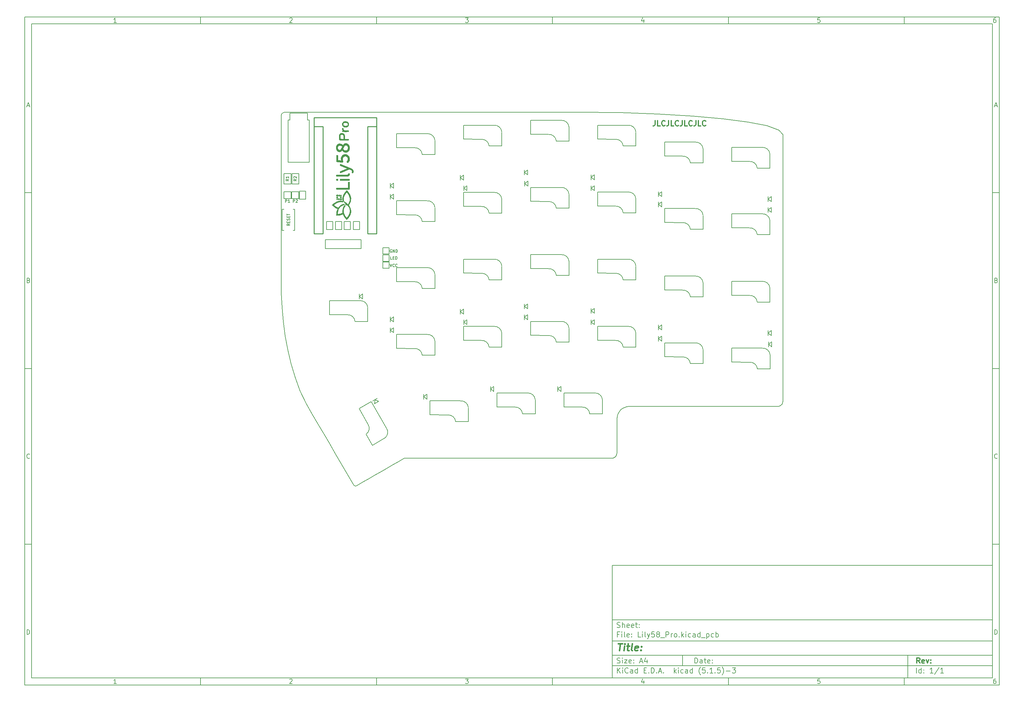
<source format=gto>
G04 #@! TF.GenerationSoftware,KiCad,Pcbnew,(5.1.5)-3*
G04 #@! TF.CreationDate,2020-05-06T00:51:22+04:00*
G04 #@! TF.ProjectId,Lily58_Pro,4c696c79-3538-45f5-9072-6f2e6b696361,rev?*
G04 #@! TF.SameCoordinates,Original*
G04 #@! TF.FileFunction,Legend,Top*
G04 #@! TF.FilePolarity,Positive*
%FSLAX46Y46*%
G04 Gerber Fmt 4.6, Leading zero omitted, Abs format (unit mm)*
G04 Created by KiCad (PCBNEW (5.1.5)-3) date 2020-05-06 00:51:22*
%MOMM*%
%LPD*%
G04 APERTURE LIST*
%ADD10C,0.100000*%
%ADD11C,0.150000*%
%ADD12C,0.300000*%
%ADD13C,0.400000*%
%ADD14C,0.200000*%
%ADD15C,0.010000*%
%ADD16C,0.250000*%
G04 APERTURE END LIST*
D10*
D11*
X177002200Y-166007200D02*
X177002200Y-198007200D01*
X285002200Y-198007200D01*
X285002200Y-166007200D01*
X177002200Y-166007200D01*
D10*
D11*
X10000000Y-10000000D02*
X10000000Y-200007200D01*
X287002200Y-200007200D01*
X287002200Y-10000000D01*
X10000000Y-10000000D01*
D10*
D11*
X12000000Y-12000000D02*
X12000000Y-198007200D01*
X285002200Y-198007200D01*
X285002200Y-12000000D01*
X12000000Y-12000000D01*
D10*
D11*
X60000000Y-12000000D02*
X60000000Y-10000000D01*
D10*
D11*
X110000000Y-12000000D02*
X110000000Y-10000000D01*
D10*
D11*
X160000000Y-12000000D02*
X160000000Y-10000000D01*
D10*
D11*
X210000000Y-12000000D02*
X210000000Y-10000000D01*
D10*
D11*
X260000000Y-12000000D02*
X260000000Y-10000000D01*
D10*
D11*
X36065476Y-11588095D02*
X35322619Y-11588095D01*
X35694047Y-11588095D02*
X35694047Y-10288095D01*
X35570238Y-10473809D01*
X35446428Y-10597619D01*
X35322619Y-10659523D01*
D10*
D11*
X85322619Y-10411904D02*
X85384523Y-10350000D01*
X85508333Y-10288095D01*
X85817857Y-10288095D01*
X85941666Y-10350000D01*
X86003571Y-10411904D01*
X86065476Y-10535714D01*
X86065476Y-10659523D01*
X86003571Y-10845238D01*
X85260714Y-11588095D01*
X86065476Y-11588095D01*
D10*
D11*
X135260714Y-10288095D02*
X136065476Y-10288095D01*
X135632142Y-10783333D01*
X135817857Y-10783333D01*
X135941666Y-10845238D01*
X136003571Y-10907142D01*
X136065476Y-11030952D01*
X136065476Y-11340476D01*
X136003571Y-11464285D01*
X135941666Y-11526190D01*
X135817857Y-11588095D01*
X135446428Y-11588095D01*
X135322619Y-11526190D01*
X135260714Y-11464285D01*
D10*
D11*
X185941666Y-10721428D02*
X185941666Y-11588095D01*
X185632142Y-10226190D02*
X185322619Y-11154761D01*
X186127380Y-11154761D01*
D10*
D11*
X236003571Y-10288095D02*
X235384523Y-10288095D01*
X235322619Y-10907142D01*
X235384523Y-10845238D01*
X235508333Y-10783333D01*
X235817857Y-10783333D01*
X235941666Y-10845238D01*
X236003571Y-10907142D01*
X236065476Y-11030952D01*
X236065476Y-11340476D01*
X236003571Y-11464285D01*
X235941666Y-11526190D01*
X235817857Y-11588095D01*
X235508333Y-11588095D01*
X235384523Y-11526190D01*
X235322619Y-11464285D01*
D10*
D11*
X285941666Y-10288095D02*
X285694047Y-10288095D01*
X285570238Y-10350000D01*
X285508333Y-10411904D01*
X285384523Y-10597619D01*
X285322619Y-10845238D01*
X285322619Y-11340476D01*
X285384523Y-11464285D01*
X285446428Y-11526190D01*
X285570238Y-11588095D01*
X285817857Y-11588095D01*
X285941666Y-11526190D01*
X286003571Y-11464285D01*
X286065476Y-11340476D01*
X286065476Y-11030952D01*
X286003571Y-10907142D01*
X285941666Y-10845238D01*
X285817857Y-10783333D01*
X285570238Y-10783333D01*
X285446428Y-10845238D01*
X285384523Y-10907142D01*
X285322619Y-11030952D01*
D10*
D11*
X60000000Y-198007200D02*
X60000000Y-200007200D01*
D10*
D11*
X110000000Y-198007200D02*
X110000000Y-200007200D01*
D10*
D11*
X160000000Y-198007200D02*
X160000000Y-200007200D01*
D10*
D11*
X210000000Y-198007200D02*
X210000000Y-200007200D01*
D10*
D11*
X260000000Y-198007200D02*
X260000000Y-200007200D01*
D10*
D11*
X36065476Y-199595295D02*
X35322619Y-199595295D01*
X35694047Y-199595295D02*
X35694047Y-198295295D01*
X35570238Y-198481009D01*
X35446428Y-198604819D01*
X35322619Y-198666723D01*
D10*
D11*
X85322619Y-198419104D02*
X85384523Y-198357200D01*
X85508333Y-198295295D01*
X85817857Y-198295295D01*
X85941666Y-198357200D01*
X86003571Y-198419104D01*
X86065476Y-198542914D01*
X86065476Y-198666723D01*
X86003571Y-198852438D01*
X85260714Y-199595295D01*
X86065476Y-199595295D01*
D10*
D11*
X135260714Y-198295295D02*
X136065476Y-198295295D01*
X135632142Y-198790533D01*
X135817857Y-198790533D01*
X135941666Y-198852438D01*
X136003571Y-198914342D01*
X136065476Y-199038152D01*
X136065476Y-199347676D01*
X136003571Y-199471485D01*
X135941666Y-199533390D01*
X135817857Y-199595295D01*
X135446428Y-199595295D01*
X135322619Y-199533390D01*
X135260714Y-199471485D01*
D10*
D11*
X185941666Y-198728628D02*
X185941666Y-199595295D01*
X185632142Y-198233390D02*
X185322619Y-199161961D01*
X186127380Y-199161961D01*
D10*
D11*
X236003571Y-198295295D02*
X235384523Y-198295295D01*
X235322619Y-198914342D01*
X235384523Y-198852438D01*
X235508333Y-198790533D01*
X235817857Y-198790533D01*
X235941666Y-198852438D01*
X236003571Y-198914342D01*
X236065476Y-199038152D01*
X236065476Y-199347676D01*
X236003571Y-199471485D01*
X235941666Y-199533390D01*
X235817857Y-199595295D01*
X235508333Y-199595295D01*
X235384523Y-199533390D01*
X235322619Y-199471485D01*
D10*
D11*
X285941666Y-198295295D02*
X285694047Y-198295295D01*
X285570238Y-198357200D01*
X285508333Y-198419104D01*
X285384523Y-198604819D01*
X285322619Y-198852438D01*
X285322619Y-199347676D01*
X285384523Y-199471485D01*
X285446428Y-199533390D01*
X285570238Y-199595295D01*
X285817857Y-199595295D01*
X285941666Y-199533390D01*
X286003571Y-199471485D01*
X286065476Y-199347676D01*
X286065476Y-199038152D01*
X286003571Y-198914342D01*
X285941666Y-198852438D01*
X285817857Y-198790533D01*
X285570238Y-198790533D01*
X285446428Y-198852438D01*
X285384523Y-198914342D01*
X285322619Y-199038152D01*
D10*
D11*
X10000000Y-60000000D02*
X12000000Y-60000000D01*
D10*
D11*
X10000000Y-110000000D02*
X12000000Y-110000000D01*
D10*
D11*
X10000000Y-160000000D02*
X12000000Y-160000000D01*
D10*
D11*
X10690476Y-35216666D02*
X11309523Y-35216666D01*
X10566666Y-35588095D02*
X11000000Y-34288095D01*
X11433333Y-35588095D01*
D10*
D11*
X11092857Y-84907142D02*
X11278571Y-84969047D01*
X11340476Y-85030952D01*
X11402380Y-85154761D01*
X11402380Y-85340476D01*
X11340476Y-85464285D01*
X11278571Y-85526190D01*
X11154761Y-85588095D01*
X10659523Y-85588095D01*
X10659523Y-84288095D01*
X11092857Y-84288095D01*
X11216666Y-84350000D01*
X11278571Y-84411904D01*
X11340476Y-84535714D01*
X11340476Y-84659523D01*
X11278571Y-84783333D01*
X11216666Y-84845238D01*
X11092857Y-84907142D01*
X10659523Y-84907142D01*
D10*
D11*
X11402380Y-135464285D02*
X11340476Y-135526190D01*
X11154761Y-135588095D01*
X11030952Y-135588095D01*
X10845238Y-135526190D01*
X10721428Y-135402380D01*
X10659523Y-135278571D01*
X10597619Y-135030952D01*
X10597619Y-134845238D01*
X10659523Y-134597619D01*
X10721428Y-134473809D01*
X10845238Y-134350000D01*
X11030952Y-134288095D01*
X11154761Y-134288095D01*
X11340476Y-134350000D01*
X11402380Y-134411904D01*
D10*
D11*
X10659523Y-185588095D02*
X10659523Y-184288095D01*
X10969047Y-184288095D01*
X11154761Y-184350000D01*
X11278571Y-184473809D01*
X11340476Y-184597619D01*
X11402380Y-184845238D01*
X11402380Y-185030952D01*
X11340476Y-185278571D01*
X11278571Y-185402380D01*
X11154761Y-185526190D01*
X10969047Y-185588095D01*
X10659523Y-185588095D01*
D10*
D11*
X287002200Y-60000000D02*
X285002200Y-60000000D01*
D10*
D11*
X287002200Y-110000000D02*
X285002200Y-110000000D01*
D10*
D11*
X287002200Y-160000000D02*
X285002200Y-160000000D01*
D10*
D11*
X285692676Y-35216666D02*
X286311723Y-35216666D01*
X285568866Y-35588095D02*
X286002200Y-34288095D01*
X286435533Y-35588095D01*
D10*
D11*
X286095057Y-84907142D02*
X286280771Y-84969047D01*
X286342676Y-85030952D01*
X286404580Y-85154761D01*
X286404580Y-85340476D01*
X286342676Y-85464285D01*
X286280771Y-85526190D01*
X286156961Y-85588095D01*
X285661723Y-85588095D01*
X285661723Y-84288095D01*
X286095057Y-84288095D01*
X286218866Y-84350000D01*
X286280771Y-84411904D01*
X286342676Y-84535714D01*
X286342676Y-84659523D01*
X286280771Y-84783333D01*
X286218866Y-84845238D01*
X286095057Y-84907142D01*
X285661723Y-84907142D01*
D10*
D11*
X286404580Y-135464285D02*
X286342676Y-135526190D01*
X286156961Y-135588095D01*
X286033152Y-135588095D01*
X285847438Y-135526190D01*
X285723628Y-135402380D01*
X285661723Y-135278571D01*
X285599819Y-135030952D01*
X285599819Y-134845238D01*
X285661723Y-134597619D01*
X285723628Y-134473809D01*
X285847438Y-134350000D01*
X286033152Y-134288095D01*
X286156961Y-134288095D01*
X286342676Y-134350000D01*
X286404580Y-134411904D01*
D10*
D11*
X285661723Y-185588095D02*
X285661723Y-184288095D01*
X285971247Y-184288095D01*
X286156961Y-184350000D01*
X286280771Y-184473809D01*
X286342676Y-184597619D01*
X286404580Y-184845238D01*
X286404580Y-185030952D01*
X286342676Y-185278571D01*
X286280771Y-185402380D01*
X286156961Y-185526190D01*
X285971247Y-185588095D01*
X285661723Y-185588095D01*
D10*
D11*
X200434342Y-193785771D02*
X200434342Y-192285771D01*
X200791485Y-192285771D01*
X201005771Y-192357200D01*
X201148628Y-192500057D01*
X201220057Y-192642914D01*
X201291485Y-192928628D01*
X201291485Y-193142914D01*
X201220057Y-193428628D01*
X201148628Y-193571485D01*
X201005771Y-193714342D01*
X200791485Y-193785771D01*
X200434342Y-193785771D01*
X202577200Y-193785771D02*
X202577200Y-193000057D01*
X202505771Y-192857200D01*
X202362914Y-192785771D01*
X202077200Y-192785771D01*
X201934342Y-192857200D01*
X202577200Y-193714342D02*
X202434342Y-193785771D01*
X202077200Y-193785771D01*
X201934342Y-193714342D01*
X201862914Y-193571485D01*
X201862914Y-193428628D01*
X201934342Y-193285771D01*
X202077200Y-193214342D01*
X202434342Y-193214342D01*
X202577200Y-193142914D01*
X203077200Y-192785771D02*
X203648628Y-192785771D01*
X203291485Y-192285771D02*
X203291485Y-193571485D01*
X203362914Y-193714342D01*
X203505771Y-193785771D01*
X203648628Y-193785771D01*
X204720057Y-193714342D02*
X204577200Y-193785771D01*
X204291485Y-193785771D01*
X204148628Y-193714342D01*
X204077200Y-193571485D01*
X204077200Y-193000057D01*
X204148628Y-192857200D01*
X204291485Y-192785771D01*
X204577200Y-192785771D01*
X204720057Y-192857200D01*
X204791485Y-193000057D01*
X204791485Y-193142914D01*
X204077200Y-193285771D01*
X205434342Y-193642914D02*
X205505771Y-193714342D01*
X205434342Y-193785771D01*
X205362914Y-193714342D01*
X205434342Y-193642914D01*
X205434342Y-193785771D01*
X205434342Y-192857200D02*
X205505771Y-192928628D01*
X205434342Y-193000057D01*
X205362914Y-192928628D01*
X205434342Y-192857200D01*
X205434342Y-193000057D01*
D10*
D11*
X177002200Y-194507200D02*
X285002200Y-194507200D01*
D10*
D11*
X178434342Y-196585771D02*
X178434342Y-195085771D01*
X179291485Y-196585771D02*
X178648628Y-195728628D01*
X179291485Y-195085771D02*
X178434342Y-195942914D01*
X179934342Y-196585771D02*
X179934342Y-195585771D01*
X179934342Y-195085771D02*
X179862914Y-195157200D01*
X179934342Y-195228628D01*
X180005771Y-195157200D01*
X179934342Y-195085771D01*
X179934342Y-195228628D01*
X181505771Y-196442914D02*
X181434342Y-196514342D01*
X181220057Y-196585771D01*
X181077200Y-196585771D01*
X180862914Y-196514342D01*
X180720057Y-196371485D01*
X180648628Y-196228628D01*
X180577200Y-195942914D01*
X180577200Y-195728628D01*
X180648628Y-195442914D01*
X180720057Y-195300057D01*
X180862914Y-195157200D01*
X181077200Y-195085771D01*
X181220057Y-195085771D01*
X181434342Y-195157200D01*
X181505771Y-195228628D01*
X182791485Y-196585771D02*
X182791485Y-195800057D01*
X182720057Y-195657200D01*
X182577200Y-195585771D01*
X182291485Y-195585771D01*
X182148628Y-195657200D01*
X182791485Y-196514342D02*
X182648628Y-196585771D01*
X182291485Y-196585771D01*
X182148628Y-196514342D01*
X182077200Y-196371485D01*
X182077200Y-196228628D01*
X182148628Y-196085771D01*
X182291485Y-196014342D01*
X182648628Y-196014342D01*
X182791485Y-195942914D01*
X184148628Y-196585771D02*
X184148628Y-195085771D01*
X184148628Y-196514342D02*
X184005771Y-196585771D01*
X183720057Y-196585771D01*
X183577200Y-196514342D01*
X183505771Y-196442914D01*
X183434342Y-196300057D01*
X183434342Y-195871485D01*
X183505771Y-195728628D01*
X183577200Y-195657200D01*
X183720057Y-195585771D01*
X184005771Y-195585771D01*
X184148628Y-195657200D01*
X186005771Y-195800057D02*
X186505771Y-195800057D01*
X186720057Y-196585771D02*
X186005771Y-196585771D01*
X186005771Y-195085771D01*
X186720057Y-195085771D01*
X187362914Y-196442914D02*
X187434342Y-196514342D01*
X187362914Y-196585771D01*
X187291485Y-196514342D01*
X187362914Y-196442914D01*
X187362914Y-196585771D01*
X188077200Y-196585771D02*
X188077200Y-195085771D01*
X188434342Y-195085771D01*
X188648628Y-195157200D01*
X188791485Y-195300057D01*
X188862914Y-195442914D01*
X188934342Y-195728628D01*
X188934342Y-195942914D01*
X188862914Y-196228628D01*
X188791485Y-196371485D01*
X188648628Y-196514342D01*
X188434342Y-196585771D01*
X188077200Y-196585771D01*
X189577200Y-196442914D02*
X189648628Y-196514342D01*
X189577200Y-196585771D01*
X189505771Y-196514342D01*
X189577200Y-196442914D01*
X189577200Y-196585771D01*
X190220057Y-196157200D02*
X190934342Y-196157200D01*
X190077200Y-196585771D02*
X190577200Y-195085771D01*
X191077200Y-196585771D01*
X191577200Y-196442914D02*
X191648628Y-196514342D01*
X191577200Y-196585771D01*
X191505771Y-196514342D01*
X191577200Y-196442914D01*
X191577200Y-196585771D01*
X194577200Y-196585771D02*
X194577200Y-195085771D01*
X194720057Y-196014342D02*
X195148628Y-196585771D01*
X195148628Y-195585771D02*
X194577200Y-196157200D01*
X195791485Y-196585771D02*
X195791485Y-195585771D01*
X195791485Y-195085771D02*
X195720057Y-195157200D01*
X195791485Y-195228628D01*
X195862914Y-195157200D01*
X195791485Y-195085771D01*
X195791485Y-195228628D01*
X197148628Y-196514342D02*
X197005771Y-196585771D01*
X196720057Y-196585771D01*
X196577200Y-196514342D01*
X196505771Y-196442914D01*
X196434342Y-196300057D01*
X196434342Y-195871485D01*
X196505771Y-195728628D01*
X196577200Y-195657200D01*
X196720057Y-195585771D01*
X197005771Y-195585771D01*
X197148628Y-195657200D01*
X198434342Y-196585771D02*
X198434342Y-195800057D01*
X198362914Y-195657200D01*
X198220057Y-195585771D01*
X197934342Y-195585771D01*
X197791485Y-195657200D01*
X198434342Y-196514342D02*
X198291485Y-196585771D01*
X197934342Y-196585771D01*
X197791485Y-196514342D01*
X197720057Y-196371485D01*
X197720057Y-196228628D01*
X197791485Y-196085771D01*
X197934342Y-196014342D01*
X198291485Y-196014342D01*
X198434342Y-195942914D01*
X199791485Y-196585771D02*
X199791485Y-195085771D01*
X199791485Y-196514342D02*
X199648628Y-196585771D01*
X199362914Y-196585771D01*
X199220057Y-196514342D01*
X199148628Y-196442914D01*
X199077200Y-196300057D01*
X199077200Y-195871485D01*
X199148628Y-195728628D01*
X199220057Y-195657200D01*
X199362914Y-195585771D01*
X199648628Y-195585771D01*
X199791485Y-195657200D01*
X202077200Y-197157200D02*
X202005771Y-197085771D01*
X201862914Y-196871485D01*
X201791485Y-196728628D01*
X201720057Y-196514342D01*
X201648628Y-196157200D01*
X201648628Y-195871485D01*
X201720057Y-195514342D01*
X201791485Y-195300057D01*
X201862914Y-195157200D01*
X202005771Y-194942914D01*
X202077200Y-194871485D01*
X203362914Y-195085771D02*
X202648628Y-195085771D01*
X202577200Y-195800057D01*
X202648628Y-195728628D01*
X202791485Y-195657200D01*
X203148628Y-195657200D01*
X203291485Y-195728628D01*
X203362914Y-195800057D01*
X203434342Y-195942914D01*
X203434342Y-196300057D01*
X203362914Y-196442914D01*
X203291485Y-196514342D01*
X203148628Y-196585771D01*
X202791485Y-196585771D01*
X202648628Y-196514342D01*
X202577200Y-196442914D01*
X204077200Y-196442914D02*
X204148628Y-196514342D01*
X204077200Y-196585771D01*
X204005771Y-196514342D01*
X204077200Y-196442914D01*
X204077200Y-196585771D01*
X205577200Y-196585771D02*
X204720057Y-196585771D01*
X205148628Y-196585771D02*
X205148628Y-195085771D01*
X205005771Y-195300057D01*
X204862914Y-195442914D01*
X204720057Y-195514342D01*
X206220057Y-196442914D02*
X206291485Y-196514342D01*
X206220057Y-196585771D01*
X206148628Y-196514342D01*
X206220057Y-196442914D01*
X206220057Y-196585771D01*
X207648628Y-195085771D02*
X206934342Y-195085771D01*
X206862914Y-195800057D01*
X206934342Y-195728628D01*
X207077200Y-195657200D01*
X207434342Y-195657200D01*
X207577200Y-195728628D01*
X207648628Y-195800057D01*
X207720057Y-195942914D01*
X207720057Y-196300057D01*
X207648628Y-196442914D01*
X207577200Y-196514342D01*
X207434342Y-196585771D01*
X207077200Y-196585771D01*
X206934342Y-196514342D01*
X206862914Y-196442914D01*
X208220057Y-197157200D02*
X208291485Y-197085771D01*
X208434342Y-196871485D01*
X208505771Y-196728628D01*
X208577200Y-196514342D01*
X208648628Y-196157200D01*
X208648628Y-195871485D01*
X208577200Y-195514342D01*
X208505771Y-195300057D01*
X208434342Y-195157200D01*
X208291485Y-194942914D01*
X208220057Y-194871485D01*
X209362914Y-196014342D02*
X210505771Y-196014342D01*
X211077200Y-195085771D02*
X212005771Y-195085771D01*
X211505771Y-195657200D01*
X211720057Y-195657200D01*
X211862914Y-195728628D01*
X211934342Y-195800057D01*
X212005771Y-195942914D01*
X212005771Y-196300057D01*
X211934342Y-196442914D01*
X211862914Y-196514342D01*
X211720057Y-196585771D01*
X211291485Y-196585771D01*
X211148628Y-196514342D01*
X211077200Y-196442914D01*
D10*
D11*
X177002200Y-191507200D02*
X285002200Y-191507200D01*
D10*
D12*
X264411485Y-193785771D02*
X263911485Y-193071485D01*
X263554342Y-193785771D02*
X263554342Y-192285771D01*
X264125771Y-192285771D01*
X264268628Y-192357200D01*
X264340057Y-192428628D01*
X264411485Y-192571485D01*
X264411485Y-192785771D01*
X264340057Y-192928628D01*
X264268628Y-193000057D01*
X264125771Y-193071485D01*
X263554342Y-193071485D01*
X265625771Y-193714342D02*
X265482914Y-193785771D01*
X265197200Y-193785771D01*
X265054342Y-193714342D01*
X264982914Y-193571485D01*
X264982914Y-193000057D01*
X265054342Y-192857200D01*
X265197200Y-192785771D01*
X265482914Y-192785771D01*
X265625771Y-192857200D01*
X265697200Y-193000057D01*
X265697200Y-193142914D01*
X264982914Y-193285771D01*
X266197200Y-192785771D02*
X266554342Y-193785771D01*
X266911485Y-192785771D01*
X267482914Y-193642914D02*
X267554342Y-193714342D01*
X267482914Y-193785771D01*
X267411485Y-193714342D01*
X267482914Y-193642914D01*
X267482914Y-193785771D01*
X267482914Y-192857200D02*
X267554342Y-192928628D01*
X267482914Y-193000057D01*
X267411485Y-192928628D01*
X267482914Y-192857200D01*
X267482914Y-193000057D01*
D10*
D11*
X178362914Y-193714342D02*
X178577200Y-193785771D01*
X178934342Y-193785771D01*
X179077200Y-193714342D01*
X179148628Y-193642914D01*
X179220057Y-193500057D01*
X179220057Y-193357200D01*
X179148628Y-193214342D01*
X179077200Y-193142914D01*
X178934342Y-193071485D01*
X178648628Y-193000057D01*
X178505771Y-192928628D01*
X178434342Y-192857200D01*
X178362914Y-192714342D01*
X178362914Y-192571485D01*
X178434342Y-192428628D01*
X178505771Y-192357200D01*
X178648628Y-192285771D01*
X179005771Y-192285771D01*
X179220057Y-192357200D01*
X179862914Y-193785771D02*
X179862914Y-192785771D01*
X179862914Y-192285771D02*
X179791485Y-192357200D01*
X179862914Y-192428628D01*
X179934342Y-192357200D01*
X179862914Y-192285771D01*
X179862914Y-192428628D01*
X180434342Y-192785771D02*
X181220057Y-192785771D01*
X180434342Y-193785771D01*
X181220057Y-193785771D01*
X182362914Y-193714342D02*
X182220057Y-193785771D01*
X181934342Y-193785771D01*
X181791485Y-193714342D01*
X181720057Y-193571485D01*
X181720057Y-193000057D01*
X181791485Y-192857200D01*
X181934342Y-192785771D01*
X182220057Y-192785771D01*
X182362914Y-192857200D01*
X182434342Y-193000057D01*
X182434342Y-193142914D01*
X181720057Y-193285771D01*
X183077200Y-193642914D02*
X183148628Y-193714342D01*
X183077200Y-193785771D01*
X183005771Y-193714342D01*
X183077200Y-193642914D01*
X183077200Y-193785771D01*
X183077200Y-192857200D02*
X183148628Y-192928628D01*
X183077200Y-193000057D01*
X183005771Y-192928628D01*
X183077200Y-192857200D01*
X183077200Y-193000057D01*
X184862914Y-193357200D02*
X185577200Y-193357200D01*
X184720057Y-193785771D02*
X185220057Y-192285771D01*
X185720057Y-193785771D01*
X186862914Y-192785771D02*
X186862914Y-193785771D01*
X186505771Y-192214342D02*
X186148628Y-193285771D01*
X187077200Y-193285771D01*
D10*
D11*
X263434342Y-196585771D02*
X263434342Y-195085771D01*
X264791485Y-196585771D02*
X264791485Y-195085771D01*
X264791485Y-196514342D02*
X264648628Y-196585771D01*
X264362914Y-196585771D01*
X264220057Y-196514342D01*
X264148628Y-196442914D01*
X264077200Y-196300057D01*
X264077200Y-195871485D01*
X264148628Y-195728628D01*
X264220057Y-195657200D01*
X264362914Y-195585771D01*
X264648628Y-195585771D01*
X264791485Y-195657200D01*
X265505771Y-196442914D02*
X265577200Y-196514342D01*
X265505771Y-196585771D01*
X265434342Y-196514342D01*
X265505771Y-196442914D01*
X265505771Y-196585771D01*
X265505771Y-195657200D02*
X265577200Y-195728628D01*
X265505771Y-195800057D01*
X265434342Y-195728628D01*
X265505771Y-195657200D01*
X265505771Y-195800057D01*
X268148628Y-196585771D02*
X267291485Y-196585771D01*
X267720057Y-196585771D02*
X267720057Y-195085771D01*
X267577200Y-195300057D01*
X267434342Y-195442914D01*
X267291485Y-195514342D01*
X269862914Y-195014342D02*
X268577200Y-196942914D01*
X271148628Y-196585771D02*
X270291485Y-196585771D01*
X270720057Y-196585771D02*
X270720057Y-195085771D01*
X270577200Y-195300057D01*
X270434342Y-195442914D01*
X270291485Y-195514342D01*
D10*
D11*
X177002200Y-187507200D02*
X285002200Y-187507200D01*
D10*
D13*
X178714580Y-188211961D02*
X179857438Y-188211961D01*
X179036009Y-190211961D02*
X179286009Y-188211961D01*
X180274104Y-190211961D02*
X180440771Y-188878628D01*
X180524104Y-188211961D02*
X180416961Y-188307200D01*
X180500295Y-188402438D01*
X180607438Y-188307200D01*
X180524104Y-188211961D01*
X180500295Y-188402438D01*
X181107438Y-188878628D02*
X181869342Y-188878628D01*
X181476485Y-188211961D02*
X181262200Y-189926247D01*
X181333628Y-190116723D01*
X181512200Y-190211961D01*
X181702676Y-190211961D01*
X182655057Y-190211961D02*
X182476485Y-190116723D01*
X182405057Y-189926247D01*
X182619342Y-188211961D01*
X184190771Y-190116723D02*
X183988390Y-190211961D01*
X183607438Y-190211961D01*
X183428866Y-190116723D01*
X183357438Y-189926247D01*
X183452676Y-189164342D01*
X183571723Y-188973866D01*
X183774104Y-188878628D01*
X184155057Y-188878628D01*
X184333628Y-188973866D01*
X184405057Y-189164342D01*
X184381247Y-189354819D01*
X183405057Y-189545295D01*
X185155057Y-190021485D02*
X185238390Y-190116723D01*
X185131247Y-190211961D01*
X185047914Y-190116723D01*
X185155057Y-190021485D01*
X185131247Y-190211961D01*
X185286009Y-188973866D02*
X185369342Y-189069104D01*
X185262200Y-189164342D01*
X185178866Y-189069104D01*
X185286009Y-188973866D01*
X185262200Y-189164342D01*
D10*
D11*
X178934342Y-185600057D02*
X178434342Y-185600057D01*
X178434342Y-186385771D02*
X178434342Y-184885771D01*
X179148628Y-184885771D01*
X179720057Y-186385771D02*
X179720057Y-185385771D01*
X179720057Y-184885771D02*
X179648628Y-184957200D01*
X179720057Y-185028628D01*
X179791485Y-184957200D01*
X179720057Y-184885771D01*
X179720057Y-185028628D01*
X180648628Y-186385771D02*
X180505771Y-186314342D01*
X180434342Y-186171485D01*
X180434342Y-184885771D01*
X181791485Y-186314342D02*
X181648628Y-186385771D01*
X181362914Y-186385771D01*
X181220057Y-186314342D01*
X181148628Y-186171485D01*
X181148628Y-185600057D01*
X181220057Y-185457200D01*
X181362914Y-185385771D01*
X181648628Y-185385771D01*
X181791485Y-185457200D01*
X181862914Y-185600057D01*
X181862914Y-185742914D01*
X181148628Y-185885771D01*
X182505771Y-186242914D02*
X182577200Y-186314342D01*
X182505771Y-186385771D01*
X182434342Y-186314342D01*
X182505771Y-186242914D01*
X182505771Y-186385771D01*
X182505771Y-185457200D02*
X182577200Y-185528628D01*
X182505771Y-185600057D01*
X182434342Y-185528628D01*
X182505771Y-185457200D01*
X182505771Y-185600057D01*
X185077200Y-186385771D02*
X184362914Y-186385771D01*
X184362914Y-184885771D01*
X185577200Y-186385771D02*
X185577200Y-185385771D01*
X185577200Y-184885771D02*
X185505771Y-184957200D01*
X185577200Y-185028628D01*
X185648628Y-184957200D01*
X185577200Y-184885771D01*
X185577200Y-185028628D01*
X186505771Y-186385771D02*
X186362914Y-186314342D01*
X186291485Y-186171485D01*
X186291485Y-184885771D01*
X186934342Y-185385771D02*
X187291485Y-186385771D01*
X187648628Y-185385771D02*
X187291485Y-186385771D01*
X187148628Y-186742914D01*
X187077200Y-186814342D01*
X186934342Y-186885771D01*
X188934342Y-184885771D02*
X188220057Y-184885771D01*
X188148628Y-185600057D01*
X188220057Y-185528628D01*
X188362914Y-185457200D01*
X188720057Y-185457200D01*
X188862914Y-185528628D01*
X188934342Y-185600057D01*
X189005771Y-185742914D01*
X189005771Y-186100057D01*
X188934342Y-186242914D01*
X188862914Y-186314342D01*
X188720057Y-186385771D01*
X188362914Y-186385771D01*
X188220057Y-186314342D01*
X188148628Y-186242914D01*
X189862914Y-185528628D02*
X189720057Y-185457200D01*
X189648628Y-185385771D01*
X189577200Y-185242914D01*
X189577200Y-185171485D01*
X189648628Y-185028628D01*
X189720057Y-184957200D01*
X189862914Y-184885771D01*
X190148628Y-184885771D01*
X190291485Y-184957200D01*
X190362914Y-185028628D01*
X190434342Y-185171485D01*
X190434342Y-185242914D01*
X190362914Y-185385771D01*
X190291485Y-185457200D01*
X190148628Y-185528628D01*
X189862914Y-185528628D01*
X189720057Y-185600057D01*
X189648628Y-185671485D01*
X189577200Y-185814342D01*
X189577200Y-186100057D01*
X189648628Y-186242914D01*
X189720057Y-186314342D01*
X189862914Y-186385771D01*
X190148628Y-186385771D01*
X190291485Y-186314342D01*
X190362914Y-186242914D01*
X190434342Y-186100057D01*
X190434342Y-185814342D01*
X190362914Y-185671485D01*
X190291485Y-185600057D01*
X190148628Y-185528628D01*
X190720057Y-186528628D02*
X191862914Y-186528628D01*
X192220057Y-186385771D02*
X192220057Y-184885771D01*
X192791485Y-184885771D01*
X192934342Y-184957200D01*
X193005771Y-185028628D01*
X193077200Y-185171485D01*
X193077200Y-185385771D01*
X193005771Y-185528628D01*
X192934342Y-185600057D01*
X192791485Y-185671485D01*
X192220057Y-185671485D01*
X193720057Y-186385771D02*
X193720057Y-185385771D01*
X193720057Y-185671485D02*
X193791485Y-185528628D01*
X193862914Y-185457200D01*
X194005771Y-185385771D01*
X194148628Y-185385771D01*
X194862914Y-186385771D02*
X194720057Y-186314342D01*
X194648628Y-186242914D01*
X194577200Y-186100057D01*
X194577200Y-185671485D01*
X194648628Y-185528628D01*
X194720057Y-185457200D01*
X194862914Y-185385771D01*
X195077200Y-185385771D01*
X195220057Y-185457200D01*
X195291485Y-185528628D01*
X195362914Y-185671485D01*
X195362914Y-186100057D01*
X195291485Y-186242914D01*
X195220057Y-186314342D01*
X195077200Y-186385771D01*
X194862914Y-186385771D01*
X196005771Y-186242914D02*
X196077200Y-186314342D01*
X196005771Y-186385771D01*
X195934342Y-186314342D01*
X196005771Y-186242914D01*
X196005771Y-186385771D01*
X196720057Y-186385771D02*
X196720057Y-184885771D01*
X196862914Y-185814342D02*
X197291485Y-186385771D01*
X197291485Y-185385771D02*
X196720057Y-185957200D01*
X197934342Y-186385771D02*
X197934342Y-185385771D01*
X197934342Y-184885771D02*
X197862914Y-184957200D01*
X197934342Y-185028628D01*
X198005771Y-184957200D01*
X197934342Y-184885771D01*
X197934342Y-185028628D01*
X199291485Y-186314342D02*
X199148628Y-186385771D01*
X198862914Y-186385771D01*
X198720057Y-186314342D01*
X198648628Y-186242914D01*
X198577200Y-186100057D01*
X198577200Y-185671485D01*
X198648628Y-185528628D01*
X198720057Y-185457200D01*
X198862914Y-185385771D01*
X199148628Y-185385771D01*
X199291485Y-185457200D01*
X200577200Y-186385771D02*
X200577200Y-185600057D01*
X200505771Y-185457200D01*
X200362914Y-185385771D01*
X200077200Y-185385771D01*
X199934342Y-185457200D01*
X200577200Y-186314342D02*
X200434342Y-186385771D01*
X200077200Y-186385771D01*
X199934342Y-186314342D01*
X199862914Y-186171485D01*
X199862914Y-186028628D01*
X199934342Y-185885771D01*
X200077200Y-185814342D01*
X200434342Y-185814342D01*
X200577200Y-185742914D01*
X201934342Y-186385771D02*
X201934342Y-184885771D01*
X201934342Y-186314342D02*
X201791485Y-186385771D01*
X201505771Y-186385771D01*
X201362914Y-186314342D01*
X201291485Y-186242914D01*
X201220057Y-186100057D01*
X201220057Y-185671485D01*
X201291485Y-185528628D01*
X201362914Y-185457200D01*
X201505771Y-185385771D01*
X201791485Y-185385771D01*
X201934342Y-185457200D01*
X202291485Y-186528628D02*
X203434342Y-186528628D01*
X203791485Y-185385771D02*
X203791485Y-186885771D01*
X203791485Y-185457200D02*
X203934342Y-185385771D01*
X204220057Y-185385771D01*
X204362914Y-185457200D01*
X204434342Y-185528628D01*
X204505771Y-185671485D01*
X204505771Y-186100057D01*
X204434342Y-186242914D01*
X204362914Y-186314342D01*
X204220057Y-186385771D01*
X203934342Y-186385771D01*
X203791485Y-186314342D01*
X205791485Y-186314342D02*
X205648628Y-186385771D01*
X205362914Y-186385771D01*
X205220057Y-186314342D01*
X205148628Y-186242914D01*
X205077200Y-186100057D01*
X205077200Y-185671485D01*
X205148628Y-185528628D01*
X205220057Y-185457200D01*
X205362914Y-185385771D01*
X205648628Y-185385771D01*
X205791485Y-185457200D01*
X206434342Y-186385771D02*
X206434342Y-184885771D01*
X206434342Y-185457200D02*
X206577200Y-185385771D01*
X206862914Y-185385771D01*
X207005771Y-185457200D01*
X207077200Y-185528628D01*
X207148628Y-185671485D01*
X207148628Y-186100057D01*
X207077200Y-186242914D01*
X207005771Y-186314342D01*
X206862914Y-186385771D01*
X206577200Y-186385771D01*
X206434342Y-186314342D01*
D10*
D11*
X177002200Y-181507200D02*
X285002200Y-181507200D01*
D10*
D11*
X178362914Y-183614342D02*
X178577200Y-183685771D01*
X178934342Y-183685771D01*
X179077200Y-183614342D01*
X179148628Y-183542914D01*
X179220057Y-183400057D01*
X179220057Y-183257200D01*
X179148628Y-183114342D01*
X179077200Y-183042914D01*
X178934342Y-182971485D01*
X178648628Y-182900057D01*
X178505771Y-182828628D01*
X178434342Y-182757200D01*
X178362914Y-182614342D01*
X178362914Y-182471485D01*
X178434342Y-182328628D01*
X178505771Y-182257200D01*
X178648628Y-182185771D01*
X179005771Y-182185771D01*
X179220057Y-182257200D01*
X179862914Y-183685771D02*
X179862914Y-182185771D01*
X180505771Y-183685771D02*
X180505771Y-182900057D01*
X180434342Y-182757200D01*
X180291485Y-182685771D01*
X180077200Y-182685771D01*
X179934342Y-182757200D01*
X179862914Y-182828628D01*
X181791485Y-183614342D02*
X181648628Y-183685771D01*
X181362914Y-183685771D01*
X181220057Y-183614342D01*
X181148628Y-183471485D01*
X181148628Y-182900057D01*
X181220057Y-182757200D01*
X181362914Y-182685771D01*
X181648628Y-182685771D01*
X181791485Y-182757200D01*
X181862914Y-182900057D01*
X181862914Y-183042914D01*
X181148628Y-183185771D01*
X183077200Y-183614342D02*
X182934342Y-183685771D01*
X182648628Y-183685771D01*
X182505771Y-183614342D01*
X182434342Y-183471485D01*
X182434342Y-182900057D01*
X182505771Y-182757200D01*
X182648628Y-182685771D01*
X182934342Y-182685771D01*
X183077200Y-182757200D01*
X183148628Y-182900057D01*
X183148628Y-183042914D01*
X182434342Y-183185771D01*
X183577200Y-182685771D02*
X184148628Y-182685771D01*
X183791485Y-182185771D02*
X183791485Y-183471485D01*
X183862914Y-183614342D01*
X184005771Y-183685771D01*
X184148628Y-183685771D01*
X184648628Y-183542914D02*
X184720057Y-183614342D01*
X184648628Y-183685771D01*
X184577200Y-183614342D01*
X184648628Y-183542914D01*
X184648628Y-183685771D01*
X184648628Y-182757200D02*
X184720057Y-182828628D01*
X184648628Y-182900057D01*
X184577200Y-182828628D01*
X184648628Y-182757200D01*
X184648628Y-182900057D01*
D10*
D11*
X197002200Y-191507200D02*
X197002200Y-194507200D01*
D10*
D11*
X261002200Y-191507200D02*
X261002200Y-198007200D01*
D12*
X189171428Y-39478571D02*
X189171428Y-40550000D01*
X189100000Y-40764285D01*
X188957142Y-40907142D01*
X188742857Y-40978571D01*
X188600000Y-40978571D01*
X190600000Y-40978571D02*
X189885714Y-40978571D01*
X189885714Y-39478571D01*
X191957142Y-40835714D02*
X191885714Y-40907142D01*
X191671428Y-40978571D01*
X191528571Y-40978571D01*
X191314285Y-40907142D01*
X191171428Y-40764285D01*
X191100000Y-40621428D01*
X191028571Y-40335714D01*
X191028571Y-40121428D01*
X191100000Y-39835714D01*
X191171428Y-39692857D01*
X191314285Y-39550000D01*
X191528571Y-39478571D01*
X191671428Y-39478571D01*
X191885714Y-39550000D01*
X191957142Y-39621428D01*
X193028571Y-39478571D02*
X193028571Y-40550000D01*
X192957142Y-40764285D01*
X192814285Y-40907142D01*
X192600000Y-40978571D01*
X192457142Y-40978571D01*
X194457142Y-40978571D02*
X193742857Y-40978571D01*
X193742857Y-39478571D01*
X195814285Y-40835714D02*
X195742857Y-40907142D01*
X195528571Y-40978571D01*
X195385714Y-40978571D01*
X195171428Y-40907142D01*
X195028571Y-40764285D01*
X194957142Y-40621428D01*
X194885714Y-40335714D01*
X194885714Y-40121428D01*
X194957142Y-39835714D01*
X195028571Y-39692857D01*
X195171428Y-39550000D01*
X195385714Y-39478571D01*
X195528571Y-39478571D01*
X195742857Y-39550000D01*
X195814285Y-39621428D01*
X196885714Y-39478571D02*
X196885714Y-40550000D01*
X196814285Y-40764285D01*
X196671428Y-40907142D01*
X196457142Y-40978571D01*
X196314285Y-40978571D01*
X198314285Y-40978571D02*
X197600000Y-40978571D01*
X197600000Y-39478571D01*
X199671428Y-40835714D02*
X199600000Y-40907142D01*
X199385714Y-40978571D01*
X199242857Y-40978571D01*
X199028571Y-40907142D01*
X198885714Y-40764285D01*
X198814285Y-40621428D01*
X198742857Y-40335714D01*
X198742857Y-40121428D01*
X198814285Y-39835714D01*
X198885714Y-39692857D01*
X199028571Y-39550000D01*
X199242857Y-39478571D01*
X199385714Y-39478571D01*
X199600000Y-39550000D01*
X199671428Y-39621428D01*
X200742857Y-39478571D02*
X200742857Y-40550000D01*
X200671428Y-40764285D01*
X200528571Y-40907142D01*
X200314285Y-40978571D01*
X200171428Y-40978571D01*
X202171428Y-40978571D02*
X201457142Y-40978571D01*
X201457142Y-39478571D01*
X203528571Y-40835714D02*
X203457142Y-40907142D01*
X203242857Y-40978571D01*
X203100000Y-40978571D01*
X202885714Y-40907142D01*
X202742857Y-40764285D01*
X202671428Y-40621428D01*
X202600000Y-40335714D01*
X202600000Y-40121428D01*
X202671428Y-39835714D01*
X202742857Y-39692857D01*
X202885714Y-39550000D01*
X203100000Y-39478571D01*
X203242857Y-39478571D01*
X203457142Y-39550000D01*
X203528571Y-39621428D01*
D14*
X116186619Y-136480784D02*
X117862313Y-135510645D01*
X114510925Y-137450923D02*
X116186619Y-136480784D01*
X82937528Y-50750629D02*
X82937528Y-44443695D01*
X82937528Y-57057562D02*
X82937528Y-50750629D01*
X115211711Y-37086762D02*
X104803877Y-37086762D01*
X218692418Y-120789735D02*
X223959999Y-120789735D01*
X213424836Y-120789735D02*
X218692418Y-120789735D01*
X208157255Y-120789735D02*
X213424836Y-120789735D01*
X202889673Y-120789735D02*
X208157255Y-120789735D01*
X197622092Y-120789735D02*
X202889673Y-120789735D01*
X192354511Y-120789735D02*
X197622092Y-120789735D01*
X187086929Y-120789735D02*
X192354511Y-120789735D01*
X181819348Y-120789735D02*
X187086929Y-120789735D01*
X181113524Y-120860778D02*
X181819348Y-120789735D01*
X180456326Y-121064561D02*
X181113524Y-120860778D01*
X179861773Y-121387065D02*
X180456326Y-121064561D01*
X179343884Y-121814271D02*
X179861773Y-121387065D01*
X178916678Y-122332160D02*
X179343884Y-121814271D01*
X178594174Y-122926713D02*
X178916678Y-122332160D01*
X178390391Y-123583911D02*
X178594174Y-122926713D01*
X178319348Y-124289735D02*
X178390391Y-123583911D01*
X199807654Y-38170488D02*
X189919538Y-37585374D01*
X208420758Y-38945561D02*
X199807654Y-38170488D01*
X215525697Y-39885159D02*
X208420758Y-38945561D01*
X220889319Y-40963847D02*
X215525697Y-39885159D01*
X178989563Y-37215654D02*
X167250881Y-37086762D01*
X189919538Y-37585374D02*
X178989563Y-37215654D01*
X177658308Y-135255660D02*
X177403500Y-135393876D01*
X177880261Y-135072571D02*
X177658308Y-135255660D01*
X178063349Y-134850619D02*
X177880261Y-135072571D01*
X178201565Y-134595810D02*
X178063349Y-134850619D01*
X178288901Y-134314154D02*
X178201565Y-134595810D01*
X178319348Y-134011658D02*
X178288901Y-134314154D01*
X225460000Y-52918378D02*
X225460000Y-62400000D01*
X225460000Y-43436755D02*
X225460000Y-52918378D01*
X82937528Y-69671429D02*
X82937528Y-63364495D01*
X82937528Y-75978362D02*
X82937528Y-69671429D01*
X82937528Y-82285296D02*
X82937528Y-75978362D01*
X82937528Y-88592229D02*
X82937528Y-82285296D01*
X104803877Y-37086762D02*
X94396044Y-37086762D01*
X125619545Y-37086762D02*
X115211711Y-37086762D01*
X136027379Y-37086762D02*
X125619545Y-37086762D01*
X146435213Y-37086762D02*
X136027379Y-37086762D01*
X156843047Y-37086762D02*
X146435213Y-37086762D01*
X167250881Y-37086762D02*
X156843047Y-37086762D01*
X83400937Y-37265961D02*
X83579303Y-37169210D01*
X83245570Y-37394123D02*
X83400937Y-37265961D01*
X83117409Y-37549489D02*
X83245570Y-37394123D01*
X83020657Y-37727855D02*
X83117409Y-37549489D01*
X82959523Y-37925015D02*
X83020657Y-37727855D01*
X82938210Y-38136762D02*
X82959523Y-37925015D01*
X83776462Y-37108075D02*
X83988210Y-37086762D01*
X83579303Y-37169210D02*
X83776462Y-37108075D01*
X94396044Y-37086762D02*
X83988210Y-37086762D01*
X82937528Y-63364495D02*
X82937528Y-57057562D01*
X82937528Y-44443695D02*
X82937528Y-38136762D01*
X88291758Y-116318073D02*
X89993333Y-119989540D01*
X86863105Y-112530670D02*
X88291758Y-116318073D01*
X85688004Y-108649127D02*
X86863105Y-112530670D01*
X84747083Y-104695246D02*
X85688004Y-108649127D01*
X84020972Y-100690825D02*
X84747083Y-104695246D01*
X83490297Y-96657663D02*
X84020972Y-100690825D01*
X83135690Y-92617561D02*
X83490297Y-96657663D01*
X82937777Y-88592317D02*
X83135690Y-92617561D01*
X104288864Y-143357278D02*
X104456758Y-143271756D01*
X104130206Y-143404468D02*
X104288864Y-143357278D01*
X103981252Y-143413974D02*
X104130206Y-143404468D01*
X103842470Y-143386445D02*
X103981252Y-143413974D01*
X103714328Y-143322532D02*
X103842470Y-143386445D01*
X103597295Y-143222884D02*
X103714328Y-143322532D01*
X103491837Y-143088150D02*
X103597295Y-143222884D01*
X103398425Y-142918979D02*
X103491837Y-143088150D01*
X112835230Y-138421062D02*
X114510925Y-137450923D01*
X111159536Y-139391201D02*
X112835230Y-138421062D01*
X109483841Y-140361340D02*
X111159536Y-139391201D01*
X107808147Y-141331479D02*
X109483841Y-140361340D01*
X106132452Y-142301617D02*
X107808147Y-141331479D01*
X104456758Y-143271756D02*
X106132452Y-142301617D01*
X101722730Y-140052659D02*
X103398425Y-142918979D01*
X100047036Y-137186340D02*
X101722730Y-140052659D01*
X98371341Y-134320020D02*
X100047036Y-137186340D01*
X96695647Y-131453701D02*
X98371341Y-134320020D01*
X95019952Y-128587381D02*
X96695647Y-131453701D01*
X93344258Y-125721062D02*
X95019952Y-128587381D01*
X91668563Y-122854742D02*
X93344258Y-125721062D01*
X89992869Y-119988423D02*
X91668563Y-122854742D01*
X169449826Y-135511658D02*
X176819348Y-135511658D01*
X162080304Y-135511658D02*
X169449826Y-135511658D01*
X154710782Y-135511658D02*
X162080304Y-135511658D01*
X147341260Y-135511658D02*
X154710782Y-135511658D01*
X139971738Y-135511658D02*
X147341260Y-135511658D01*
X132602217Y-135511658D02*
X139971738Y-135511658D01*
X125232695Y-135511658D02*
X132602217Y-135511658D01*
X117863173Y-135511658D02*
X125232695Y-135511658D01*
X178319348Y-131597973D02*
X178319348Y-134011658D01*
X178319348Y-130379933D02*
X178319348Y-131597973D01*
X178319348Y-129161894D02*
X178319348Y-130379933D01*
X178319348Y-127943854D02*
X178319348Y-129161894D01*
X178319348Y-126725814D02*
X178319348Y-127943854D01*
X178319348Y-125507775D02*
X178319348Y-126725814D01*
X178319348Y-124289735D02*
X178319348Y-125507775D01*
X177121844Y-135481211D02*
X176819348Y-135511658D01*
X177403500Y-135393876D02*
X177121844Y-135481211D01*
X224278471Y-42156190D02*
X220889319Y-40963847D01*
X225460000Y-43436755D02*
X224278471Y-42156190D01*
X224262495Y-120759288D02*
X223959999Y-120789735D01*
X224544152Y-120671952D02*
X224262495Y-120759288D01*
X224798960Y-120533736D02*
X224544152Y-120671952D01*
X225020912Y-120350648D02*
X224798960Y-120533736D01*
X225204001Y-120128696D02*
X225020912Y-120350648D01*
X225342217Y-119873887D02*
X225204001Y-120128696D01*
X225429552Y-119592231D02*
X225342217Y-119873887D01*
X225459999Y-119289735D02*
X225429552Y-119592231D01*
X225460000Y-109808112D02*
X225460000Y-119289735D01*
X225460000Y-100326490D02*
X225460000Y-109808112D01*
X225460000Y-90844867D02*
X225460000Y-100326490D01*
X225460000Y-81363245D02*
X225460000Y-90844867D01*
X225460000Y-71881623D02*
X225460000Y-81363245D01*
X225460000Y-62400000D02*
X225460000Y-71881623D01*
D11*
X141985001Y-84779999D02*
G75*
G03X139725000Y-82900000I-2070000J-190001D01*
G01*
X145589000Y-80780000D02*
G75*
G03X143325000Y-78896000I-2074000J-190000D01*
G01*
X134700000Y-82850000D02*
X139750000Y-82896000D01*
X134700000Y-82804000D02*
X134700000Y-78896000D01*
X134700000Y-78896000D02*
X143325000Y-78896000D01*
X145600000Y-80850000D02*
X145600000Y-84795000D01*
X145600000Y-84804000D02*
X141990000Y-84804000D01*
X107039244Y-128692073D02*
G75*
G03X107537371Y-125794856I-1199545J1697672D01*
G01*
X112305345Y-129813229D02*
G75*
G03X112804937Y-126910547I-1201545J1701137D01*
G01*
X105068172Y-121418078D02*
X107553335Y-125814506D01*
X105108010Y-121395078D02*
X108492437Y-119441078D01*
X108492437Y-119441078D02*
X112804937Y-126910547D01*
X112250223Y-129857755D02*
X108833753Y-131830255D01*
X108825959Y-131834755D02*
X107020959Y-128708403D01*
X170585001Y-122829999D02*
G75*
G03X168325000Y-120950000I-2070000J-190001D01*
G01*
X174189000Y-118830000D02*
G75*
G03X171925000Y-116946000I-2074000J-190000D01*
G01*
X163300000Y-120900000D02*
X168350000Y-120946000D01*
X163300000Y-120854000D02*
X163300000Y-116946000D01*
X163300000Y-116946000D02*
X171925000Y-116946000D01*
X174200000Y-118900000D02*
X174200000Y-122845000D01*
X174200000Y-122854000D02*
X170590000Y-122854000D01*
X151485001Y-122829999D02*
G75*
G03X149225000Y-120950000I-2070000J-190001D01*
G01*
X155089000Y-118830000D02*
G75*
G03X152825000Y-116946000I-2074000J-190000D01*
G01*
X144200000Y-120900000D02*
X149250000Y-120946000D01*
X144200000Y-120854000D02*
X144200000Y-116946000D01*
X144200000Y-116946000D02*
X152825000Y-116946000D01*
X155100000Y-118900000D02*
X155100000Y-122845000D01*
X155100000Y-122854000D02*
X151490000Y-122854000D01*
X132485001Y-125079999D02*
G75*
G03X130225000Y-123200000I-2070000J-190001D01*
G01*
X136089000Y-121080000D02*
G75*
G03X133825000Y-119196000I-2074000J-190000D01*
G01*
X125200000Y-123150000D02*
X130250000Y-123196000D01*
X125200000Y-123104000D02*
X125200000Y-119196000D01*
X125200000Y-119196000D02*
X133825000Y-119196000D01*
X136100000Y-121150000D02*
X136100000Y-125095000D01*
X136100000Y-125104000D02*
X132490000Y-125104000D01*
X103885001Y-96579999D02*
G75*
G03X101625000Y-94700000I-2070000J-190001D01*
G01*
X107489000Y-92580000D02*
G75*
G03X105225000Y-90696000I-2074000J-190000D01*
G01*
X96600000Y-94650000D02*
X101650000Y-94696000D01*
X96600000Y-94604000D02*
X96600000Y-90696000D01*
X96600000Y-90696000D02*
X105225000Y-90696000D01*
X107500000Y-92650000D02*
X107500000Y-96595000D01*
X107500000Y-96604000D02*
X103890000Y-96604000D01*
X218235001Y-110079999D02*
G75*
G03X215975000Y-108200000I-2070000J-190001D01*
G01*
X221839000Y-106080000D02*
G75*
G03X219575000Y-104196000I-2074000J-190000D01*
G01*
X210950000Y-108150000D02*
X216000000Y-108196000D01*
X210950000Y-108104000D02*
X210950000Y-104196000D01*
X210950000Y-104196000D02*
X219575000Y-104196000D01*
X221850000Y-106150000D02*
X221850000Y-110095000D01*
X221850000Y-110104000D02*
X218240000Y-110104000D01*
X199185001Y-108579999D02*
G75*
G03X196925000Y-106700000I-2070000J-190001D01*
G01*
X202789000Y-104580000D02*
G75*
G03X200525000Y-102696000I-2074000J-190000D01*
G01*
X191900000Y-106650000D02*
X196950000Y-106696000D01*
X191900000Y-106604000D02*
X191900000Y-102696000D01*
X191900000Y-102696000D02*
X200525000Y-102696000D01*
X202800000Y-104650000D02*
X202800000Y-108595000D01*
X202800000Y-108604000D02*
X199190000Y-108604000D01*
X180085001Y-103879999D02*
G75*
G03X177825000Y-102000000I-2070000J-190001D01*
G01*
X183689000Y-99880000D02*
G75*
G03X181425000Y-97996000I-2074000J-190000D01*
G01*
X172800000Y-101950000D02*
X177850000Y-101996000D01*
X172800000Y-101904000D02*
X172800000Y-97996000D01*
X172800000Y-97996000D02*
X181425000Y-97996000D01*
X183700000Y-99950000D02*
X183700000Y-103895000D01*
X183700000Y-103904000D02*
X180090000Y-103904000D01*
X161085001Y-102479999D02*
G75*
G03X158825000Y-100600000I-2070000J-190001D01*
G01*
X164689000Y-98480000D02*
G75*
G03X162425000Y-96596000I-2074000J-190000D01*
G01*
X153800000Y-100550000D02*
X158850000Y-100596000D01*
X153800000Y-100504000D02*
X153800000Y-96596000D01*
X153800000Y-96596000D02*
X162425000Y-96596000D01*
X164700000Y-98550000D02*
X164700000Y-102495000D01*
X164700000Y-102504000D02*
X161090000Y-102504000D01*
X141985001Y-103879999D02*
G75*
G03X139725000Y-102000000I-2070000J-190001D01*
G01*
X145589000Y-99880000D02*
G75*
G03X143325000Y-97996000I-2074000J-190000D01*
G01*
X134700000Y-101950000D02*
X139750000Y-101996000D01*
X134700000Y-101904000D02*
X134700000Y-97996000D01*
X134700000Y-97996000D02*
X143325000Y-97996000D01*
X145600000Y-99950000D02*
X145600000Y-103895000D01*
X145600000Y-103904000D02*
X141990000Y-103904000D01*
X122985001Y-106179999D02*
G75*
G03X120725000Y-104300000I-2070000J-190001D01*
G01*
X126589000Y-102180000D02*
G75*
G03X124325000Y-100296000I-2074000J-190000D01*
G01*
X115700000Y-104250000D02*
X120750000Y-104296000D01*
X115700000Y-104204000D02*
X115700000Y-100296000D01*
X115700000Y-100296000D02*
X124325000Y-100296000D01*
X126600000Y-102250000D02*
X126600000Y-106195000D01*
X126600000Y-106204000D02*
X122990000Y-106204000D01*
X218185001Y-91079999D02*
G75*
G03X215925000Y-89200000I-2070000J-190001D01*
G01*
X221789000Y-87080000D02*
G75*
G03X219525000Y-85196000I-2074000J-190000D01*
G01*
X210900000Y-89150000D02*
X215950000Y-89196000D01*
X210900000Y-89104000D02*
X210900000Y-85196000D01*
X210900000Y-85196000D02*
X219525000Y-85196000D01*
X221800000Y-87150000D02*
X221800000Y-91095000D01*
X221800000Y-91104000D02*
X218190000Y-91104000D01*
X199185001Y-89579999D02*
G75*
G03X196925000Y-87700000I-2070000J-190001D01*
G01*
X202789000Y-85580000D02*
G75*
G03X200525000Y-83696000I-2074000J-190000D01*
G01*
X191900000Y-87650000D02*
X196950000Y-87696000D01*
X191900000Y-87604000D02*
X191900000Y-83696000D01*
X191900000Y-83696000D02*
X200525000Y-83696000D01*
X202800000Y-85650000D02*
X202800000Y-89595000D01*
X202800000Y-89604000D02*
X199190000Y-89604000D01*
X180085001Y-84779999D02*
G75*
G03X177825000Y-82900000I-2070000J-190001D01*
G01*
X183689000Y-80780000D02*
G75*
G03X181425000Y-78896000I-2074000J-190000D01*
G01*
X172800000Y-82850000D02*
X177850000Y-82896000D01*
X172800000Y-82804000D02*
X172800000Y-78896000D01*
X172800000Y-78896000D02*
X181425000Y-78896000D01*
X183700000Y-80850000D02*
X183700000Y-84795000D01*
X183700000Y-84804000D02*
X180090000Y-84804000D01*
X161085001Y-83479999D02*
G75*
G03X158825000Y-81600000I-2070000J-190001D01*
G01*
X164689000Y-79480000D02*
G75*
G03X162425000Y-77596000I-2074000J-190000D01*
G01*
X153800000Y-81550000D02*
X158850000Y-81596000D01*
X153800000Y-81504000D02*
X153800000Y-77596000D01*
X153800000Y-77596000D02*
X162425000Y-77596000D01*
X164700000Y-79550000D02*
X164700000Y-83495000D01*
X164700000Y-83504000D02*
X161090000Y-83504000D01*
X122985001Y-87179999D02*
G75*
G03X120725000Y-85300000I-2070000J-190001D01*
G01*
X126589000Y-83180000D02*
G75*
G03X124325000Y-81296000I-2074000J-190000D01*
G01*
X115700000Y-85250000D02*
X120750000Y-85296000D01*
X115700000Y-85204000D02*
X115700000Y-81296000D01*
X115700000Y-81296000D02*
X124325000Y-81296000D01*
X126600000Y-83250000D02*
X126600000Y-87195000D01*
X126600000Y-87204000D02*
X122990000Y-87204000D01*
X218185001Y-71879999D02*
G75*
G03X215925000Y-70000000I-2070000J-190001D01*
G01*
X221789000Y-67880000D02*
G75*
G03X219525000Y-65996000I-2074000J-190000D01*
G01*
X210900000Y-69950000D02*
X215950000Y-69996000D01*
X210900000Y-69904000D02*
X210900000Y-65996000D01*
X210900000Y-65996000D02*
X219525000Y-65996000D01*
X221800000Y-67950000D02*
X221800000Y-71895000D01*
X221800000Y-71904000D02*
X218190000Y-71904000D01*
X199185001Y-70379999D02*
G75*
G03X196925000Y-68500000I-2070000J-190001D01*
G01*
X202789000Y-66380000D02*
G75*
G03X200525000Y-64496000I-2074000J-190000D01*
G01*
X191900000Y-68450000D02*
X196950000Y-68496000D01*
X191900000Y-68404000D02*
X191900000Y-64496000D01*
X191900000Y-64496000D02*
X200525000Y-64496000D01*
X202800000Y-66450000D02*
X202800000Y-70395000D01*
X202800000Y-70404000D02*
X199190000Y-70404000D01*
X180085001Y-65679999D02*
G75*
G03X177825000Y-63800000I-2070000J-190001D01*
G01*
X183689000Y-61680000D02*
G75*
G03X181425000Y-59796000I-2074000J-190000D01*
G01*
X172800000Y-63750000D02*
X177850000Y-63796000D01*
X172800000Y-63704000D02*
X172800000Y-59796000D01*
X172800000Y-59796000D02*
X181425000Y-59796000D01*
X183700000Y-61750000D02*
X183700000Y-65695000D01*
X183700000Y-65704000D02*
X180090000Y-65704000D01*
X161085001Y-64379999D02*
G75*
G03X158825000Y-62500000I-2070000J-190001D01*
G01*
X164689000Y-60380000D02*
G75*
G03X162425000Y-58496000I-2074000J-190000D01*
G01*
X153800000Y-62450000D02*
X158850000Y-62496000D01*
X153800000Y-62404000D02*
X153800000Y-58496000D01*
X153800000Y-58496000D02*
X162425000Y-58496000D01*
X164700000Y-60450000D02*
X164700000Y-64395000D01*
X164700000Y-64404000D02*
X161090000Y-64404000D01*
X141985001Y-65779999D02*
G75*
G03X139725000Y-63900000I-2070000J-190001D01*
G01*
X145589000Y-61780000D02*
G75*
G03X143325000Y-59896000I-2074000J-190000D01*
G01*
X134700000Y-63850000D02*
X139750000Y-63896000D01*
X134700000Y-63804000D02*
X134700000Y-59896000D01*
X134700000Y-59896000D02*
X143325000Y-59896000D01*
X145600000Y-61850000D02*
X145600000Y-65795000D01*
X145600000Y-65804000D02*
X141990000Y-65804000D01*
X122985001Y-68179999D02*
G75*
G03X120725000Y-66300000I-2070000J-190001D01*
G01*
X126589000Y-64180000D02*
G75*
G03X124325000Y-62296000I-2074000J-190000D01*
G01*
X115700000Y-66250000D02*
X120750000Y-66296000D01*
X115700000Y-66204000D02*
X115700000Y-62296000D01*
X115700000Y-62296000D02*
X124325000Y-62296000D01*
X126600000Y-64250000D02*
X126600000Y-68195000D01*
X126600000Y-68204000D02*
X122990000Y-68204000D01*
X218185001Y-52979999D02*
G75*
G03X215925000Y-51100000I-2070000J-190001D01*
G01*
X221789000Y-48980000D02*
G75*
G03X219525000Y-47096000I-2074000J-190000D01*
G01*
X210900000Y-51050000D02*
X215950000Y-51096000D01*
X210900000Y-51004000D02*
X210900000Y-47096000D01*
X210900000Y-47096000D02*
X219525000Y-47096000D01*
X221800000Y-49050000D02*
X221800000Y-52995000D01*
X221800000Y-53004000D02*
X218190000Y-53004000D01*
X199185001Y-51479999D02*
G75*
G03X196925000Y-49600000I-2070000J-190001D01*
G01*
X202789000Y-47480000D02*
G75*
G03X200525000Y-45596000I-2074000J-190000D01*
G01*
X191900000Y-49550000D02*
X196950000Y-49596000D01*
X191900000Y-49504000D02*
X191900000Y-45596000D01*
X191900000Y-45596000D02*
X200525000Y-45596000D01*
X202800000Y-47550000D02*
X202800000Y-51495000D01*
X202800000Y-51504000D02*
X199190000Y-51504000D01*
X180085001Y-46679999D02*
G75*
G03X177825000Y-44800000I-2070000J-190001D01*
G01*
X183689000Y-42680000D02*
G75*
G03X181425000Y-40796000I-2074000J-190000D01*
G01*
X172800000Y-44750000D02*
X177850000Y-44796000D01*
X172800000Y-44704000D02*
X172800000Y-40796000D01*
X172800000Y-40796000D02*
X181425000Y-40796000D01*
X183700000Y-42750000D02*
X183700000Y-46695000D01*
X183700000Y-46704000D02*
X180090000Y-46704000D01*
X161085001Y-45289999D02*
G75*
G03X158825000Y-43410000I-2070000J-190001D01*
G01*
X164689000Y-41290000D02*
G75*
G03X162425000Y-39406000I-2074000J-190000D01*
G01*
X153800000Y-43360000D02*
X158850000Y-43406000D01*
X153800000Y-43314000D02*
X153800000Y-39406000D01*
X153800000Y-39406000D02*
X162425000Y-39406000D01*
X164700000Y-41360000D02*
X164700000Y-45305000D01*
X164700000Y-45314000D02*
X161090000Y-45314000D01*
X141985001Y-46679999D02*
G75*
G03X139725000Y-44800000I-2070000J-190001D01*
G01*
X145589000Y-42680000D02*
G75*
G03X143325000Y-40796000I-2074000J-190000D01*
G01*
X134700000Y-44750000D02*
X139750000Y-44796000D01*
X134700000Y-44704000D02*
X134700000Y-40796000D01*
X134700000Y-40796000D02*
X143325000Y-40796000D01*
X145600000Y-42750000D02*
X145600000Y-46695000D01*
X145600000Y-46704000D02*
X141990000Y-46704000D01*
X122985001Y-49079999D02*
G75*
G03X120725000Y-47200000I-2070000J-190001D01*
G01*
X126589000Y-45080000D02*
G75*
G03X124325000Y-43196000I-2074000J-190000D01*
G01*
X115700000Y-47150000D02*
X120750000Y-47196000D01*
X115700000Y-47104000D02*
X115700000Y-43196000D01*
X115700000Y-43196000D02*
X124325000Y-43196000D01*
X126600000Y-45150000D02*
X126600000Y-49095000D01*
X126600000Y-49104000D02*
X122990000Y-49104000D01*
X85400000Y-37400000D02*
X90400000Y-37400000D01*
X90900000Y-39300000D02*
X90400000Y-39300000D01*
X85400000Y-39300000D02*
X85400000Y-37400000D01*
X90400000Y-39300000D02*
X90400000Y-37400000D01*
X84900000Y-39300000D02*
X85400000Y-39300000D01*
X90900000Y-39300000D02*
X90900000Y-51300000D01*
X90900000Y-51300000D02*
X84900000Y-51300000D01*
X84900000Y-51300000D02*
X84900000Y-39300000D01*
X113600000Y-77400000D02*
X111800000Y-77400000D01*
X113600000Y-81500000D02*
X111800000Y-81500000D01*
X111800000Y-81500000D02*
X111800000Y-79700000D01*
X111800000Y-79700000D02*
X113600000Y-79700000D01*
X113600000Y-79700000D02*
X113600000Y-81500000D01*
X113600000Y-79500000D02*
X111800000Y-79500000D01*
X111800000Y-77700000D02*
X113600000Y-77700000D01*
X111800000Y-79500000D02*
X111800000Y-77700000D01*
X113600000Y-79500000D02*
X113600000Y-77700000D01*
X111800000Y-77400000D02*
X111800000Y-75600000D01*
X111800000Y-75600000D02*
X113600000Y-75600000D01*
X113600000Y-77400000D02*
X113600000Y-75600000D01*
D15*
G36*
X98576767Y-61791393D02*
G01*
X98610791Y-61751162D01*
X98656274Y-61703884D01*
X98704034Y-61658660D01*
X98744886Y-61624591D01*
X98769648Y-61610777D01*
X98769945Y-61610769D01*
X98792385Y-61623856D01*
X98831598Y-61657103D01*
X98878455Y-61701489D01*
X98923829Y-61747993D01*
X98958592Y-61787596D01*
X98973616Y-61811275D01*
X98973693Y-61812128D01*
X98960902Y-61832162D01*
X98927251Y-61871315D01*
X98879818Y-61921387D01*
X98876184Y-61925070D01*
X98816411Y-61979985D01*
X98773382Y-62007770D01*
X98754069Y-62009192D01*
X98719442Y-61983228D01*
X98674205Y-61942301D01*
X98627444Y-61895646D01*
X98588248Y-61852493D01*
X98565705Y-61822075D01*
X98563385Y-61815477D01*
X98576767Y-61791393D01*
G37*
X98576767Y-61791393D02*
X98610791Y-61751162D01*
X98656274Y-61703884D01*
X98704034Y-61658660D01*
X98744886Y-61624591D01*
X98769648Y-61610777D01*
X98769945Y-61610769D01*
X98792385Y-61623856D01*
X98831598Y-61657103D01*
X98878455Y-61701489D01*
X98923829Y-61747993D01*
X98958592Y-61787596D01*
X98973616Y-61811275D01*
X98973693Y-61812128D01*
X98960902Y-61832162D01*
X98927251Y-61871315D01*
X98879818Y-61921387D01*
X98876184Y-61925070D01*
X98816411Y-61979985D01*
X98773382Y-62007770D01*
X98754069Y-62009192D01*
X98719442Y-61983228D01*
X98674205Y-61942301D01*
X98627444Y-61895646D01*
X98588248Y-61852493D01*
X98565705Y-61822075D01*
X98563385Y-61815477D01*
X98576767Y-61791393D01*
G36*
X98539806Y-61317627D02*
G01*
X98581446Y-61268406D01*
X98646611Y-61201125D01*
X98707163Y-61142680D01*
X98778758Y-61075130D01*
X98895764Y-61190915D01*
X98954939Y-61254352D01*
X98995350Y-61307732D01*
X99011668Y-61343916D01*
X99011768Y-61346389D01*
X98997338Y-61379104D01*
X98960046Y-61427212D01*
X98907229Y-61481306D01*
X98904707Y-61483636D01*
X98850200Y-61532190D01*
X98805304Y-61569312D01*
X98778929Y-61587671D01*
X98777586Y-61588215D01*
X98755808Y-61578354D01*
X98715855Y-61547258D01*
X98665773Y-61502663D01*
X98613610Y-61452307D01*
X98567410Y-61403926D01*
X98535223Y-61365257D01*
X98524881Y-61345242D01*
X98539806Y-61317627D01*
G37*
X98539806Y-61317627D02*
X98581446Y-61268406D01*
X98646611Y-61201125D01*
X98707163Y-61142680D01*
X98778758Y-61075130D01*
X98895764Y-61190915D01*
X98954939Y-61254352D01*
X98995350Y-61307732D01*
X99011668Y-61343916D01*
X99011768Y-61346389D01*
X98997338Y-61379104D01*
X98960046Y-61427212D01*
X98907229Y-61481306D01*
X98904707Y-61483636D01*
X98850200Y-61532190D01*
X98805304Y-61569312D01*
X98778929Y-61587671D01*
X98777586Y-61588215D01*
X98755808Y-61578354D01*
X98715855Y-61547258D01*
X98665773Y-61502663D01*
X98613610Y-61452307D01*
X98567410Y-61403926D01*
X98535223Y-61365257D01*
X98524881Y-61345242D01*
X98539806Y-61317627D01*
G36*
X98528387Y-56189193D02*
G01*
X98544482Y-56124292D01*
X98578376Y-56083974D01*
X98635857Y-56061243D01*
X98719693Y-56049373D01*
X98809396Y-56046575D01*
X98892986Y-56053029D01*
X98928964Y-56060169D01*
X98983472Y-56079431D01*
X99013044Y-56106963D01*
X99031432Y-56155200D01*
X99049875Y-56276251D01*
X99037192Y-56387140D01*
X99023202Y-56427039D01*
X98994843Y-56469053D01*
X98949375Y-56495841D01*
X98880738Y-56509070D01*
X98782869Y-56510412D01*
X98730163Y-56507741D01*
X98638171Y-56497275D01*
X98578047Y-56475254D01*
X98543341Y-56434719D01*
X98527598Y-56368709D01*
X98524308Y-56285675D01*
X98528387Y-56189193D01*
G37*
X98528387Y-56189193D02*
X98544482Y-56124292D01*
X98578376Y-56083974D01*
X98635857Y-56061243D01*
X98719693Y-56049373D01*
X98809396Y-56046575D01*
X98892986Y-56053029D01*
X98928964Y-56060169D01*
X98983472Y-56079431D01*
X99013044Y-56106963D01*
X99031432Y-56155200D01*
X99049875Y-56276251D01*
X99037192Y-56387140D01*
X99023202Y-56427039D01*
X98994843Y-56469053D01*
X98949375Y-56495841D01*
X98880738Y-56509070D01*
X98782869Y-56510412D01*
X98730163Y-56507741D01*
X98638171Y-56497275D01*
X98578047Y-56475254D01*
X98543341Y-56434719D01*
X98527598Y-56368709D01*
X98524308Y-56285675D01*
X98528387Y-56189193D01*
G36*
X98498942Y-60740572D02*
G01*
X98534882Y-60694041D01*
X98585267Y-60638167D01*
X98642310Y-60580768D01*
X98698226Y-60529658D01*
X98745230Y-60492656D01*
X98775534Y-60477577D01*
X98776480Y-60477539D01*
X98803082Y-60490864D01*
X98847726Y-60525816D01*
X98902676Y-60574861D01*
X98960194Y-60630463D01*
X99012543Y-60685088D01*
X99051985Y-60731201D01*
X99070783Y-60761267D01*
X99071385Y-60764725D01*
X99058397Y-60787387D01*
X99023428Y-60830290D01*
X98972469Y-60886387D01*
X98934755Y-60925427D01*
X98874758Y-60984068D01*
X98823486Y-61030370D01*
X98787865Y-61058279D01*
X98776548Y-61063692D01*
X98750303Y-61050108D01*
X98706294Y-61014466D01*
X98652125Y-60964432D01*
X98595397Y-60907673D01*
X98543713Y-60851856D01*
X98504677Y-60804646D01*
X98485892Y-60773710D01*
X98485231Y-60769943D01*
X98498942Y-60740572D01*
G37*
X98498942Y-60740572D02*
X98534882Y-60694041D01*
X98585267Y-60638167D01*
X98642310Y-60580768D01*
X98698226Y-60529658D01*
X98745230Y-60492656D01*
X98775534Y-60477577D01*
X98776480Y-60477539D01*
X98803082Y-60490864D01*
X98847726Y-60525816D01*
X98902676Y-60574861D01*
X98960194Y-60630463D01*
X99012543Y-60685088D01*
X99051985Y-60731201D01*
X99070783Y-60761267D01*
X99071385Y-60764725D01*
X99058397Y-60787387D01*
X99023428Y-60830290D01*
X98972469Y-60886387D01*
X98934755Y-60925427D01*
X98874758Y-60984068D01*
X98823486Y-61030370D01*
X98787865Y-61058279D01*
X98776548Y-61063692D01*
X98750303Y-61050108D01*
X98706294Y-61014466D01*
X98652125Y-60964432D01*
X98595397Y-60907673D01*
X98543713Y-60851856D01*
X98504677Y-60804646D01*
X98485892Y-60773710D01*
X98485231Y-60769943D01*
X98498942Y-60740572D01*
G36*
X99026382Y-61784780D02*
G01*
X99061467Y-61736939D01*
X99109402Y-61682781D01*
X99161560Y-61631291D01*
X99209316Y-61591457D01*
X99244045Y-61572264D01*
X99248516Y-61571692D01*
X99274214Y-61584798D01*
X99317133Y-61618731D01*
X99368935Y-61665419D01*
X99421281Y-61716788D01*
X99465834Y-61764763D01*
X99494253Y-61801271D01*
X99500117Y-61815312D01*
X99486401Y-61837405D01*
X99450903Y-61878442D01*
X99400424Y-61930725D01*
X99383010Y-61947808D01*
X99327235Y-61999677D01*
X99280857Y-62038870D01*
X99251739Y-62058870D01*
X99247464Y-62060154D01*
X99218189Y-62046174D01*
X99173602Y-62010156D01*
X99122286Y-61960979D01*
X99072824Y-61907526D01*
X99033800Y-61858677D01*
X99013796Y-61823313D01*
X99012770Y-61817316D01*
X99026382Y-61784780D01*
G37*
X99026382Y-61784780D02*
X99061467Y-61736939D01*
X99109402Y-61682781D01*
X99161560Y-61631291D01*
X99209316Y-61591457D01*
X99244045Y-61572264D01*
X99248516Y-61571692D01*
X99274214Y-61584798D01*
X99317133Y-61618731D01*
X99368935Y-61665419D01*
X99421281Y-61716788D01*
X99465834Y-61764763D01*
X99494253Y-61801271D01*
X99500117Y-61815312D01*
X99486401Y-61837405D01*
X99450903Y-61878442D01*
X99400424Y-61930725D01*
X99383010Y-61947808D01*
X99327235Y-61999677D01*
X99280857Y-62038870D01*
X99251739Y-62058870D01*
X99247464Y-62060154D01*
X99218189Y-62046174D01*
X99173602Y-62010156D01*
X99122286Y-61960979D01*
X99072824Y-61907526D01*
X99033800Y-61858677D01*
X99013796Y-61823313D01*
X99012770Y-61817316D01*
X99026382Y-61784780D01*
G36*
X99123655Y-60744323D02*
G01*
X99157818Y-60700757D01*
X99204824Y-60648348D01*
X99256547Y-60595524D01*
X99304860Y-60550714D01*
X99341638Y-60522345D01*
X99355259Y-60516709D01*
X99376923Y-60530110D01*
X99416278Y-60564734D01*
X99465321Y-60612362D01*
X99516048Y-60664774D01*
X99560456Y-60713750D01*
X99590543Y-60751072D01*
X99598924Y-60766957D01*
X99586064Y-60787528D01*
X99551744Y-60828133D01*
X99502347Y-60881391D01*
X99480268Y-60904106D01*
X99425433Y-60958410D01*
X99380827Y-61000006D01*
X99353476Y-61022447D01*
X99348950Y-61024616D01*
X99325749Y-61010909D01*
X99285744Y-60975434D01*
X99236885Y-60926657D01*
X99187122Y-60873047D01*
X99144406Y-60823071D01*
X99116688Y-60785196D01*
X99110462Y-60770616D01*
X99123655Y-60744323D01*
G37*
X99123655Y-60744323D02*
X99157818Y-60700757D01*
X99204824Y-60648348D01*
X99256547Y-60595524D01*
X99304860Y-60550714D01*
X99341638Y-60522345D01*
X99355259Y-60516709D01*
X99376923Y-60530110D01*
X99416278Y-60564734D01*
X99465321Y-60612362D01*
X99516048Y-60664774D01*
X99560456Y-60713750D01*
X99590543Y-60751072D01*
X99598924Y-60766957D01*
X99586064Y-60787528D01*
X99551744Y-60828133D01*
X99502347Y-60881391D01*
X99480268Y-60904106D01*
X99425433Y-60958410D01*
X99380827Y-61000006D01*
X99353476Y-61022447D01*
X99348950Y-61024616D01*
X99325749Y-61010909D01*
X99285744Y-60975434D01*
X99236885Y-60926657D01*
X99187122Y-60873047D01*
X99144406Y-60823071D01*
X99116688Y-60785196D01*
X99110462Y-60770616D01*
X99123655Y-60744323D01*
G36*
X99652093Y-60733978D02*
G01*
X99687572Y-60687446D01*
X99734237Y-60638825D01*
X99781889Y-60598439D01*
X99820328Y-60576615D01*
X99828516Y-60575231D01*
X99861273Y-60588975D01*
X99907253Y-60623711D01*
X99956461Y-60669691D01*
X99998905Y-60717170D01*
X100024589Y-60756401D01*
X100028026Y-60769799D01*
X100014313Y-60798593D01*
X99979480Y-60842697D01*
X99940779Y-60882962D01*
X99891222Y-60926959D01*
X99850186Y-60957064D01*
X99829917Y-60966000D01*
X99799847Y-60951953D01*
X99756290Y-60916497D01*
X99708968Y-60869657D01*
X99667606Y-60821463D01*
X99641928Y-60781939D01*
X99638000Y-60768095D01*
X99652093Y-60733978D01*
G37*
X99652093Y-60733978D02*
X99687572Y-60687446D01*
X99734237Y-60638825D01*
X99781889Y-60598439D01*
X99820328Y-60576615D01*
X99828516Y-60575231D01*
X99861273Y-60588975D01*
X99907253Y-60623711D01*
X99956461Y-60669691D01*
X99998905Y-60717170D01*
X100024589Y-60756401D01*
X100028026Y-60769799D01*
X100014313Y-60798593D01*
X99979480Y-60842697D01*
X99940779Y-60882962D01*
X99891222Y-60926959D01*
X99850186Y-60957064D01*
X99829917Y-60966000D01*
X99799847Y-60951953D01*
X99756290Y-60916497D01*
X99708968Y-60869657D01*
X99667606Y-60821463D01*
X99641928Y-60781939D01*
X99638000Y-60768095D01*
X99652093Y-60733978D01*
G36*
X99592244Y-61217298D02*
G01*
X99625549Y-61174296D01*
X99671395Y-61121857D01*
X99721874Y-61068442D01*
X99769081Y-61022509D01*
X99805108Y-60992517D01*
X99819462Y-60985539D01*
X99843712Y-60999105D01*
X99884931Y-61034269D01*
X99935107Y-61082732D01*
X99986227Y-61136194D01*
X100030279Y-61186355D01*
X100059251Y-61224916D01*
X100066265Y-61241195D01*
X100052218Y-61268347D01*
X100017131Y-61311877D01*
X99973457Y-61357495D01*
X99906025Y-61422977D01*
X99859094Y-61463377D01*
X99823945Y-61479558D01*
X99791862Y-61472385D01*
X99754126Y-61442724D01*
X99702019Y-61391438D01*
X99695582Y-61385054D01*
X99642060Y-61328960D01*
X99601563Y-61280559D01*
X99580780Y-61248060D01*
X99579385Y-61242405D01*
X99592244Y-61217298D01*
G37*
X99592244Y-61217298D02*
X99625549Y-61174296D01*
X99671395Y-61121857D01*
X99721874Y-61068442D01*
X99769081Y-61022509D01*
X99805108Y-60992517D01*
X99819462Y-60985539D01*
X99843712Y-60999105D01*
X99884931Y-61034269D01*
X99935107Y-61082732D01*
X99986227Y-61136194D01*
X100030279Y-61186355D01*
X100059251Y-61224916D01*
X100066265Y-61241195D01*
X100052218Y-61268347D01*
X100017131Y-61311877D01*
X99973457Y-61357495D01*
X99906025Y-61422977D01*
X99859094Y-61463377D01*
X99823945Y-61479558D01*
X99791862Y-61472385D01*
X99754126Y-61442724D01*
X99702019Y-61391438D01*
X99695582Y-61385054D01*
X99642060Y-61328960D01*
X99601563Y-61280559D01*
X99580780Y-61248060D01*
X99579385Y-61242405D01*
X99592244Y-61217298D01*
G36*
X99534848Y-61786415D02*
G01*
X99571774Y-61742408D01*
X99623587Y-61689203D01*
X99682323Y-61634220D01*
X99740021Y-61584876D01*
X99788717Y-61548592D01*
X99820451Y-61532786D01*
X99822552Y-61532616D01*
X99855704Y-61546479D01*
X99904952Y-61582697D01*
X99962102Y-61633213D01*
X100018960Y-61689971D01*
X100067333Y-61744915D01*
X100099026Y-61789987D01*
X100106924Y-61812229D01*
X100093969Y-61840966D01*
X100059343Y-61888575D01*
X100009401Y-61946696D01*
X99984808Y-61972829D01*
X99921537Y-62033721D01*
X99867342Y-62077366D01*
X99829372Y-62098182D01*
X99823092Y-62099165D01*
X99794503Y-62086006D01*
X99747962Y-62051419D01*
X99691333Y-62002828D01*
X99632478Y-61947654D01*
X99579262Y-61893320D01*
X99539548Y-61847247D01*
X99521199Y-61816858D01*
X99520770Y-61813805D01*
X99534848Y-61786415D01*
G37*
X99534848Y-61786415D02*
X99571774Y-61742408D01*
X99623587Y-61689203D01*
X99682323Y-61634220D01*
X99740021Y-61584876D01*
X99788717Y-61548592D01*
X99820451Y-61532786D01*
X99822552Y-61532616D01*
X99855704Y-61546479D01*
X99904952Y-61582697D01*
X99962102Y-61633213D01*
X100018960Y-61689971D01*
X100067333Y-61744915D01*
X100099026Y-61789987D01*
X100106924Y-61812229D01*
X100093969Y-61840966D01*
X100059343Y-61888575D01*
X100009401Y-61946696D01*
X99984808Y-61972829D01*
X99921537Y-62033721D01*
X99867342Y-62077366D01*
X99829372Y-62098182D01*
X99823092Y-62099165D01*
X99794503Y-62086006D01*
X99747962Y-62051419D01*
X99691333Y-62002828D01*
X99632478Y-61947654D01*
X99579262Y-61893320D01*
X99539548Y-61847247D01*
X99521199Y-61816858D01*
X99520770Y-61813805D01*
X99534848Y-61786415D01*
G36*
X100208473Y-41695627D02*
G01*
X100223267Y-41649423D01*
X100252574Y-41612266D01*
X100316986Y-41572062D01*
X100392151Y-41569380D01*
X100459303Y-41593971D01*
X100489624Y-41612525D01*
X100510439Y-41636327D01*
X100524682Y-41673514D01*
X100535291Y-41732226D01*
X100545201Y-41820602D01*
X100546759Y-41836406D01*
X100570422Y-41963891D01*
X100615790Y-42063702D01*
X100686541Y-42142836D01*
X100722044Y-42169766D01*
X100773841Y-42204023D01*
X100821785Y-42230900D01*
X100871461Y-42251289D01*
X100928453Y-42266078D01*
X100998348Y-42276159D01*
X101086729Y-42282422D01*
X101199182Y-42285758D01*
X101341293Y-42287057D01*
X101458818Y-42287231D01*
X101619231Y-42287602D01*
X101745353Y-42289125D01*
X101841967Y-42292411D01*
X101913853Y-42298075D01*
X101965796Y-42306729D01*
X102002576Y-42318987D01*
X102028977Y-42335461D01*
X102049780Y-42356764D01*
X102055264Y-42363692D01*
X102069793Y-42403109D01*
X102077297Y-42463418D01*
X102076775Y-42526901D01*
X102067231Y-42575834D01*
X102043955Y-42601702D01*
X102001864Y-42629303D01*
X102001359Y-42629565D01*
X101981608Y-42636945D01*
X101951232Y-42642998D01*
X101906652Y-42647847D01*
X101844288Y-42651613D01*
X101760561Y-42654418D01*
X101651891Y-42656383D01*
X101514700Y-42657631D01*
X101345408Y-42658283D01*
X101151917Y-42658462D01*
X100947912Y-42658335D01*
X100779305Y-42657748D01*
X100642419Y-42656388D01*
X100533575Y-42653944D01*
X100449096Y-42650104D01*
X100385304Y-42644558D01*
X100338520Y-42636992D01*
X100305067Y-42627097D01*
X100281266Y-42614560D01*
X100263440Y-42599070D01*
X100249199Y-42582001D01*
X100232704Y-42539100D01*
X100225182Y-42476327D01*
X100227787Y-42412096D01*
X100236291Y-42376029D01*
X100267443Y-42339358D01*
X100322646Y-42308005D01*
X100386931Y-42289432D01*
X100414408Y-42287231D01*
X100441346Y-42286185D01*
X100451152Y-42279107D01*
X100441245Y-42260088D01*
X100409046Y-42223220D01*
X100366866Y-42178345D01*
X100280356Y-42067075D01*
X100227972Y-41948531D01*
X100205901Y-41812992D01*
X100204616Y-41765027D01*
X100208473Y-41695627D01*
G37*
X100208473Y-41695627D02*
X100223267Y-41649423D01*
X100252574Y-41612266D01*
X100316986Y-41572062D01*
X100392151Y-41569380D01*
X100459303Y-41593971D01*
X100489624Y-41612525D01*
X100510439Y-41636327D01*
X100524682Y-41673514D01*
X100535291Y-41732226D01*
X100545201Y-41820602D01*
X100546759Y-41836406D01*
X100570422Y-41963891D01*
X100615790Y-42063702D01*
X100686541Y-42142836D01*
X100722044Y-42169766D01*
X100773841Y-42204023D01*
X100821785Y-42230900D01*
X100871461Y-42251289D01*
X100928453Y-42266078D01*
X100998348Y-42276159D01*
X101086729Y-42282422D01*
X101199182Y-42285758D01*
X101341293Y-42287057D01*
X101458818Y-42287231D01*
X101619231Y-42287602D01*
X101745353Y-42289125D01*
X101841967Y-42292411D01*
X101913853Y-42298075D01*
X101965796Y-42306729D01*
X102002576Y-42318987D01*
X102028977Y-42335461D01*
X102049780Y-42356764D01*
X102055264Y-42363692D01*
X102069793Y-42403109D01*
X102077297Y-42463418D01*
X102076775Y-42526901D01*
X102067231Y-42575834D01*
X102043955Y-42601702D01*
X102001864Y-42629303D01*
X102001359Y-42629565D01*
X101981608Y-42636945D01*
X101951232Y-42642998D01*
X101906652Y-42647847D01*
X101844288Y-42651613D01*
X101760561Y-42654418D01*
X101651891Y-42656383D01*
X101514700Y-42657631D01*
X101345408Y-42658283D01*
X101151917Y-42658462D01*
X100947912Y-42658335D01*
X100779305Y-42657748D01*
X100642419Y-42656388D01*
X100533575Y-42653944D01*
X100449096Y-42650104D01*
X100385304Y-42644558D01*
X100338520Y-42636992D01*
X100305067Y-42627097D01*
X100281266Y-42614560D01*
X100263440Y-42599070D01*
X100249199Y-42582001D01*
X100232704Y-42539100D01*
X100225182Y-42476327D01*
X100227787Y-42412096D01*
X100236291Y-42376029D01*
X100267443Y-42339358D01*
X100322646Y-42308005D01*
X100386931Y-42289432D01*
X100414408Y-42287231D01*
X100441346Y-42286185D01*
X100451152Y-42279107D01*
X100441245Y-42260088D01*
X100409046Y-42223220D01*
X100366866Y-42178345D01*
X100280356Y-42067075D01*
X100227972Y-41948531D01*
X100205901Y-41812992D01*
X100204616Y-41765027D01*
X100208473Y-41695627D01*
G36*
X99335136Y-44175875D02*
G01*
X99337570Y-44035015D01*
X99341262Y-43903300D01*
X99346145Y-43787541D01*
X99352155Y-43694552D01*
X99359224Y-43631146D01*
X99362270Y-43615846D01*
X99415154Y-43462057D01*
X99489907Y-43325196D01*
X99580977Y-43215281D01*
X99587923Y-43208760D01*
X99714685Y-43117302D01*
X99859972Y-43055150D01*
X100016901Y-43022056D01*
X100178590Y-43017776D01*
X100338154Y-43042064D01*
X100488712Y-43094673D01*
X100623379Y-43175358D01*
X100704722Y-43248642D01*
X100765130Y-43318879D01*
X100813912Y-43390543D01*
X100852224Y-43468695D01*
X100881225Y-43558394D01*
X100902071Y-43664697D01*
X100915920Y-43792665D01*
X100923930Y-43947357D01*
X100927259Y-44133831D01*
X100927539Y-44222500D01*
X100927539Y-44690462D01*
X101984392Y-44690462D01*
X102032350Y-44738420D01*
X102071126Y-44802579D01*
X102082529Y-44881145D01*
X102066521Y-44960600D01*
X102033162Y-45016641D01*
X101986016Y-45071462D01*
X100846660Y-45076813D01*
X100570100Y-45077796D01*
X100331116Y-45077954D01*
X100155044Y-45077357D01*
X100155044Y-44690462D01*
X100595385Y-44690462D01*
X100595385Y-44238459D01*
X100594145Y-44053154D01*
X100590438Y-43905479D01*
X100584281Y-43795838D01*
X100575692Y-43724633D01*
X100571496Y-43706724D01*
X100532289Y-43625558D01*
X100469275Y-43547006D01*
X100393668Y-43482502D01*
X100316677Y-43443481D01*
X100312077Y-43442150D01*
X100185195Y-43420663D01*
X100057989Y-43422966D01*
X99939806Y-43447332D01*
X99839996Y-43492036D01*
X99780587Y-43540266D01*
X99746695Y-43580266D01*
X99720250Y-43621350D01*
X99700237Y-43669004D01*
X99685640Y-43728714D01*
X99675442Y-43805965D01*
X99668627Y-43906243D01*
X99664181Y-44035035D01*
X99661292Y-44184385D01*
X99659319Y-44328843D01*
X99658667Y-44439252D01*
X99659604Y-44520625D01*
X99662398Y-44577976D01*
X99667320Y-44616319D01*
X99674636Y-44640666D01*
X99684615Y-44656032D01*
X99686677Y-44658193D01*
X99701534Y-44668805D01*
X99725412Y-44676845D01*
X99763309Y-44682656D01*
X99820222Y-44686580D01*
X99901151Y-44688961D01*
X100011092Y-44690140D01*
X100155044Y-44690462D01*
X100155044Y-45077357D01*
X100128217Y-45077266D01*
X99959910Y-45075711D01*
X99824702Y-45073269D01*
X99721102Y-45069920D01*
X99647617Y-45065643D01*
X99602755Y-45060418D01*
X99599437Y-45059771D01*
X99496253Y-45021590D01*
X99415389Y-44957384D01*
X99362894Y-44872698D01*
X99350588Y-44831551D01*
X99344106Y-44778892D01*
X99339275Y-44694502D01*
X99336027Y-44585192D01*
X99334298Y-44457776D01*
X99334023Y-44319066D01*
X99335136Y-44175875D01*
G37*
X99335136Y-44175875D02*
X99337570Y-44035015D01*
X99341262Y-43903300D01*
X99346145Y-43787541D01*
X99352155Y-43694552D01*
X99359224Y-43631146D01*
X99362270Y-43615846D01*
X99415154Y-43462057D01*
X99489907Y-43325196D01*
X99580977Y-43215281D01*
X99587923Y-43208760D01*
X99714685Y-43117302D01*
X99859972Y-43055150D01*
X100016901Y-43022056D01*
X100178590Y-43017776D01*
X100338154Y-43042064D01*
X100488712Y-43094673D01*
X100623379Y-43175358D01*
X100704722Y-43248642D01*
X100765130Y-43318879D01*
X100813912Y-43390543D01*
X100852224Y-43468695D01*
X100881225Y-43558394D01*
X100902071Y-43664697D01*
X100915920Y-43792665D01*
X100923930Y-43947357D01*
X100927259Y-44133831D01*
X100927539Y-44222500D01*
X100927539Y-44690462D01*
X101984392Y-44690462D01*
X102032350Y-44738420D01*
X102071126Y-44802579D01*
X102082529Y-44881145D01*
X102066521Y-44960600D01*
X102033162Y-45016641D01*
X101986016Y-45071462D01*
X100846660Y-45076813D01*
X100570100Y-45077796D01*
X100331116Y-45077954D01*
X100155044Y-45077357D01*
X100155044Y-44690462D01*
X100595385Y-44690462D01*
X100595385Y-44238459D01*
X100594145Y-44053154D01*
X100590438Y-43905479D01*
X100584281Y-43795838D01*
X100575692Y-43724633D01*
X100571496Y-43706724D01*
X100532289Y-43625558D01*
X100469275Y-43547006D01*
X100393668Y-43482502D01*
X100316677Y-43443481D01*
X100312077Y-43442150D01*
X100185195Y-43420663D01*
X100057989Y-43422966D01*
X99939806Y-43447332D01*
X99839996Y-43492036D01*
X99780587Y-43540266D01*
X99746695Y-43580266D01*
X99720250Y-43621350D01*
X99700237Y-43669004D01*
X99685640Y-43728714D01*
X99675442Y-43805965D01*
X99668627Y-43906243D01*
X99664181Y-44035035D01*
X99661292Y-44184385D01*
X99659319Y-44328843D01*
X99658667Y-44439252D01*
X99659604Y-44520625D01*
X99662398Y-44577976D01*
X99667320Y-44616319D01*
X99674636Y-44640666D01*
X99684615Y-44656032D01*
X99686677Y-44658193D01*
X99701534Y-44668805D01*
X99725412Y-44676845D01*
X99763309Y-44682656D01*
X99820222Y-44686580D01*
X99901151Y-44688961D01*
X100011092Y-44690140D01*
X100155044Y-44690462D01*
X100155044Y-45077357D01*
X100128217Y-45077266D01*
X99959910Y-45075711D01*
X99824702Y-45073269D01*
X99721102Y-45069920D01*
X99647617Y-45065643D01*
X99602755Y-45060418D01*
X99599437Y-45059771D01*
X99496253Y-45021590D01*
X99415389Y-44957384D01*
X99362894Y-44872698D01*
X99350588Y-44831551D01*
X99344106Y-44778892D01*
X99339275Y-44694502D01*
X99336027Y-44585192D01*
X99334298Y-44457776D01*
X99334023Y-44319066D01*
X99335136Y-44175875D01*
G36*
X100231875Y-40294344D02*
G01*
X100276012Y-40161064D01*
X100346438Y-40043396D01*
X100427598Y-39950982D01*
X100560075Y-39839698D01*
X100705554Y-39759246D01*
X100869023Y-39707790D01*
X101055471Y-39683496D01*
X101162000Y-39680981D01*
X101372761Y-39697225D01*
X101560273Y-39742623D01*
X101695976Y-39801665D01*
X101794217Y-39869663D01*
X101890321Y-39961821D01*
X101973617Y-40066129D01*
X102033438Y-40170578D01*
X102041886Y-40191055D01*
X102072773Y-40304319D01*
X102090379Y-40437886D01*
X102093935Y-40576014D01*
X102082673Y-40702964D01*
X102069763Y-40762757D01*
X102006072Y-40920114D01*
X101910085Y-41057507D01*
X101784358Y-41172642D01*
X101631448Y-41263227D01*
X101453911Y-41326968D01*
X101435539Y-41331622D01*
X101334480Y-41348093D01*
X101211057Y-41356086D01*
X101152231Y-41355873D01*
X101152231Y-40997692D01*
X101330447Y-40985562D01*
X101483759Y-40949859D01*
X101609902Y-40891618D01*
X101706612Y-40811872D01*
X101769787Y-40715767D01*
X101796515Y-40623397D01*
X101805481Y-40514752D01*
X101796365Y-40408025D01*
X101776425Y-40337642D01*
X101712815Y-40230639D01*
X101621079Y-40147937D01*
X101500399Y-40089190D01*
X101349954Y-40054053D01*
X101168925Y-40042179D01*
X101081005Y-40044161D01*
X100927193Y-40058623D01*
X100803489Y-40088015D01*
X100703038Y-40134580D01*
X100627114Y-40192779D01*
X100553616Y-40286893D01*
X100509887Y-40397897D01*
X100495942Y-40517350D01*
X100511794Y-40636813D01*
X100557459Y-40747843D01*
X100626031Y-40835498D01*
X100727221Y-40910524D01*
X100851892Y-40961817D01*
X101003440Y-40990425D01*
X101152231Y-40997692D01*
X101152231Y-41355873D01*
X101080753Y-41355612D01*
X100959050Y-41346681D01*
X100868924Y-41331238D01*
X100687679Y-41268753D01*
X100532528Y-41179048D01*
X100405348Y-41064622D01*
X100308012Y-40927975D01*
X100242396Y-40771607D01*
X100210376Y-40598017D01*
X100209893Y-40452767D01*
X100231875Y-40294344D01*
G37*
X100231875Y-40294344D02*
X100276012Y-40161064D01*
X100346438Y-40043396D01*
X100427598Y-39950982D01*
X100560075Y-39839698D01*
X100705554Y-39759246D01*
X100869023Y-39707790D01*
X101055471Y-39683496D01*
X101162000Y-39680981D01*
X101372761Y-39697225D01*
X101560273Y-39742623D01*
X101695976Y-39801665D01*
X101794217Y-39869663D01*
X101890321Y-39961821D01*
X101973617Y-40066129D01*
X102033438Y-40170578D01*
X102041886Y-40191055D01*
X102072773Y-40304319D01*
X102090379Y-40437886D01*
X102093935Y-40576014D01*
X102082673Y-40702964D01*
X102069763Y-40762757D01*
X102006072Y-40920114D01*
X101910085Y-41057507D01*
X101784358Y-41172642D01*
X101631448Y-41263227D01*
X101453911Y-41326968D01*
X101435539Y-41331622D01*
X101334480Y-41348093D01*
X101211057Y-41356086D01*
X101152231Y-41355873D01*
X101152231Y-40997692D01*
X101330447Y-40985562D01*
X101483759Y-40949859D01*
X101609902Y-40891618D01*
X101706612Y-40811872D01*
X101769787Y-40715767D01*
X101796515Y-40623397D01*
X101805481Y-40514752D01*
X101796365Y-40408025D01*
X101776425Y-40337642D01*
X101712815Y-40230639D01*
X101621079Y-40147937D01*
X101500399Y-40089190D01*
X101349954Y-40054053D01*
X101168925Y-40042179D01*
X101081005Y-40044161D01*
X100927193Y-40058623D01*
X100803489Y-40088015D01*
X100703038Y-40134580D01*
X100627114Y-40192779D01*
X100553616Y-40286893D01*
X100509887Y-40397897D01*
X100495942Y-40517350D01*
X100511794Y-40636813D01*
X100557459Y-40747843D01*
X100626031Y-40835498D01*
X100727221Y-40910524D01*
X100851892Y-40961817D01*
X101003440Y-40990425D01*
X101152231Y-40997692D01*
X101152231Y-41355873D01*
X101080753Y-41355612D01*
X100959050Y-41346681D01*
X100868924Y-41331238D01*
X100687679Y-41268753D01*
X100532528Y-41179048D01*
X100405348Y-41064622D01*
X100308012Y-40927975D01*
X100242396Y-40771607D01*
X100210376Y-40598017D01*
X100209893Y-40452767D01*
X100231875Y-40294344D01*
G36*
X99580616Y-56210230D02*
G01*
X99586370Y-56162793D01*
X99599737Y-56132387D01*
X99623808Y-56108005D01*
X99630866Y-56102341D01*
X99641921Y-56094202D01*
X99654780Y-56087234D01*
X99672377Y-56081346D01*
X99697643Y-56076446D01*
X99733510Y-56072445D01*
X99782910Y-56069251D01*
X99848776Y-56066772D01*
X99934040Y-56064920D01*
X100041633Y-56063601D01*
X100174488Y-56062727D01*
X100335536Y-56062205D01*
X100527711Y-56061945D01*
X100753944Y-56061856D01*
X100937308Y-56061846D01*
X101189565Y-56061869D01*
X101405678Y-56061998D01*
X101588577Y-56062325D01*
X101741197Y-56062939D01*
X101866467Y-56063932D01*
X101967321Y-56065395D01*
X102046691Y-56067419D01*
X102107509Y-56070094D01*
X102152707Y-56073512D01*
X102185216Y-56077763D01*
X102207970Y-56082938D01*
X102223900Y-56089129D01*
X102235939Y-56096425D01*
X102243750Y-56102341D01*
X102271250Y-56127714D01*
X102286753Y-56157030D01*
X102293624Y-56201789D01*
X102295229Y-56273488D01*
X102295231Y-56278188D01*
X102292887Y-56356516D01*
X102284199Y-56407031D01*
X102266689Y-56440806D01*
X102256154Y-56452616D01*
X102247459Y-56460426D01*
X102236247Y-56467120D01*
X102219631Y-56472784D01*
X102194729Y-56477503D01*
X102158655Y-56481364D01*
X102108525Y-56484453D01*
X102041454Y-56486856D01*
X101954559Y-56488658D01*
X101844953Y-56489947D01*
X101709754Y-56490808D01*
X101546076Y-56491326D01*
X101351034Y-56491589D01*
X101121745Y-56491682D01*
X100946390Y-56491692D01*
X100689930Y-56491616D01*
X100469692Y-56491341D01*
X100282825Y-56490799D01*
X100126473Y-56489923D01*
X99997783Y-56488643D01*
X99893901Y-56486891D01*
X99811975Y-56484600D01*
X99749149Y-56481700D01*
X99702571Y-56478124D01*
X99669387Y-56473804D01*
X99646743Y-56468670D01*
X99631785Y-56462655D01*
X99627544Y-56460138D01*
X99602454Y-56440145D01*
X99587980Y-56414333D01*
X99581256Y-56372326D01*
X99579418Y-56303746D01*
X99579385Y-56285710D01*
X99580616Y-56210230D01*
G37*
X99580616Y-56210230D02*
X99586370Y-56162793D01*
X99599737Y-56132387D01*
X99623808Y-56108005D01*
X99630866Y-56102341D01*
X99641921Y-56094202D01*
X99654780Y-56087234D01*
X99672377Y-56081346D01*
X99697643Y-56076446D01*
X99733510Y-56072445D01*
X99782910Y-56069251D01*
X99848776Y-56066772D01*
X99934040Y-56064920D01*
X100041633Y-56063601D01*
X100174488Y-56062727D01*
X100335536Y-56062205D01*
X100527711Y-56061945D01*
X100753944Y-56061856D01*
X100937308Y-56061846D01*
X101189565Y-56061869D01*
X101405678Y-56061998D01*
X101588577Y-56062325D01*
X101741197Y-56062939D01*
X101866467Y-56063932D01*
X101967321Y-56065395D01*
X102046691Y-56067419D01*
X102107509Y-56070094D01*
X102152707Y-56073512D01*
X102185216Y-56077763D01*
X102207970Y-56082938D01*
X102223900Y-56089129D01*
X102235939Y-56096425D01*
X102243750Y-56102341D01*
X102271250Y-56127714D01*
X102286753Y-56157030D01*
X102293624Y-56201789D01*
X102295229Y-56273488D01*
X102295231Y-56278188D01*
X102292887Y-56356516D01*
X102284199Y-56407031D01*
X102266689Y-56440806D01*
X102256154Y-56452616D01*
X102247459Y-56460426D01*
X102236247Y-56467120D01*
X102219631Y-56472784D01*
X102194729Y-56477503D01*
X102158655Y-56481364D01*
X102108525Y-56484453D01*
X102041454Y-56486856D01*
X101954559Y-56488658D01*
X101844953Y-56489947D01*
X101709754Y-56490808D01*
X101546076Y-56491326D01*
X101351034Y-56491589D01*
X101121745Y-56491682D01*
X100946390Y-56491692D01*
X100689930Y-56491616D01*
X100469692Y-56491341D01*
X100282825Y-56490799D01*
X100126473Y-56489923D01*
X99997783Y-56488643D01*
X99893901Y-56486891D01*
X99811975Y-56484600D01*
X99749149Y-56481700D01*
X99702571Y-56478124D01*
X99669387Y-56473804D01*
X99646743Y-56468670D01*
X99631785Y-56462655D01*
X99627544Y-56460138D01*
X99602454Y-56440145D01*
X99587980Y-56414333D01*
X99581256Y-56372326D01*
X99579418Y-56303746D01*
X99579385Y-56285710D01*
X99580616Y-56210230D01*
G36*
X98522506Y-58698322D02*
G01*
X98530817Y-58678456D01*
X98547451Y-58661770D01*
X98574786Y-58647967D01*
X98615199Y-58636752D01*
X98671069Y-58627828D01*
X98744774Y-58620899D01*
X98838691Y-58615668D01*
X98955199Y-58611839D01*
X99096675Y-58609115D01*
X99265498Y-58607202D01*
X99464045Y-58605801D01*
X99694695Y-58604617D01*
X99959825Y-58603354D01*
X100239645Y-58601846D01*
X101894693Y-58592077D01*
X101904462Y-57776964D01*
X101906884Y-57566636D01*
X101909134Y-57392057D01*
X101911935Y-57249907D01*
X101916006Y-57136868D01*
X101922069Y-57049622D01*
X101930846Y-56984850D01*
X101943059Y-56939233D01*
X101959427Y-56909453D01*
X101980674Y-56892192D01*
X102007519Y-56884131D01*
X102040684Y-56881951D01*
X102080892Y-56882334D01*
X102098894Y-56882462D01*
X102170960Y-56885407D01*
X102216996Y-56896566D01*
X102249760Y-56919425D01*
X102255393Y-56925223D01*
X102264330Y-56935772D01*
X102271821Y-56948795D01*
X102277991Y-56967601D01*
X102282970Y-56995501D01*
X102286885Y-57035804D01*
X102289864Y-57091820D01*
X102292034Y-57166859D01*
X102293524Y-57264231D01*
X102294461Y-57387246D01*
X102294972Y-57539213D01*
X102295187Y-57723443D01*
X102295231Y-57943246D01*
X102295231Y-58946727D01*
X102250010Y-58989210D01*
X102204790Y-59031692D01*
X98609274Y-59031692D01*
X98566791Y-58986472D01*
X98542291Y-58952559D01*
X98529400Y-58909122D01*
X98525031Y-58843550D01*
X98524930Y-58815510D01*
X98523729Y-58779962D01*
X98521340Y-58748778D01*
X98520139Y-58721664D01*
X98522506Y-58698322D01*
G37*
X98522506Y-58698322D02*
X98530817Y-58678456D01*
X98547451Y-58661770D01*
X98574786Y-58647967D01*
X98615199Y-58636752D01*
X98671069Y-58627828D01*
X98744774Y-58620899D01*
X98838691Y-58615668D01*
X98955199Y-58611839D01*
X99096675Y-58609115D01*
X99265498Y-58607202D01*
X99464045Y-58605801D01*
X99694695Y-58604617D01*
X99959825Y-58603354D01*
X100239645Y-58601846D01*
X101894693Y-58592077D01*
X101904462Y-57776964D01*
X101906884Y-57566636D01*
X101909134Y-57392057D01*
X101911935Y-57249907D01*
X101916006Y-57136868D01*
X101922069Y-57049622D01*
X101930846Y-56984850D01*
X101943059Y-56939233D01*
X101959427Y-56909453D01*
X101980674Y-56892192D01*
X102007519Y-56884131D01*
X102040684Y-56881951D01*
X102080892Y-56882334D01*
X102098894Y-56882462D01*
X102170960Y-56885407D01*
X102216996Y-56896566D01*
X102249760Y-56919425D01*
X102255393Y-56925223D01*
X102264330Y-56935772D01*
X102271821Y-56948795D01*
X102277991Y-56967601D01*
X102282970Y-56995501D01*
X102286885Y-57035804D01*
X102289864Y-57091820D01*
X102292034Y-57166859D01*
X102293524Y-57264231D01*
X102294461Y-57387246D01*
X102294972Y-57539213D01*
X102295187Y-57723443D01*
X102295231Y-57943246D01*
X102295231Y-58946727D01*
X102250010Y-58989210D01*
X102204790Y-59031692D01*
X98609274Y-59031692D01*
X98566791Y-58986472D01*
X98542291Y-58952559D01*
X98529400Y-58909122D01*
X98525031Y-58843550D01*
X98524930Y-58815510D01*
X98523729Y-58779962D01*
X98521340Y-58748778D01*
X98520139Y-58721664D01*
X98522506Y-58698322D01*
G36*
X98523569Y-55048109D02*
G01*
X98537813Y-54973425D01*
X98561648Y-54925896D01*
X98598988Y-54879769D01*
X100168687Y-54870000D01*
X100453375Y-54868200D01*
X100701605Y-54866528D01*
X100915995Y-54864909D01*
X101099164Y-54863266D01*
X101253728Y-54861522D01*
X101382307Y-54859600D01*
X101487518Y-54857424D01*
X101571980Y-54854917D01*
X101638311Y-54852002D01*
X101689129Y-54848602D01*
X101727051Y-54844642D01*
X101754697Y-54840043D01*
X101774685Y-54834729D01*
X101789632Y-54828624D01*
X101801314Y-54822163D01*
X101852658Y-54774190D01*
X101895964Y-54705048D01*
X101921201Y-54632493D01*
X101924000Y-54604947D01*
X101936966Y-54571657D01*
X101968523Y-54530700D01*
X101971958Y-54527189D01*
X102033027Y-54490876D01*
X102111507Y-54477033D01*
X102192577Y-54486040D01*
X102261415Y-54518277D01*
X102263289Y-54519726D01*
X102290298Y-54544388D01*
X102305650Y-54572517D01*
X102312460Y-54615273D01*
X102313843Y-54683814D01*
X102313752Y-54700457D01*
X102302916Y-54831210D01*
X102274928Y-54938930D01*
X102207711Y-55060352D01*
X102108833Y-55162102D01*
X101985781Y-55238214D01*
X101875154Y-55290077D01*
X100239971Y-55295393D01*
X98604788Y-55300710D01*
X98564548Y-55257517D01*
X98537065Y-55204801D01*
X98523363Y-55130116D01*
X98523569Y-55048109D01*
G37*
X98523569Y-55048109D02*
X98537813Y-54973425D01*
X98561648Y-54925896D01*
X98598988Y-54879769D01*
X100168687Y-54870000D01*
X100453375Y-54868200D01*
X100701605Y-54866528D01*
X100915995Y-54864909D01*
X101099164Y-54863266D01*
X101253728Y-54861522D01*
X101382307Y-54859600D01*
X101487518Y-54857424D01*
X101571980Y-54854917D01*
X101638311Y-54852002D01*
X101689129Y-54848602D01*
X101727051Y-54844642D01*
X101754697Y-54840043D01*
X101774685Y-54834729D01*
X101789632Y-54828624D01*
X101801314Y-54822163D01*
X101852658Y-54774190D01*
X101895964Y-54705048D01*
X101921201Y-54632493D01*
X101924000Y-54604947D01*
X101936966Y-54571657D01*
X101968523Y-54530700D01*
X101971958Y-54527189D01*
X102033027Y-54490876D01*
X102111507Y-54477033D01*
X102192577Y-54486040D01*
X102261415Y-54518277D01*
X102263289Y-54519726D01*
X102290298Y-54544388D01*
X102305650Y-54572517D01*
X102312460Y-54615273D01*
X102313843Y-54683814D01*
X102313752Y-54700457D01*
X102302916Y-54831210D01*
X102274928Y-54938930D01*
X102207711Y-55060352D01*
X102108833Y-55162102D01*
X101985781Y-55238214D01*
X101875154Y-55290077D01*
X100239971Y-55295393D01*
X98604788Y-55300710D01*
X98564548Y-55257517D01*
X98537065Y-55204801D01*
X98523363Y-55130116D01*
X98523569Y-55048109D01*
G36*
X98485266Y-47050284D02*
G01*
X98516068Y-46841581D01*
X98571139Y-46648121D01*
X98636254Y-46502765D01*
X98695167Y-46413809D01*
X98774739Y-46319564D01*
X98863982Y-46231358D01*
X98951904Y-46160524D01*
X98993807Y-46134121D01*
X99163433Y-46062524D01*
X99347330Y-46026166D01*
X99542212Y-46025377D01*
X99740462Y-46059372D01*
X99889076Y-46106154D01*
X100031106Y-46170709D01*
X100177240Y-46258436D01*
X100284576Y-46334205D01*
X100436124Y-46446571D01*
X100468341Y-46397402D01*
X100584126Y-46248691D01*
X100721055Y-46119722D01*
X100868968Y-46020022D01*
X100873316Y-46017666D01*
X100930883Y-45988112D01*
X100979717Y-45968559D01*
X101031168Y-45956545D01*
X101096588Y-45949608D01*
X101187331Y-45945287D01*
X101210847Y-45944475D01*
X101310820Y-45942118D01*
X101383921Y-45943909D01*
X101442268Y-45951346D01*
X101497975Y-45965928D01*
X101558808Y-45987507D01*
X101749705Y-46079372D01*
X101915716Y-46200385D01*
X102055398Y-46348429D01*
X102167308Y-46521388D01*
X102250002Y-46717144D01*
X102302036Y-46933581D01*
X102319834Y-47103462D01*
X102322846Y-47205049D01*
X102322209Y-47308947D01*
X102318149Y-47397992D01*
X102315590Y-47425846D01*
X102274698Y-47640116D01*
X102204340Y-47836628D01*
X102107488Y-48012905D01*
X101987116Y-48166470D01*
X101846198Y-48294849D01*
X101687705Y-48395564D01*
X101514611Y-48466138D01*
X101329890Y-48504096D01*
X101155025Y-48506686D01*
X101155025Y-47972732D01*
X101251019Y-47970397D01*
X101322111Y-47962037D01*
X101382306Y-47945248D01*
X101428496Y-47925785D01*
X101566450Y-47840905D01*
X101681067Y-47728525D01*
X101769870Y-47594189D01*
X101830381Y-47443441D01*
X101860122Y-47281826D01*
X101856614Y-47114888D01*
X101836887Y-47012029D01*
X101777977Y-46850291D01*
X101693360Y-46713161D01*
X101585969Y-46603566D01*
X101458740Y-46524433D01*
X101314606Y-46478687D01*
X101299510Y-46476083D01*
X101222789Y-46475512D01*
X101128731Y-46492551D01*
X101110735Y-46497489D01*
X101018499Y-46534602D01*
X100935383Y-46591984D01*
X100857599Y-46673846D01*
X100781360Y-46784403D01*
X100702876Y-46927868D01*
X100677833Y-46978985D01*
X100633861Y-47071930D01*
X100595188Y-47155971D01*
X100565495Y-47222947D01*
X100548463Y-47264694D01*
X100546824Y-47269539D01*
X100529293Y-47315242D01*
X100501348Y-47377616D01*
X100483868Y-47413554D01*
X100456466Y-47480230D01*
X100445368Y-47534532D01*
X100446663Y-47551103D01*
X100467111Y-47586884D01*
X100513724Y-47643192D01*
X100582529Y-47715679D01*
X100669551Y-47799998D01*
X100699852Y-47828086D01*
X100728191Y-47846635D01*
X100781017Y-47875488D01*
X100847302Y-47908643D01*
X100852484Y-47911124D01*
X100921934Y-47942122D01*
X100980051Y-47960647D01*
X101042019Y-47969790D01*
X101123018Y-47972642D01*
X101155025Y-47972732D01*
X101155025Y-48506686D01*
X101136514Y-48506961D01*
X101033504Y-48493756D01*
X100834952Y-48439322D01*
X100647803Y-48348324D01*
X100471230Y-48220268D01*
X100307521Y-48058188D01*
X100196702Y-47932743D01*
X100147488Y-47996795D01*
X100015213Y-48140703D01*
X99867435Y-48249844D01*
X99706596Y-48323367D01*
X99535142Y-48360424D01*
X99516050Y-48360397D01*
X99516050Y-47843803D01*
X99637631Y-47810263D01*
X99720338Y-47764414D01*
X99803549Y-47691079D01*
X99888392Y-47583789D01*
X99975541Y-47441412D01*
X100065666Y-47262815D01*
X100159439Y-47046866D01*
X100187661Y-46976462D01*
X100212184Y-46909902D01*
X100219111Y-46866821D01*
X100206031Y-46834691D01*
X100170535Y-46800987D01*
X100150885Y-46785331D01*
X99990992Y-46676634D01*
X99830491Y-46599704D01*
X99672778Y-46554284D01*
X99521251Y-46540115D01*
X99379307Y-46556939D01*
X99250344Y-46604497D01*
X99137760Y-46682530D01*
X99044951Y-46790782D01*
X98998841Y-46872938D01*
X98974754Y-46927879D01*
X98959225Y-46977151D01*
X98950438Y-47031987D01*
X98946580Y-47103617D01*
X98945834Y-47201154D01*
X98947060Y-47301525D01*
X98951528Y-47374066D01*
X98960995Y-47429995D01*
X98977218Y-47480532D01*
X98996585Y-47525365D01*
X99071062Y-47648050D01*
X99165534Y-47742983D01*
X99274715Y-47808417D01*
X99393316Y-47842606D01*
X99516050Y-47843803D01*
X99516050Y-48360397D01*
X99355516Y-48360163D01*
X99193626Y-48328672D01*
X99019507Y-48259711D01*
X98864786Y-48158438D01*
X98732744Y-48028138D01*
X98626662Y-47872100D01*
X98549822Y-47693608D01*
X98545317Y-47679367D01*
X98499207Y-47478026D01*
X98479418Y-47265382D01*
X98485266Y-47050284D01*
G37*
X98485266Y-47050284D02*
X98516068Y-46841581D01*
X98571139Y-46648121D01*
X98636254Y-46502765D01*
X98695167Y-46413809D01*
X98774739Y-46319564D01*
X98863982Y-46231358D01*
X98951904Y-46160524D01*
X98993807Y-46134121D01*
X99163433Y-46062524D01*
X99347330Y-46026166D01*
X99542212Y-46025377D01*
X99740462Y-46059372D01*
X99889076Y-46106154D01*
X100031106Y-46170709D01*
X100177240Y-46258436D01*
X100284576Y-46334205D01*
X100436124Y-46446571D01*
X100468341Y-46397402D01*
X100584126Y-46248691D01*
X100721055Y-46119722D01*
X100868968Y-46020022D01*
X100873316Y-46017666D01*
X100930883Y-45988112D01*
X100979717Y-45968559D01*
X101031168Y-45956545D01*
X101096588Y-45949608D01*
X101187331Y-45945287D01*
X101210847Y-45944475D01*
X101310820Y-45942118D01*
X101383921Y-45943909D01*
X101442268Y-45951346D01*
X101497975Y-45965928D01*
X101558808Y-45987507D01*
X101749705Y-46079372D01*
X101915716Y-46200385D01*
X102055398Y-46348429D01*
X102167308Y-46521388D01*
X102250002Y-46717144D01*
X102302036Y-46933581D01*
X102319834Y-47103462D01*
X102322846Y-47205049D01*
X102322209Y-47308947D01*
X102318149Y-47397992D01*
X102315590Y-47425846D01*
X102274698Y-47640116D01*
X102204340Y-47836628D01*
X102107488Y-48012905D01*
X101987116Y-48166470D01*
X101846198Y-48294849D01*
X101687705Y-48395564D01*
X101514611Y-48466138D01*
X101329890Y-48504096D01*
X101155025Y-48506686D01*
X101155025Y-47972732D01*
X101251019Y-47970397D01*
X101322111Y-47962037D01*
X101382306Y-47945248D01*
X101428496Y-47925785D01*
X101566450Y-47840905D01*
X101681067Y-47728525D01*
X101769870Y-47594189D01*
X101830381Y-47443441D01*
X101860122Y-47281826D01*
X101856614Y-47114888D01*
X101836887Y-47012029D01*
X101777977Y-46850291D01*
X101693360Y-46713161D01*
X101585969Y-46603566D01*
X101458740Y-46524433D01*
X101314606Y-46478687D01*
X101299510Y-46476083D01*
X101222789Y-46475512D01*
X101128731Y-46492551D01*
X101110735Y-46497489D01*
X101018499Y-46534602D01*
X100935383Y-46591984D01*
X100857599Y-46673846D01*
X100781360Y-46784403D01*
X100702876Y-46927868D01*
X100677833Y-46978985D01*
X100633861Y-47071930D01*
X100595188Y-47155971D01*
X100565495Y-47222947D01*
X100548463Y-47264694D01*
X100546824Y-47269539D01*
X100529293Y-47315242D01*
X100501348Y-47377616D01*
X100483868Y-47413554D01*
X100456466Y-47480230D01*
X100445368Y-47534532D01*
X100446663Y-47551103D01*
X100467111Y-47586884D01*
X100513724Y-47643192D01*
X100582529Y-47715679D01*
X100669551Y-47799998D01*
X100699852Y-47828086D01*
X100728191Y-47846635D01*
X100781017Y-47875488D01*
X100847302Y-47908643D01*
X100852484Y-47911124D01*
X100921934Y-47942122D01*
X100980051Y-47960647D01*
X101042019Y-47969790D01*
X101123018Y-47972642D01*
X101155025Y-47972732D01*
X101155025Y-48506686D01*
X101136514Y-48506961D01*
X101033504Y-48493756D01*
X100834952Y-48439322D01*
X100647803Y-48348324D01*
X100471230Y-48220268D01*
X100307521Y-48058188D01*
X100196702Y-47932743D01*
X100147488Y-47996795D01*
X100015213Y-48140703D01*
X99867435Y-48249844D01*
X99706596Y-48323367D01*
X99535142Y-48360424D01*
X99516050Y-48360397D01*
X99516050Y-47843803D01*
X99637631Y-47810263D01*
X99720338Y-47764414D01*
X99803549Y-47691079D01*
X99888392Y-47583789D01*
X99975541Y-47441412D01*
X100065666Y-47262815D01*
X100159439Y-47046866D01*
X100187661Y-46976462D01*
X100212184Y-46909902D01*
X100219111Y-46866821D01*
X100206031Y-46834691D01*
X100170535Y-46800987D01*
X100150885Y-46785331D01*
X99990992Y-46676634D01*
X99830491Y-46599704D01*
X99672778Y-46554284D01*
X99521251Y-46540115D01*
X99379307Y-46556939D01*
X99250344Y-46604497D01*
X99137760Y-46682530D01*
X99044951Y-46790782D01*
X98998841Y-46872938D01*
X98974754Y-46927879D01*
X98959225Y-46977151D01*
X98950438Y-47031987D01*
X98946580Y-47103617D01*
X98945834Y-47201154D01*
X98947060Y-47301525D01*
X98951528Y-47374066D01*
X98960995Y-47429995D01*
X98977218Y-47480532D01*
X98996585Y-47525365D01*
X99071062Y-47648050D01*
X99165534Y-47742983D01*
X99274715Y-47808417D01*
X99393316Y-47842606D01*
X99516050Y-47843803D01*
X99516050Y-48360397D01*
X99355516Y-48360163D01*
X99193626Y-48328672D01*
X99019507Y-48259711D01*
X98864786Y-48158438D01*
X98732744Y-48028138D01*
X98626662Y-47872100D01*
X98549822Y-47693608D01*
X98545317Y-47679367D01*
X98499207Y-47478026D01*
X98479418Y-47265382D01*
X98485266Y-47050284D01*
G36*
X98544540Y-49696179D02*
G01*
X98547028Y-49577860D01*
X98551863Y-49485684D01*
X98559776Y-49416418D01*
X98571498Y-49366830D01*
X98587760Y-49333687D01*
X98609292Y-49313757D01*
X98636826Y-49303808D01*
X98671093Y-49300607D01*
X98712824Y-49300921D01*
X98756135Y-49301539D01*
X98837547Y-49304443D01*
X98892498Y-49314938D01*
X98933295Y-49335699D01*
X98941495Y-49341833D01*
X98992721Y-49382127D01*
X98997861Y-50049621D01*
X99003000Y-50717114D01*
X99198385Y-50740446D01*
X99401964Y-50764584D01*
X99569164Y-50784007D01*
X99702370Y-50798964D01*
X99803963Y-50809703D01*
X99876326Y-50816474D01*
X99921841Y-50819524D01*
X99942892Y-50819103D01*
X99944800Y-50818328D01*
X99943160Y-50797168D01*
X99931037Y-50749526D01*
X99911143Y-50685985D01*
X99868561Y-50502420D01*
X99857074Y-50304787D01*
X99875674Y-50101299D01*
X99923352Y-49900168D01*
X99999101Y-49709608D01*
X100040475Y-49632236D01*
X100156145Y-49470783D01*
X100301879Y-49327907D01*
X100471007Y-49208851D01*
X100656859Y-49118862D01*
X100722385Y-49095911D01*
X100831539Y-49072103D01*
X100964982Y-49059300D01*
X101109540Y-49057395D01*
X101252039Y-49066278D01*
X101379303Y-49085841D01*
X101440229Y-49101810D01*
X101646000Y-49186876D01*
X101828966Y-49303588D01*
X101989610Y-49452310D01*
X102106853Y-49601067D01*
X102198548Y-49766013D01*
X102266763Y-49955462D01*
X102309787Y-50161462D01*
X102325908Y-50376064D01*
X102315822Y-50571539D01*
X102272391Y-50789661D01*
X102192425Y-51001179D01*
X102089045Y-51187445D01*
X102026819Y-51275245D01*
X101959671Y-51354121D01*
X101894886Y-51416518D01*
X101839751Y-51454881D01*
X101825376Y-51460834D01*
X101782900Y-51457891D01*
X101721529Y-51433650D01*
X101651075Y-51393331D01*
X101581346Y-51342151D01*
X101550082Y-51314371D01*
X101509115Y-51256512D01*
X101493425Y-51192604D01*
X101504959Y-51135322D01*
X101519507Y-51115127D01*
X101581869Y-51041721D01*
X101648899Y-50947118D01*
X101710733Y-50846394D01*
X101757507Y-50754626D01*
X101761484Y-50745307D01*
X101785417Y-50682864D01*
X101800757Y-50626244D01*
X101809358Y-50563395D01*
X101813073Y-50482265D01*
X101813764Y-50405462D01*
X101812512Y-50300708D01*
X101807347Y-50223585D01*
X101796722Y-50162718D01*
X101779092Y-50106732D01*
X101770041Y-50083905D01*
X101688275Y-49929918D01*
X101581896Y-49800430D01*
X101470832Y-49710933D01*
X101324069Y-49637759D01*
X101170383Y-49600145D01*
X101015133Y-49596555D01*
X100863679Y-49625452D01*
X100721379Y-49685299D01*
X100593591Y-49774559D01*
X100485676Y-49891696D01*
X100412434Y-50014430D01*
X100361692Y-50141548D01*
X100333064Y-50267783D01*
X100324111Y-50407177D01*
X100327271Y-50504686D01*
X100336839Y-50611316D01*
X100353702Y-50697577D01*
X100382109Y-50782056D01*
X100401075Y-50827389D01*
X100445714Y-50956428D01*
X100464417Y-51075746D01*
X100457514Y-51180165D01*
X100425337Y-51264506D01*
X100369404Y-51322817D01*
X100342258Y-51336952D01*
X100307858Y-51346244D01*
X100261066Y-51350621D01*
X100196741Y-51350010D01*
X100109744Y-51344340D01*
X99994937Y-51333539D01*
X99847179Y-51317534D01*
X99826617Y-51315218D01*
X99694457Y-51300528D01*
X99555158Y-51285448D01*
X99422025Y-51271394D01*
X99308363Y-51259780D01*
X99266770Y-51255693D01*
X99094412Y-51238943D01*
X98956631Y-51225073D01*
X98849093Y-51213380D01*
X98767463Y-51203158D01*
X98707407Y-51193701D01*
X98664589Y-51184305D01*
X98634675Y-51174264D01*
X98613331Y-51162873D01*
X98596222Y-51149426D01*
X98592447Y-51145984D01*
X98543847Y-51100943D01*
X98543847Y-50240318D01*
X98543680Y-50024175D01*
X98543667Y-49843873D01*
X98544540Y-49696179D01*
G37*
X98544540Y-49696179D02*
X98547028Y-49577860D01*
X98551863Y-49485684D01*
X98559776Y-49416418D01*
X98571498Y-49366830D01*
X98587760Y-49333687D01*
X98609292Y-49313757D01*
X98636826Y-49303808D01*
X98671093Y-49300607D01*
X98712824Y-49300921D01*
X98756135Y-49301539D01*
X98837547Y-49304443D01*
X98892498Y-49314938D01*
X98933295Y-49335699D01*
X98941495Y-49341833D01*
X98992721Y-49382127D01*
X98997861Y-50049621D01*
X99003000Y-50717114D01*
X99198385Y-50740446D01*
X99401964Y-50764584D01*
X99569164Y-50784007D01*
X99702370Y-50798964D01*
X99803963Y-50809703D01*
X99876326Y-50816474D01*
X99921841Y-50819524D01*
X99942892Y-50819103D01*
X99944800Y-50818328D01*
X99943160Y-50797168D01*
X99931037Y-50749526D01*
X99911143Y-50685985D01*
X99868561Y-50502420D01*
X99857074Y-50304787D01*
X99875674Y-50101299D01*
X99923352Y-49900168D01*
X99999101Y-49709608D01*
X100040475Y-49632236D01*
X100156145Y-49470783D01*
X100301879Y-49327907D01*
X100471007Y-49208851D01*
X100656859Y-49118862D01*
X100722385Y-49095911D01*
X100831539Y-49072103D01*
X100964982Y-49059300D01*
X101109540Y-49057395D01*
X101252039Y-49066278D01*
X101379303Y-49085841D01*
X101440229Y-49101810D01*
X101646000Y-49186876D01*
X101828966Y-49303588D01*
X101989610Y-49452310D01*
X102106853Y-49601067D01*
X102198548Y-49766013D01*
X102266763Y-49955462D01*
X102309787Y-50161462D01*
X102325908Y-50376064D01*
X102315822Y-50571539D01*
X102272391Y-50789661D01*
X102192425Y-51001179D01*
X102089045Y-51187445D01*
X102026819Y-51275245D01*
X101959671Y-51354121D01*
X101894886Y-51416518D01*
X101839751Y-51454881D01*
X101825376Y-51460834D01*
X101782900Y-51457891D01*
X101721529Y-51433650D01*
X101651075Y-51393331D01*
X101581346Y-51342151D01*
X101550082Y-51314371D01*
X101509115Y-51256512D01*
X101493425Y-51192604D01*
X101504959Y-51135322D01*
X101519507Y-51115127D01*
X101581869Y-51041721D01*
X101648899Y-50947118D01*
X101710733Y-50846394D01*
X101757507Y-50754626D01*
X101761484Y-50745307D01*
X101785417Y-50682864D01*
X101800757Y-50626244D01*
X101809358Y-50563395D01*
X101813073Y-50482265D01*
X101813764Y-50405462D01*
X101812512Y-50300708D01*
X101807347Y-50223585D01*
X101796722Y-50162718D01*
X101779092Y-50106732D01*
X101770041Y-50083905D01*
X101688275Y-49929918D01*
X101581896Y-49800430D01*
X101470832Y-49710933D01*
X101324069Y-49637759D01*
X101170383Y-49600145D01*
X101015133Y-49596555D01*
X100863679Y-49625452D01*
X100721379Y-49685299D01*
X100593591Y-49774559D01*
X100485676Y-49891696D01*
X100412434Y-50014430D01*
X100361692Y-50141548D01*
X100333064Y-50267783D01*
X100324111Y-50407177D01*
X100327271Y-50504686D01*
X100336839Y-50611316D01*
X100353702Y-50697577D01*
X100382109Y-50782056D01*
X100401075Y-50827389D01*
X100445714Y-50956428D01*
X100464417Y-51075746D01*
X100457514Y-51180165D01*
X100425337Y-51264506D01*
X100369404Y-51322817D01*
X100342258Y-51336952D01*
X100307858Y-51346244D01*
X100261066Y-51350621D01*
X100196741Y-51350010D01*
X100109744Y-51344340D01*
X99994937Y-51333539D01*
X99847179Y-51317534D01*
X99826617Y-51315218D01*
X99694457Y-51300528D01*
X99555158Y-51285448D01*
X99422025Y-51271394D01*
X99308363Y-51259780D01*
X99266770Y-51255693D01*
X99094412Y-51238943D01*
X98956631Y-51225073D01*
X98849093Y-51213380D01*
X98767463Y-51203158D01*
X98707407Y-51193701D01*
X98664589Y-51184305D01*
X98634675Y-51174264D01*
X98613331Y-51162873D01*
X98596222Y-51149426D01*
X98592447Y-51145984D01*
X98543847Y-51100943D01*
X98543847Y-50240318D01*
X98543680Y-50024175D01*
X98543667Y-49843873D01*
X98544540Y-49696179D01*
G36*
X97346259Y-63456226D02*
G01*
X97383468Y-63413049D01*
X97437819Y-63358198D01*
X97481457Y-63317656D01*
X97547746Y-63257772D01*
X97605808Y-63204870D01*
X97647699Y-63166212D01*
X97662187Y-63152462D01*
X97691096Y-63127630D01*
X97742836Y-63086369D01*
X97808806Y-63035464D01*
X97850231Y-63004168D01*
X98118961Y-62814543D01*
X98378003Y-62656892D01*
X98634256Y-62527804D01*
X98894620Y-62423872D01*
X99165995Y-62341687D01*
X99217555Y-62328693D01*
X99337167Y-62306758D01*
X99481645Y-62291716D01*
X99640364Y-62283645D01*
X99802697Y-62282624D01*
X99958018Y-62288730D01*
X100095701Y-62302042D01*
X100200656Y-62321477D01*
X100269797Y-62338026D01*
X100322557Y-62348566D01*
X100349128Y-62351183D01*
X100350359Y-62350678D01*
X100349979Y-62329689D01*
X100343288Y-62278798D01*
X100331512Y-62206445D01*
X100320996Y-62148077D01*
X100286242Y-61856358D01*
X100289280Y-61558743D01*
X100329775Y-61257906D01*
X100407391Y-60956519D01*
X100502162Y-60702231D01*
X100540859Y-60617900D01*
X100592929Y-60512984D01*
X100651832Y-60399904D01*
X100711024Y-60291080D01*
X100763964Y-60198932D01*
X100786866Y-60161705D01*
X100830194Y-60095208D01*
X100878344Y-60023514D01*
X100925217Y-59955443D01*
X100964717Y-59899815D01*
X100990746Y-59865449D01*
X100994992Y-59860631D01*
X101019672Y-59832258D01*
X101055195Y-59788227D01*
X101064308Y-59776543D01*
X101115065Y-59714068D01*
X101184867Y-59632385D01*
X101265778Y-59540556D01*
X101349862Y-59447639D01*
X101396462Y-59397349D01*
X101484385Y-59303428D01*
X101558673Y-59373633D01*
X101676690Y-59493061D01*
X101804411Y-59635791D01*
X101932840Y-59790814D01*
X102052979Y-59947119D01*
X102155832Y-60093699D01*
X102187770Y-60143370D01*
X102209856Y-60178580D01*
X102242519Y-60230444D01*
X102256654Y-60252846D01*
X102312950Y-60350360D01*
X102375826Y-60472827D01*
X102439661Y-60608081D01*
X102498834Y-60743952D01*
X102547723Y-60868271D01*
X102568065Y-60926923D01*
X102647752Y-61215863D01*
X102693671Y-61491679D01*
X102705816Y-61760920D01*
X102684180Y-62030140D01*
X102628755Y-62305890D01*
X102566466Y-62516551D01*
X102529204Y-62618413D01*
X102480555Y-62736526D01*
X102425109Y-62861050D01*
X102367453Y-62982149D01*
X102312178Y-63089984D01*
X102263872Y-63174718D01*
X102248077Y-63199137D01*
X102217893Y-63245601D01*
X102199824Y-63277634D01*
X102197539Y-63284240D01*
X102188018Y-63302888D01*
X102157991Y-63344019D01*
X102105261Y-63410576D01*
X102080014Y-63441676D01*
X102067843Y-63458261D01*
X102064363Y-63474911D01*
X102072584Y-63499033D01*
X102095519Y-63538036D01*
X102136179Y-63599326D01*
X102156078Y-63628780D01*
X102331013Y-63915020D01*
X102473772Y-64207384D01*
X102583171Y-64502322D01*
X102658024Y-64796280D01*
X102697146Y-65085707D01*
X102702878Y-65267531D01*
X102701173Y-65365280D01*
X102698502Y-65452630D01*
X102695234Y-65519987D01*
X102691773Y-65557539D01*
X102654157Y-65736485D01*
X102602328Y-65928141D01*
X102540813Y-66118024D01*
X102474134Y-66291653D01*
X102435381Y-66378154D01*
X102376177Y-66495226D01*
X102307033Y-66621393D01*
X102232948Y-66748425D01*
X102158921Y-66868087D01*
X102089950Y-66972148D01*
X102031035Y-67052375D01*
X102012265Y-67074967D01*
X101987203Y-67105559D01*
X101953044Y-67149321D01*
X101950142Y-67153120D01*
X101875807Y-67247534D01*
X101797072Y-67342211D01*
X101718500Y-67432222D01*
X101644653Y-67512639D01*
X101580091Y-67578530D01*
X101529378Y-67624967D01*
X101497074Y-67647020D01*
X101494022Y-67647707D01*
X101494022Y-67110846D01*
X101592905Y-67003385D01*
X101649544Y-66937386D01*
X101720153Y-66848590D01*
X101797352Y-66746930D01*
X101873764Y-66642341D01*
X101942010Y-66544755D01*
X101994714Y-66464105D01*
X102000486Y-66454641D01*
X102052315Y-66361968D01*
X102110843Y-66246636D01*
X102170803Y-66120095D01*
X102226928Y-65993796D01*
X102273952Y-65879187D01*
X102305261Y-65792000D01*
X102342918Y-65652628D01*
X102374763Y-65494978D01*
X102397858Y-65336362D01*
X102409263Y-65194089D01*
X102409758Y-65176539D01*
X102407746Y-65113454D01*
X102400692Y-65026323D01*
X102389887Y-64929657D01*
X102383652Y-64883462D01*
X102341455Y-64665458D01*
X102276721Y-64449383D01*
X102186767Y-64228144D01*
X102068909Y-63994652D01*
X102003649Y-63879577D01*
X101919191Y-63747239D01*
X101837891Y-63648174D01*
X101835231Y-63645947D01*
X101835231Y-63310616D01*
X101860029Y-63294115D01*
X101898648Y-63248424D01*
X101947349Y-63179263D01*
X102002392Y-63092350D01*
X102060035Y-62993403D01*
X102116539Y-62888141D01*
X102133537Y-62854524D01*
X102229189Y-62646466D01*
X102300818Y-62451956D01*
X102352802Y-62257699D01*
X102382306Y-62099231D01*
X102399989Y-61969240D01*
X102408175Y-61857230D01*
X102406899Y-61748002D01*
X102396192Y-61626358D01*
X102383562Y-61528928D01*
X102333944Y-61286220D01*
X102253054Y-61033380D01*
X102143964Y-60778926D01*
X102046982Y-60594769D01*
X101989634Y-60499870D01*
X101922045Y-60396884D01*
X101848112Y-60290843D01*
X101771730Y-60186778D01*
X101696796Y-60089721D01*
X101627205Y-60004704D01*
X101566853Y-59936756D01*
X101519636Y-59890910D01*
X101489451Y-59872197D01*
X101487319Y-59872011D01*
X101462930Y-59887498D01*
X101420834Y-59930254D01*
X101365000Y-59995031D01*
X101299395Y-60076583D01*
X101227987Y-60169663D01*
X101154745Y-60269024D01*
X101083635Y-60369419D01*
X101018625Y-60465601D01*
X100963684Y-60552324D01*
X100933369Y-60604539D01*
X100840275Y-60781989D01*
X100766613Y-60943155D01*
X100706801Y-61101772D01*
X100655257Y-61271578D01*
X100641759Y-61322182D01*
X100601751Y-61533177D01*
X100585011Y-61759895D01*
X100591640Y-61988118D01*
X100621737Y-62203624D01*
X100635166Y-62262906D01*
X100683308Y-62455889D01*
X100868924Y-62548044D01*
X101074511Y-62654607D01*
X101245530Y-62753594D01*
X101385174Y-62847493D01*
X101496634Y-62938790D01*
X101583102Y-63029973D01*
X101647769Y-63123529D01*
X101674822Y-63176073D01*
X101725049Y-63255323D01*
X101786079Y-63300601D01*
X101835231Y-63310616D01*
X101835231Y-63645947D01*
X101753705Y-63577673D01*
X101660589Y-63531029D01*
X101552500Y-63503538D01*
X101513693Y-63498008D01*
X101387725Y-63476190D01*
X101289435Y-63443039D01*
X101208185Y-63394914D01*
X101204672Y-63392272D01*
X101158596Y-63350542D01*
X101109610Y-63295634D01*
X101063634Y-63235845D01*
X101026591Y-63179469D01*
X101004398Y-63134802D01*
X101002978Y-63110139D01*
X101003172Y-63109936D01*
X101030230Y-63102090D01*
X101084791Y-63098066D01*
X101155397Y-63098668D01*
X101160266Y-63098887D01*
X101231071Y-63101359D01*
X101268476Y-63099666D01*
X101278030Y-63092781D01*
X101265284Y-63079679D01*
X101265060Y-63079512D01*
X101227427Y-63054017D01*
X101170203Y-63018249D01*
X101102011Y-62977239D01*
X101031476Y-62936018D01*
X100967221Y-62899616D01*
X100917869Y-62873064D01*
X100892044Y-62861393D01*
X100890891Y-62861231D01*
X100861617Y-62844242D01*
X100824604Y-62799166D01*
X100784912Y-62734835D01*
X100747600Y-62660084D01*
X100717727Y-62583746D01*
X100704203Y-62535252D01*
X100693772Y-62504495D01*
X100672897Y-62481344D01*
X100633189Y-62460130D01*
X100566259Y-62435186D01*
X100545754Y-62428197D01*
X100470383Y-62403482D01*
X100425029Y-62394640D01*
X100405411Y-62406556D01*
X100407249Y-62444119D01*
X100426264Y-62512216D01*
X100438288Y-62550921D01*
X100456897Y-62614195D01*
X100468513Y-62660635D01*
X100470643Y-62679870D01*
X100450459Y-62677568D01*
X100406362Y-62664873D01*
X100382349Y-62656743D01*
X100288601Y-62630046D01*
X100170301Y-62605560D01*
X100041975Y-62585585D01*
X99918148Y-62572421D01*
X99823616Y-62568295D01*
X99663009Y-62577459D01*
X99483200Y-62603206D01*
X99299050Y-62642971D01*
X99159308Y-62682923D01*
X98935109Y-62766244D01*
X98712816Y-62871963D01*
X98488045Y-63002760D01*
X98256412Y-63161316D01*
X98013535Y-63350311D01*
X97869933Y-63471347D01*
X97863154Y-63493158D01*
X97872658Y-63501929D01*
X97897418Y-63520810D01*
X97942490Y-63557949D01*
X97998801Y-63605849D01*
X98007613Y-63613462D01*
X98213679Y-63777239D01*
X98443991Y-63934778D01*
X98683872Y-64076346D01*
X98786481Y-64129973D01*
X98880861Y-64176103D01*
X98963253Y-64214176D01*
X99027286Y-64241422D01*
X99066589Y-64255068D01*
X99075465Y-64255710D01*
X99095313Y-64234016D01*
X99126158Y-64191059D01*
X99142435Y-64166086D01*
X99229418Y-64047617D01*
X99343551Y-63920908D01*
X99476302Y-63793659D01*
X99619144Y-63673569D01*
X99763545Y-63568336D01*
X99889502Y-63491768D01*
X100089004Y-63390863D01*
X100285217Y-63304377D01*
X100468313Y-63236420D01*
X100580840Y-63202749D01*
X100650758Y-63185088D01*
X100693829Y-63177920D01*
X100720858Y-63181278D01*
X100742648Y-63195192D01*
X100751802Y-63203253D01*
X100780904Y-63235758D01*
X100790770Y-63256831D01*
X100801862Y-63283720D01*
X100828643Y-63323287D01*
X100829580Y-63324484D01*
X100853853Y-63362534D01*
X100859817Y-63387558D01*
X100859418Y-63388343D01*
X100837264Y-63400667D01*
X100788199Y-63418612D01*
X100727800Y-63436867D01*
X100484011Y-63517490D01*
X100243171Y-63621629D01*
X100019733Y-63742698D01*
X99928548Y-63801060D01*
X99872474Y-63843643D01*
X99800217Y-63904971D01*
X99720433Y-63976964D01*
X99641777Y-64051540D01*
X99572907Y-64120617D01*
X99522479Y-64176115D01*
X99510192Y-64191637D01*
X99349352Y-64439220D01*
X99211613Y-64713386D01*
X99099200Y-65007687D01*
X99014335Y-65315675D01*
X98959241Y-65630901D01*
X98939936Y-65845731D01*
X98929004Y-66046000D01*
X99053925Y-66045996D01*
X99187522Y-66038891D01*
X99347428Y-66018936D01*
X99523820Y-65988165D01*
X99706875Y-65948612D01*
X99886771Y-65902309D01*
X100053684Y-65851289D01*
X100136407Y-65821949D01*
X100224142Y-65788853D01*
X100281183Y-65764148D01*
X100312939Y-65741277D01*
X100324821Y-65713679D01*
X100322239Y-65674797D01*
X100310602Y-65618072D01*
X100309375Y-65612246D01*
X100287175Y-65447754D01*
X100282369Y-65258275D01*
X100294115Y-65053381D01*
X100321567Y-64842646D01*
X100363883Y-64635641D01*
X100409805Y-64473154D01*
X100449255Y-64366230D01*
X100504322Y-64236960D01*
X100569778Y-64096052D01*
X100640394Y-63954213D01*
X100710943Y-63822150D01*
X100776195Y-63710570D01*
X100800973Y-63672077D01*
X100856008Y-63590157D01*
X100894801Y-63536833D01*
X100923379Y-63508590D01*
X100947766Y-63501912D01*
X100973991Y-63513284D01*
X101008078Y-63539191D01*
X101016824Y-63546168D01*
X101066849Y-63584759D01*
X101107127Y-63613801D01*
X101119633Y-63621771D01*
X101127630Y-63637873D01*
X101116220Y-63670749D01*
X101083095Y-63725695D01*
X101058662Y-63761669D01*
X101008880Y-63839245D01*
X100949299Y-63941003D01*
X100886157Y-64055491D01*
X100825696Y-64171258D01*
X100774155Y-64276853D01*
X100755687Y-64317653D01*
X100720225Y-64411700D01*
X100683371Y-64531435D01*
X100648484Y-64663761D01*
X100618925Y-64795580D01*
X100598055Y-64913795D01*
X100593308Y-64950567D01*
X100581343Y-65179964D01*
X100598588Y-65408223D01*
X100646016Y-65646743D01*
X100655909Y-65684539D01*
X100683760Y-65779063D01*
X100718640Y-65884375D01*
X100757180Y-65991582D01*
X100796010Y-66091791D01*
X100831757Y-66176109D01*
X100861053Y-66235641D01*
X100870651Y-66251154D01*
X100887114Y-66278186D01*
X100915036Y-66327197D01*
X100937837Y-66368385D01*
X100990021Y-66455926D01*
X101060262Y-66562948D01*
X101141227Y-66679225D01*
X101225582Y-66794534D01*
X101305997Y-66898649D01*
X101375137Y-66981346D01*
X101386230Y-66993616D01*
X101494022Y-67110846D01*
X101494022Y-67647707D01*
X101492040Y-67648154D01*
X101464331Y-67633280D01*
X101417169Y-67591719D01*
X101354521Y-67528064D01*
X101280355Y-67446907D01*
X101198641Y-67352842D01*
X101113346Y-67250460D01*
X101028440Y-67144354D01*
X100947889Y-67039116D01*
X100875664Y-66939340D01*
X100860031Y-66916747D01*
X100799146Y-66822896D01*
X100732986Y-66712582D01*
X100665617Y-66593476D01*
X100601108Y-66473251D01*
X100543525Y-66359577D01*
X100496935Y-66260126D01*
X100465406Y-66182570D01*
X100457264Y-66157037D01*
X100441779Y-66109529D01*
X100422835Y-66091157D01*
X100388309Y-66092955D01*
X100374472Y-66095793D01*
X100325078Y-66108980D01*
X100292843Y-66122209D01*
X100292539Y-66122412D01*
X100255224Y-66141418D01*
X100190885Y-66168156D01*
X100109813Y-66198757D01*
X100022298Y-66229350D01*
X99938632Y-66256067D01*
X99931077Y-66258317D01*
X99703405Y-66319500D01*
X99481165Y-66365794D01*
X99252265Y-66399102D01*
X99004612Y-66421327D01*
X98838612Y-66430279D01*
X98537455Y-66443147D01*
X98550375Y-66112689D01*
X98572486Y-65800371D01*
X98613167Y-65497423D01*
X98662479Y-65251478D01*
X98682839Y-65175398D01*
X98711923Y-65079439D01*
X98746235Y-64973891D01*
X98782279Y-64869041D01*
X98816559Y-64775179D01*
X98845577Y-64702592D01*
X98858666Y-64674202D01*
X98882050Y-64621904D01*
X98894767Y-64581159D01*
X98895539Y-64574007D01*
X98878050Y-64552546D01*
X98830896Y-64525314D01*
X98773424Y-64501172D01*
X98704991Y-64473246D01*
X98619865Y-64434671D01*
X98526775Y-64389857D01*
X98434448Y-64343213D01*
X98351615Y-64299152D01*
X98287003Y-64262082D01*
X98249342Y-64236414D01*
X98249231Y-64236317D01*
X98217338Y-64214265D01*
X98202866Y-64209385D01*
X98177764Y-64197804D01*
X98127555Y-64165646D01*
X98057613Y-64116789D01*
X97973311Y-64055109D01*
X97880022Y-63984486D01*
X97783118Y-63908796D01*
X97752539Y-63884392D01*
X97642370Y-63793639D01*
X97542924Y-63707224D01*
X97458208Y-63628997D01*
X97392229Y-63562806D01*
X97348995Y-63512502D01*
X97332513Y-63481933D01*
X97332462Y-63480858D01*
X97346259Y-63456226D01*
G37*
X97346259Y-63456226D02*
X97383468Y-63413049D01*
X97437819Y-63358198D01*
X97481457Y-63317656D01*
X97547746Y-63257772D01*
X97605808Y-63204870D01*
X97647699Y-63166212D01*
X97662187Y-63152462D01*
X97691096Y-63127630D01*
X97742836Y-63086369D01*
X97808806Y-63035464D01*
X97850231Y-63004168D01*
X98118961Y-62814543D01*
X98378003Y-62656892D01*
X98634256Y-62527804D01*
X98894620Y-62423872D01*
X99165995Y-62341687D01*
X99217555Y-62328693D01*
X99337167Y-62306758D01*
X99481645Y-62291716D01*
X99640364Y-62283645D01*
X99802697Y-62282624D01*
X99958018Y-62288730D01*
X100095701Y-62302042D01*
X100200656Y-62321477D01*
X100269797Y-62338026D01*
X100322557Y-62348566D01*
X100349128Y-62351183D01*
X100350359Y-62350678D01*
X100349979Y-62329689D01*
X100343288Y-62278798D01*
X100331512Y-62206445D01*
X100320996Y-62148077D01*
X100286242Y-61856358D01*
X100289280Y-61558743D01*
X100329775Y-61257906D01*
X100407391Y-60956519D01*
X100502162Y-60702231D01*
X100540859Y-60617900D01*
X100592929Y-60512984D01*
X100651832Y-60399904D01*
X100711024Y-60291080D01*
X100763964Y-60198932D01*
X100786866Y-60161705D01*
X100830194Y-60095208D01*
X100878344Y-60023514D01*
X100925217Y-59955443D01*
X100964717Y-59899815D01*
X100990746Y-59865449D01*
X100994992Y-59860631D01*
X101019672Y-59832258D01*
X101055195Y-59788227D01*
X101064308Y-59776543D01*
X101115065Y-59714068D01*
X101184867Y-59632385D01*
X101265778Y-59540556D01*
X101349862Y-59447639D01*
X101396462Y-59397349D01*
X101484385Y-59303428D01*
X101558673Y-59373633D01*
X101676690Y-59493061D01*
X101804411Y-59635791D01*
X101932840Y-59790814D01*
X102052979Y-59947119D01*
X102155832Y-60093699D01*
X102187770Y-60143370D01*
X102209856Y-60178580D01*
X102242519Y-60230444D01*
X102256654Y-60252846D01*
X102312950Y-60350360D01*
X102375826Y-60472827D01*
X102439661Y-60608081D01*
X102498834Y-60743952D01*
X102547723Y-60868271D01*
X102568065Y-60926923D01*
X102647752Y-61215863D01*
X102693671Y-61491679D01*
X102705816Y-61760920D01*
X102684180Y-62030140D01*
X102628755Y-62305890D01*
X102566466Y-62516551D01*
X102529204Y-62618413D01*
X102480555Y-62736526D01*
X102425109Y-62861050D01*
X102367453Y-62982149D01*
X102312178Y-63089984D01*
X102263872Y-63174718D01*
X102248077Y-63199137D01*
X102217893Y-63245601D01*
X102199824Y-63277634D01*
X102197539Y-63284240D01*
X102188018Y-63302888D01*
X102157991Y-63344019D01*
X102105261Y-63410576D01*
X102080014Y-63441676D01*
X102067843Y-63458261D01*
X102064363Y-63474911D01*
X102072584Y-63499033D01*
X102095519Y-63538036D01*
X102136179Y-63599326D01*
X102156078Y-63628780D01*
X102331013Y-63915020D01*
X102473772Y-64207384D01*
X102583171Y-64502322D01*
X102658024Y-64796280D01*
X102697146Y-65085707D01*
X102702878Y-65267531D01*
X102701173Y-65365280D01*
X102698502Y-65452630D01*
X102695234Y-65519987D01*
X102691773Y-65557539D01*
X102654157Y-65736485D01*
X102602328Y-65928141D01*
X102540813Y-66118024D01*
X102474134Y-66291653D01*
X102435381Y-66378154D01*
X102376177Y-66495226D01*
X102307033Y-66621393D01*
X102232948Y-66748425D01*
X102158921Y-66868087D01*
X102089950Y-66972148D01*
X102031035Y-67052375D01*
X102012265Y-67074967D01*
X101987203Y-67105559D01*
X101953044Y-67149321D01*
X101950142Y-67153120D01*
X101875807Y-67247534D01*
X101797072Y-67342211D01*
X101718500Y-67432222D01*
X101644653Y-67512639D01*
X101580091Y-67578530D01*
X101529378Y-67624967D01*
X101497074Y-67647020D01*
X101494022Y-67647707D01*
X101494022Y-67110846D01*
X101592905Y-67003385D01*
X101649544Y-66937386D01*
X101720153Y-66848590D01*
X101797352Y-66746930D01*
X101873764Y-66642341D01*
X101942010Y-66544755D01*
X101994714Y-66464105D01*
X102000486Y-66454641D01*
X102052315Y-66361968D01*
X102110843Y-66246636D01*
X102170803Y-66120095D01*
X102226928Y-65993796D01*
X102273952Y-65879187D01*
X102305261Y-65792000D01*
X102342918Y-65652628D01*
X102374763Y-65494978D01*
X102397858Y-65336362D01*
X102409263Y-65194089D01*
X102409758Y-65176539D01*
X102407746Y-65113454D01*
X102400692Y-65026323D01*
X102389887Y-64929657D01*
X102383652Y-64883462D01*
X102341455Y-64665458D01*
X102276721Y-64449383D01*
X102186767Y-64228144D01*
X102068909Y-63994652D01*
X102003649Y-63879577D01*
X101919191Y-63747239D01*
X101837891Y-63648174D01*
X101835231Y-63645947D01*
X101835231Y-63310616D01*
X101860029Y-63294115D01*
X101898648Y-63248424D01*
X101947349Y-63179263D01*
X102002392Y-63092350D01*
X102060035Y-62993403D01*
X102116539Y-62888141D01*
X102133537Y-62854524D01*
X102229189Y-62646466D01*
X102300818Y-62451956D01*
X102352802Y-62257699D01*
X102382306Y-62099231D01*
X102399989Y-61969240D01*
X102408175Y-61857230D01*
X102406899Y-61748002D01*
X102396192Y-61626358D01*
X102383562Y-61528928D01*
X102333944Y-61286220D01*
X102253054Y-61033380D01*
X102143964Y-60778926D01*
X102046982Y-60594769D01*
X101989634Y-60499870D01*
X101922045Y-60396884D01*
X101848112Y-60290843D01*
X101771730Y-60186778D01*
X101696796Y-60089721D01*
X101627205Y-60004704D01*
X101566853Y-59936756D01*
X101519636Y-59890910D01*
X101489451Y-59872197D01*
X101487319Y-59872011D01*
X101462930Y-59887498D01*
X101420834Y-59930254D01*
X101365000Y-59995031D01*
X101299395Y-60076583D01*
X101227987Y-60169663D01*
X101154745Y-60269024D01*
X101083635Y-60369419D01*
X101018625Y-60465601D01*
X100963684Y-60552324D01*
X100933369Y-60604539D01*
X100840275Y-60781989D01*
X100766613Y-60943155D01*
X100706801Y-61101772D01*
X100655257Y-61271578D01*
X100641759Y-61322182D01*
X100601751Y-61533177D01*
X100585011Y-61759895D01*
X100591640Y-61988118D01*
X100621737Y-62203624D01*
X100635166Y-62262906D01*
X100683308Y-62455889D01*
X100868924Y-62548044D01*
X101074511Y-62654607D01*
X101245530Y-62753594D01*
X101385174Y-62847493D01*
X101496634Y-62938790D01*
X101583102Y-63029973D01*
X101647769Y-63123529D01*
X101674822Y-63176073D01*
X101725049Y-63255323D01*
X101786079Y-63300601D01*
X101835231Y-63310616D01*
X101835231Y-63645947D01*
X101753705Y-63577673D01*
X101660589Y-63531029D01*
X101552500Y-63503538D01*
X101513693Y-63498008D01*
X101387725Y-63476190D01*
X101289435Y-63443039D01*
X101208185Y-63394914D01*
X101204672Y-63392272D01*
X101158596Y-63350542D01*
X101109610Y-63295634D01*
X101063634Y-63235845D01*
X101026591Y-63179469D01*
X101004398Y-63134802D01*
X101002978Y-63110139D01*
X101003172Y-63109936D01*
X101030230Y-63102090D01*
X101084791Y-63098066D01*
X101155397Y-63098668D01*
X101160266Y-63098887D01*
X101231071Y-63101359D01*
X101268476Y-63099666D01*
X101278030Y-63092781D01*
X101265284Y-63079679D01*
X101265060Y-63079512D01*
X101227427Y-63054017D01*
X101170203Y-63018249D01*
X101102011Y-62977239D01*
X101031476Y-62936018D01*
X100967221Y-62899616D01*
X100917869Y-62873064D01*
X100892044Y-62861393D01*
X100890891Y-62861231D01*
X100861617Y-62844242D01*
X100824604Y-62799166D01*
X100784912Y-62734835D01*
X100747600Y-62660084D01*
X100717727Y-62583746D01*
X100704203Y-62535252D01*
X100693772Y-62504495D01*
X100672897Y-62481344D01*
X100633189Y-62460130D01*
X100566259Y-62435186D01*
X100545754Y-62428197D01*
X100470383Y-62403482D01*
X100425029Y-62394640D01*
X100405411Y-62406556D01*
X100407249Y-62444119D01*
X100426264Y-62512216D01*
X100438288Y-62550921D01*
X100456897Y-62614195D01*
X100468513Y-62660635D01*
X100470643Y-62679870D01*
X100450459Y-62677568D01*
X100406362Y-62664873D01*
X100382349Y-62656743D01*
X100288601Y-62630046D01*
X100170301Y-62605560D01*
X100041975Y-62585585D01*
X99918148Y-62572421D01*
X99823616Y-62568295D01*
X99663009Y-62577459D01*
X99483200Y-62603206D01*
X99299050Y-62642971D01*
X99159308Y-62682923D01*
X98935109Y-62766244D01*
X98712816Y-62871963D01*
X98488045Y-63002760D01*
X98256412Y-63161316D01*
X98013535Y-63350311D01*
X97869933Y-63471347D01*
X97863154Y-63493158D01*
X97872658Y-63501929D01*
X97897418Y-63520810D01*
X97942490Y-63557949D01*
X97998801Y-63605849D01*
X98007613Y-63613462D01*
X98213679Y-63777239D01*
X98443991Y-63934778D01*
X98683872Y-64076346D01*
X98786481Y-64129973D01*
X98880861Y-64176103D01*
X98963253Y-64214176D01*
X99027286Y-64241422D01*
X99066589Y-64255068D01*
X99075465Y-64255710D01*
X99095313Y-64234016D01*
X99126158Y-64191059D01*
X99142435Y-64166086D01*
X99229418Y-64047617D01*
X99343551Y-63920908D01*
X99476302Y-63793659D01*
X99619144Y-63673569D01*
X99763545Y-63568336D01*
X99889502Y-63491768D01*
X100089004Y-63390863D01*
X100285217Y-63304377D01*
X100468313Y-63236420D01*
X100580840Y-63202749D01*
X100650758Y-63185088D01*
X100693829Y-63177920D01*
X100720858Y-63181278D01*
X100742648Y-63195192D01*
X100751802Y-63203253D01*
X100780904Y-63235758D01*
X100790770Y-63256831D01*
X100801862Y-63283720D01*
X100828643Y-63323287D01*
X100829580Y-63324484D01*
X100853853Y-63362534D01*
X100859817Y-63387558D01*
X100859418Y-63388343D01*
X100837264Y-63400667D01*
X100788199Y-63418612D01*
X100727800Y-63436867D01*
X100484011Y-63517490D01*
X100243171Y-63621629D01*
X100019733Y-63742698D01*
X99928548Y-63801060D01*
X99872474Y-63843643D01*
X99800217Y-63904971D01*
X99720433Y-63976964D01*
X99641777Y-64051540D01*
X99572907Y-64120617D01*
X99522479Y-64176115D01*
X99510192Y-64191637D01*
X99349352Y-64439220D01*
X99211613Y-64713386D01*
X99099200Y-65007687D01*
X99014335Y-65315675D01*
X98959241Y-65630901D01*
X98939936Y-65845731D01*
X98929004Y-66046000D01*
X99053925Y-66045996D01*
X99187522Y-66038891D01*
X99347428Y-66018936D01*
X99523820Y-65988165D01*
X99706875Y-65948612D01*
X99886771Y-65902309D01*
X100053684Y-65851289D01*
X100136407Y-65821949D01*
X100224142Y-65788853D01*
X100281183Y-65764148D01*
X100312939Y-65741277D01*
X100324821Y-65713679D01*
X100322239Y-65674797D01*
X100310602Y-65618072D01*
X100309375Y-65612246D01*
X100287175Y-65447754D01*
X100282369Y-65258275D01*
X100294115Y-65053381D01*
X100321567Y-64842646D01*
X100363883Y-64635641D01*
X100409805Y-64473154D01*
X100449255Y-64366230D01*
X100504322Y-64236960D01*
X100569778Y-64096052D01*
X100640394Y-63954213D01*
X100710943Y-63822150D01*
X100776195Y-63710570D01*
X100800973Y-63672077D01*
X100856008Y-63590157D01*
X100894801Y-63536833D01*
X100923379Y-63508590D01*
X100947766Y-63501912D01*
X100973991Y-63513284D01*
X101008078Y-63539191D01*
X101016824Y-63546168D01*
X101066849Y-63584759D01*
X101107127Y-63613801D01*
X101119633Y-63621771D01*
X101127630Y-63637873D01*
X101116220Y-63670749D01*
X101083095Y-63725695D01*
X101058662Y-63761669D01*
X101008880Y-63839245D01*
X100949299Y-63941003D01*
X100886157Y-64055491D01*
X100825696Y-64171258D01*
X100774155Y-64276853D01*
X100755687Y-64317653D01*
X100720225Y-64411700D01*
X100683371Y-64531435D01*
X100648484Y-64663761D01*
X100618925Y-64795580D01*
X100598055Y-64913795D01*
X100593308Y-64950567D01*
X100581343Y-65179964D01*
X100598588Y-65408223D01*
X100646016Y-65646743D01*
X100655909Y-65684539D01*
X100683760Y-65779063D01*
X100718640Y-65884375D01*
X100757180Y-65991582D01*
X100796010Y-66091791D01*
X100831757Y-66176109D01*
X100861053Y-66235641D01*
X100870651Y-66251154D01*
X100887114Y-66278186D01*
X100915036Y-66327197D01*
X100937837Y-66368385D01*
X100990021Y-66455926D01*
X101060262Y-66562948D01*
X101141227Y-66679225D01*
X101225582Y-66794534D01*
X101305997Y-66898649D01*
X101375137Y-66981346D01*
X101386230Y-66993616D01*
X101494022Y-67110846D01*
X101494022Y-67647707D01*
X101492040Y-67648154D01*
X101464331Y-67633280D01*
X101417169Y-67591719D01*
X101354521Y-67528064D01*
X101280355Y-67446907D01*
X101198641Y-67352842D01*
X101113346Y-67250460D01*
X101028440Y-67144354D01*
X100947889Y-67039116D01*
X100875664Y-66939340D01*
X100860031Y-66916747D01*
X100799146Y-66822896D01*
X100732986Y-66712582D01*
X100665617Y-66593476D01*
X100601108Y-66473251D01*
X100543525Y-66359577D01*
X100496935Y-66260126D01*
X100465406Y-66182570D01*
X100457264Y-66157037D01*
X100441779Y-66109529D01*
X100422835Y-66091157D01*
X100388309Y-66092955D01*
X100374472Y-66095793D01*
X100325078Y-66108980D01*
X100292843Y-66122209D01*
X100292539Y-66122412D01*
X100255224Y-66141418D01*
X100190885Y-66168156D01*
X100109813Y-66198757D01*
X100022298Y-66229350D01*
X99938632Y-66256067D01*
X99931077Y-66258317D01*
X99703405Y-66319500D01*
X99481165Y-66365794D01*
X99252265Y-66399102D01*
X99004612Y-66421327D01*
X98838612Y-66430279D01*
X98537455Y-66443147D01*
X98550375Y-66112689D01*
X98572486Y-65800371D01*
X98613167Y-65497423D01*
X98662479Y-65251478D01*
X98682839Y-65175398D01*
X98711923Y-65079439D01*
X98746235Y-64973891D01*
X98782279Y-64869041D01*
X98816559Y-64775179D01*
X98845577Y-64702592D01*
X98858666Y-64674202D01*
X98882050Y-64621904D01*
X98894767Y-64581159D01*
X98895539Y-64574007D01*
X98878050Y-64552546D01*
X98830896Y-64525314D01*
X98773424Y-64501172D01*
X98704991Y-64473246D01*
X98619865Y-64434671D01*
X98526775Y-64389857D01*
X98434448Y-64343213D01*
X98351615Y-64299152D01*
X98287003Y-64262082D01*
X98249342Y-64236414D01*
X98249231Y-64236317D01*
X98217338Y-64214265D01*
X98202866Y-64209385D01*
X98177764Y-64197804D01*
X98127555Y-64165646D01*
X98057613Y-64116789D01*
X97973311Y-64055109D01*
X97880022Y-63984486D01*
X97783118Y-63908796D01*
X97752539Y-63884392D01*
X97642370Y-63793639D01*
X97542924Y-63707224D01*
X97458208Y-63628997D01*
X97392229Y-63562806D01*
X97348995Y-63512502D01*
X97332513Y-63481933D01*
X97332462Y-63480858D01*
X97346259Y-63456226D01*
G36*
X99583169Y-51983192D02*
G01*
X99593613Y-51919528D01*
X99604881Y-51892293D01*
X99650414Y-51862507D01*
X99723177Y-51858595D01*
X99821245Y-51880417D01*
X99913766Y-51915082D01*
X99989549Y-51947101D01*
X100088564Y-51988474D01*
X100197856Y-52033807D01*
X100302308Y-52076820D01*
X100410743Y-52121327D01*
X100523193Y-52167559D01*
X100626061Y-52209921D01*
X100702847Y-52241618D01*
X100769578Y-52269121D01*
X100864104Y-52307940D01*
X100978034Y-52354636D01*
X101102978Y-52405773D01*
X101230546Y-52457910D01*
X101249924Y-52465822D01*
X101428316Y-52538680D01*
X101574478Y-52598431D01*
X101692372Y-52646708D01*
X101785957Y-52685144D01*
X101859195Y-52715370D01*
X101916046Y-52739019D01*
X101960472Y-52757724D01*
X101996434Y-52773115D01*
X102011924Y-52779837D01*
X102067794Y-52803456D01*
X102145176Y-52835241D01*
X102229199Y-52869099D01*
X102246385Y-52875937D01*
X102445617Y-52955886D01*
X102611967Y-53024815D01*
X102749400Y-53084712D01*
X102861884Y-53137568D01*
X102953383Y-53185372D01*
X103027863Y-53230113D01*
X103089291Y-53273780D01*
X103141632Y-53318363D01*
X103156295Y-53332350D01*
X103265621Y-53463930D01*
X103345052Y-53612611D01*
X103392457Y-53771650D01*
X103405708Y-53934304D01*
X103388858Y-54068923D01*
X103349328Y-54203075D01*
X103300423Y-54299778D01*
X103242279Y-54358843D01*
X103175029Y-54380081D01*
X103167527Y-54380111D01*
X103084894Y-54361599D01*
X103009303Y-54316117D01*
X102959540Y-54258077D01*
X102945007Y-54226795D01*
X102941691Y-54195377D01*
X102950568Y-54151944D01*
X102972618Y-54084621D01*
X102974194Y-54080098D01*
X103004155Y-53982051D01*
X103015315Y-53905741D01*
X103007945Y-53838797D01*
X102982312Y-53768848D01*
X102981034Y-53766077D01*
X102936268Y-53690884D01*
X102872576Y-53621590D01*
X102785714Y-53555219D01*
X102671438Y-53488794D01*
X102525505Y-53419339D01*
X102426887Y-53377399D01*
X102341227Y-53342459D01*
X102282708Y-53320885D01*
X102242291Y-53311274D01*
X102210939Y-53312221D01*
X102179615Y-53322321D01*
X102151646Y-53334635D01*
X102109135Y-53353280D01*
X102040518Y-53382838D01*
X101955703Y-53419060D01*
X101875154Y-53453232D01*
X101783385Y-53492068D01*
X101698159Y-53528187D01*
X101629736Y-53557237D01*
X101591847Y-53573380D01*
X101558729Y-53587540D01*
X101528378Y-53600461D01*
X101494836Y-53614645D01*
X101452145Y-53632595D01*
X101394346Y-53656813D01*
X101315482Y-53689802D01*
X101209593Y-53734063D01*
X101142462Y-53762119D01*
X101015175Y-53815361D01*
X100878098Y-53872779D01*
X100736313Y-53932236D01*
X100594902Y-53991596D01*
X100458945Y-54048722D01*
X100333525Y-54101479D01*
X100223722Y-54147730D01*
X100134619Y-54185339D01*
X100071296Y-54212170D01*
X100038836Y-54226086D01*
X100038539Y-54226217D01*
X99927230Y-54274433D01*
X99844561Y-54307888D01*
X99784007Y-54328857D01*
X99739043Y-54339619D01*
X99705349Y-54342462D01*
X99649064Y-54335966D01*
X99611865Y-54312500D01*
X99590256Y-54266098D01*
X99580743Y-54190794D01*
X99579385Y-54127474D01*
X99580264Y-54049638D01*
X99584807Y-54000738D01*
X99595874Y-53970639D01*
X99616326Y-53949207D01*
X99633116Y-53937096D01*
X99676339Y-53912484D01*
X99743393Y-53879808D01*
X99821671Y-53845126D01*
X99843154Y-53836180D01*
X99928271Y-53801226D01*
X100011734Y-53766889D01*
X100077829Y-53739636D01*
X100087385Y-53735685D01*
X100148521Y-53710826D01*
X100230197Y-53678186D01*
X100316518Y-53644108D01*
X100331616Y-53638197D01*
X100408219Y-53608109D01*
X100474563Y-53581807D01*
X100519315Y-53563789D01*
X100527000Y-53560602D01*
X100592135Y-53533508D01*
X100682811Y-53496295D01*
X100788285Y-53453345D01*
X100897811Y-53409041D01*
X100956847Y-53385298D01*
X101056382Y-53345102D01*
X101168074Y-53299600D01*
X101268013Y-53258535D01*
X101269462Y-53257936D01*
X101360280Y-53220842D01*
X101455081Y-53182872D01*
X101535031Y-53151561D01*
X101543000Y-53148507D01*
X101626133Y-53114689D01*
X101673536Y-53090495D01*
X101684566Y-53076325D01*
X101664802Y-53072462D01*
X101625154Y-53065101D01*
X101572560Y-53047194D01*
X101568086Y-53045335D01*
X101469930Y-53004771D01*
X101357955Y-52959895D01*
X101254064Y-52919452D01*
X101230385Y-52910481D01*
X101163480Y-52884783D01*
X101075652Y-52850306D01*
X100979349Y-52812014D01*
X100887022Y-52774877D01*
X100811117Y-52743859D01*
X100778280Y-52730101D01*
X100742841Y-52715550D01*
X100677071Y-52689089D01*
X100586997Y-52653120D01*
X100478650Y-52610049D01*
X100358059Y-52562279D01*
X100289819Y-52535316D01*
X100122091Y-52469077D01*
X99986903Y-52415546D01*
X99880446Y-52373089D01*
X99798908Y-52340072D01*
X99738480Y-52314862D01*
X99695352Y-52295826D01*
X99665714Y-52281329D01*
X99645755Y-52269739D01*
X99631665Y-52259421D01*
X99619635Y-52248744D01*
X99618147Y-52247359D01*
X99597050Y-52220421D01*
X99585115Y-52181879D01*
X99580063Y-52121246D01*
X99579385Y-52069204D01*
X99583169Y-51983192D01*
G37*
X99583169Y-51983192D02*
X99593613Y-51919528D01*
X99604881Y-51892293D01*
X99650414Y-51862507D01*
X99723177Y-51858595D01*
X99821245Y-51880417D01*
X99913766Y-51915082D01*
X99989549Y-51947101D01*
X100088564Y-51988474D01*
X100197856Y-52033807D01*
X100302308Y-52076820D01*
X100410743Y-52121327D01*
X100523193Y-52167559D01*
X100626061Y-52209921D01*
X100702847Y-52241618D01*
X100769578Y-52269121D01*
X100864104Y-52307940D01*
X100978034Y-52354636D01*
X101102978Y-52405773D01*
X101230546Y-52457910D01*
X101249924Y-52465822D01*
X101428316Y-52538680D01*
X101574478Y-52598431D01*
X101692372Y-52646708D01*
X101785957Y-52685144D01*
X101859195Y-52715370D01*
X101916046Y-52739019D01*
X101960472Y-52757724D01*
X101996434Y-52773115D01*
X102011924Y-52779837D01*
X102067794Y-52803456D01*
X102145176Y-52835241D01*
X102229199Y-52869099D01*
X102246385Y-52875937D01*
X102445617Y-52955886D01*
X102611967Y-53024815D01*
X102749400Y-53084712D01*
X102861884Y-53137568D01*
X102953383Y-53185372D01*
X103027863Y-53230113D01*
X103089291Y-53273780D01*
X103141632Y-53318363D01*
X103156295Y-53332350D01*
X103265621Y-53463930D01*
X103345052Y-53612611D01*
X103392457Y-53771650D01*
X103405708Y-53934304D01*
X103388858Y-54068923D01*
X103349328Y-54203075D01*
X103300423Y-54299778D01*
X103242279Y-54358843D01*
X103175029Y-54380081D01*
X103167527Y-54380111D01*
X103084894Y-54361599D01*
X103009303Y-54316117D01*
X102959540Y-54258077D01*
X102945007Y-54226795D01*
X102941691Y-54195377D01*
X102950568Y-54151944D01*
X102972618Y-54084621D01*
X102974194Y-54080098D01*
X103004155Y-53982051D01*
X103015315Y-53905741D01*
X103007945Y-53838797D01*
X102982312Y-53768848D01*
X102981034Y-53766077D01*
X102936268Y-53690884D01*
X102872576Y-53621590D01*
X102785714Y-53555219D01*
X102671438Y-53488794D01*
X102525505Y-53419339D01*
X102426887Y-53377399D01*
X102341227Y-53342459D01*
X102282708Y-53320885D01*
X102242291Y-53311274D01*
X102210939Y-53312221D01*
X102179615Y-53322321D01*
X102151646Y-53334635D01*
X102109135Y-53353280D01*
X102040518Y-53382838D01*
X101955703Y-53419060D01*
X101875154Y-53453232D01*
X101783385Y-53492068D01*
X101698159Y-53528187D01*
X101629736Y-53557237D01*
X101591847Y-53573380D01*
X101558729Y-53587540D01*
X101528378Y-53600461D01*
X101494836Y-53614645D01*
X101452145Y-53632595D01*
X101394346Y-53656813D01*
X101315482Y-53689802D01*
X101209593Y-53734063D01*
X101142462Y-53762119D01*
X101015175Y-53815361D01*
X100878098Y-53872779D01*
X100736313Y-53932236D01*
X100594902Y-53991596D01*
X100458945Y-54048722D01*
X100333525Y-54101479D01*
X100223722Y-54147730D01*
X100134619Y-54185339D01*
X100071296Y-54212170D01*
X100038836Y-54226086D01*
X100038539Y-54226217D01*
X99927230Y-54274433D01*
X99844561Y-54307888D01*
X99784007Y-54328857D01*
X99739043Y-54339619D01*
X99705349Y-54342462D01*
X99649064Y-54335966D01*
X99611865Y-54312500D01*
X99590256Y-54266098D01*
X99580743Y-54190794D01*
X99579385Y-54127474D01*
X99580264Y-54049638D01*
X99584807Y-54000738D01*
X99595874Y-53970639D01*
X99616326Y-53949207D01*
X99633116Y-53937096D01*
X99676339Y-53912484D01*
X99743393Y-53879808D01*
X99821671Y-53845126D01*
X99843154Y-53836180D01*
X99928271Y-53801226D01*
X100011734Y-53766889D01*
X100077829Y-53739636D01*
X100087385Y-53735685D01*
X100148521Y-53710826D01*
X100230197Y-53678186D01*
X100316518Y-53644108D01*
X100331616Y-53638197D01*
X100408219Y-53608109D01*
X100474563Y-53581807D01*
X100519315Y-53563789D01*
X100527000Y-53560602D01*
X100592135Y-53533508D01*
X100682811Y-53496295D01*
X100788285Y-53453345D01*
X100897811Y-53409041D01*
X100956847Y-53385298D01*
X101056382Y-53345102D01*
X101168074Y-53299600D01*
X101268013Y-53258535D01*
X101269462Y-53257936D01*
X101360280Y-53220842D01*
X101455081Y-53182872D01*
X101535031Y-53151561D01*
X101543000Y-53148507D01*
X101626133Y-53114689D01*
X101673536Y-53090495D01*
X101684566Y-53076325D01*
X101664802Y-53072462D01*
X101625154Y-53065101D01*
X101572560Y-53047194D01*
X101568086Y-53045335D01*
X101469930Y-53004771D01*
X101357955Y-52959895D01*
X101254064Y-52919452D01*
X101230385Y-52910481D01*
X101163480Y-52884783D01*
X101075652Y-52850306D01*
X100979349Y-52812014D01*
X100887022Y-52774877D01*
X100811117Y-52743859D01*
X100778280Y-52730101D01*
X100742841Y-52715550D01*
X100677071Y-52689089D01*
X100586997Y-52653120D01*
X100478650Y-52610049D01*
X100358059Y-52562279D01*
X100289819Y-52535316D01*
X100122091Y-52469077D01*
X99986903Y-52415546D01*
X99880446Y-52373089D01*
X99798908Y-52340072D01*
X99738480Y-52314862D01*
X99695352Y-52295826D01*
X99665714Y-52281329D01*
X99645755Y-52269739D01*
X99631665Y-52259421D01*
X99619635Y-52248744D01*
X99618147Y-52247359D01*
X99597050Y-52220421D01*
X99585115Y-52181879D01*
X99580063Y-52121246D01*
X99579385Y-52069204D01*
X99583169Y-51983192D01*
D16*
X107448815Y-71635745D02*
X109988815Y-71635745D01*
X94748815Y-41155745D02*
X92208815Y-41155745D01*
D11*
X92208815Y-41155745D02*
X92208815Y-71635745D01*
D16*
X92208815Y-38615745D02*
X92208815Y-71635745D01*
X109988815Y-38615745D02*
X92208815Y-38615745D01*
X92208815Y-71635745D02*
X94748815Y-71635745D01*
X109988815Y-41155745D02*
X107448815Y-41155745D01*
X109988815Y-71635745D02*
X109988815Y-38615745D01*
X107448815Y-41155745D02*
X107448815Y-71635745D01*
X94748815Y-71635745D02*
X94748815Y-41155745D01*
D11*
X109988815Y-71635745D02*
X109988815Y-41155745D01*
X85700000Y-61700000D02*
X85700000Y-59700000D01*
X85700000Y-59700000D02*
X83700000Y-59700000D01*
X83700000Y-59700000D02*
X83700000Y-61700000D01*
X83700000Y-61700000D02*
X85700000Y-61700000D01*
X85900000Y-61700000D02*
X87900000Y-61700000D01*
X85900000Y-59700000D02*
X85900000Y-61700000D01*
X87900000Y-59700000D02*
X85900000Y-59700000D01*
X87900000Y-61700000D02*
X87900000Y-59700000D01*
X87938795Y-57540412D02*
X87938795Y-54538132D01*
X85937275Y-57540412D02*
X87938795Y-57540412D01*
X85937275Y-54538132D02*
X85937275Y-57540412D01*
X87938795Y-54538132D02*
X85937275Y-54538132D01*
X85688795Y-54538132D02*
X83687275Y-54538132D01*
X83687275Y-54538132D02*
X83687275Y-57540412D01*
X83687275Y-57540412D02*
X85688795Y-57540412D01*
X85688795Y-57540412D02*
X85688795Y-54538132D01*
X105189000Y-70443000D02*
X103411000Y-70443000D01*
X105189000Y-68157000D02*
X105189000Y-70443000D01*
X103411000Y-68157000D02*
X105189000Y-68157000D01*
X103411000Y-70443000D02*
X103411000Y-68157000D01*
X100811000Y-70443000D02*
X100811000Y-68157000D01*
X100811000Y-68157000D02*
X102589000Y-68157000D01*
X102589000Y-68157000D02*
X102589000Y-70443000D01*
X102589000Y-70443000D02*
X100811000Y-70443000D01*
X100089000Y-70443000D02*
X98311000Y-70443000D01*
X100089000Y-68157000D02*
X100089000Y-70443000D01*
X98311000Y-68157000D02*
X100089000Y-68157000D01*
X98311000Y-70443000D02*
X98311000Y-68157000D01*
X95811000Y-70443000D02*
X95811000Y-68157000D01*
X95811000Y-68157000D02*
X97589000Y-68157000D01*
X97589000Y-68157000D02*
X97589000Y-70443000D01*
X97589000Y-70443000D02*
X95811000Y-70443000D01*
X83200000Y-64700000D02*
X83200000Y-70700000D01*
X86700000Y-70700000D02*
X86700000Y-64700000D01*
X83200000Y-64700000D02*
X83700000Y-64700000D01*
X86700000Y-64700000D02*
X86300000Y-64700000D01*
X86700000Y-70700000D02*
X86300000Y-70700000D01*
X83200000Y-70700000D02*
X83700000Y-70700000D01*
X89889000Y-61843000D02*
X88111000Y-61843000D01*
X89889000Y-59557000D02*
X89889000Y-61843000D01*
X88111000Y-59557000D02*
X89889000Y-59557000D01*
X88111000Y-61843000D02*
X88111000Y-59557000D01*
X114800000Y-57300000D02*
X114800000Y-58700000D01*
X114800000Y-58700000D02*
X113900000Y-58000000D01*
X113900000Y-58000000D02*
X114800000Y-57300000D01*
X113900000Y-57300000D02*
X113900000Y-58700000D01*
X134700000Y-55000000D02*
X134700000Y-56400000D01*
X134700000Y-56400000D02*
X133800000Y-55700000D01*
X133800000Y-55700000D02*
X134700000Y-55000000D01*
X133800000Y-55000000D02*
X133800000Y-56400000D01*
X152900000Y-53500000D02*
X152900000Y-54900000D01*
X152900000Y-54900000D02*
X152000000Y-54200000D01*
X152000000Y-54200000D02*
X152900000Y-53500000D01*
X152000000Y-53500000D02*
X152000000Y-54900000D01*
X171900000Y-54900000D02*
X171900000Y-56300000D01*
X171900000Y-56300000D02*
X171000000Y-55600000D01*
X171000000Y-55600000D02*
X171900000Y-54900000D01*
X171000000Y-54900000D02*
X171000000Y-56300000D01*
X190100000Y-59700000D02*
X190100000Y-61100000D01*
X190100000Y-60400000D02*
X191000000Y-59700000D01*
X191000000Y-61100000D02*
X190100000Y-60400000D01*
X191000000Y-59700000D02*
X191000000Y-61100000D01*
X222200000Y-61100000D02*
X222200000Y-62500000D01*
X222200000Y-62500000D02*
X221300000Y-61800000D01*
X221300000Y-61800000D02*
X222200000Y-61100000D01*
X221300000Y-61100000D02*
X221300000Y-62500000D01*
X113900000Y-60400000D02*
X113900000Y-61800000D01*
X113900000Y-61100000D02*
X114800000Y-60400000D01*
X114800000Y-61800000D02*
X113900000Y-61100000D01*
X114800000Y-60400000D02*
X114800000Y-61800000D01*
X134800000Y-58000000D02*
X134800000Y-59400000D01*
X134800000Y-58700000D02*
X135700000Y-58000000D01*
X135700000Y-59400000D02*
X134800000Y-58700000D01*
X135700000Y-58000000D02*
X135700000Y-59400000D01*
X152100000Y-56700000D02*
X152100000Y-58100000D01*
X152100000Y-57400000D02*
X153000000Y-56700000D01*
X153000000Y-58100000D02*
X152100000Y-57400000D01*
X153000000Y-56700000D02*
X153000000Y-58100000D01*
X171900000Y-58000000D02*
X171900000Y-59400000D01*
X171900000Y-59400000D02*
X171000000Y-58700000D01*
X171000000Y-58700000D02*
X171900000Y-58000000D01*
X171000000Y-58000000D02*
X171000000Y-59400000D01*
X190100000Y-62600000D02*
X190100000Y-64000000D01*
X190100000Y-63300000D02*
X191000000Y-62600000D01*
X191000000Y-64000000D02*
X190100000Y-63300000D01*
X191000000Y-62600000D02*
X191000000Y-64000000D01*
X221300000Y-64200000D02*
X221300000Y-65600000D01*
X221300000Y-64900000D02*
X222200000Y-64200000D01*
X222200000Y-65600000D02*
X221300000Y-64900000D01*
X222200000Y-64200000D02*
X222200000Y-65600000D01*
X114800000Y-95300000D02*
X114800000Y-96700000D01*
X114800000Y-96700000D02*
X113900000Y-96000000D01*
X113900000Y-96000000D02*
X114800000Y-95300000D01*
X113900000Y-95300000D02*
X113900000Y-96700000D01*
X133800000Y-93100000D02*
X133800000Y-94500000D01*
X133800000Y-93800000D02*
X134700000Y-93100000D01*
X134700000Y-94500000D02*
X133800000Y-93800000D01*
X134700000Y-93100000D02*
X134700000Y-94500000D01*
X152000000Y-91600000D02*
X152000000Y-93000000D01*
X152000000Y-92300000D02*
X152900000Y-91600000D01*
X152900000Y-93000000D02*
X152000000Y-92300000D01*
X152900000Y-91600000D02*
X152900000Y-93000000D01*
X171900000Y-92900000D02*
X171900000Y-94300000D01*
X171900000Y-94300000D02*
X171000000Y-93600000D01*
X171000000Y-93600000D02*
X171900000Y-92900000D01*
X171000000Y-92900000D02*
X171000000Y-94300000D01*
X191000000Y-97600000D02*
X191000000Y-99000000D01*
X191000000Y-99000000D02*
X190100000Y-98300000D01*
X190100000Y-98300000D02*
X191000000Y-97600000D01*
X190100000Y-97600000D02*
X190100000Y-99000000D01*
X221300000Y-99200000D02*
X221300000Y-100600000D01*
X221300000Y-99900000D02*
X222200000Y-99200000D01*
X222200000Y-100600000D02*
X221300000Y-99900000D01*
X222200000Y-99200000D02*
X222200000Y-100600000D01*
X113900000Y-98400000D02*
X113900000Y-99800000D01*
X113900000Y-99100000D02*
X114800000Y-98400000D01*
X114800000Y-99800000D02*
X113900000Y-99100000D01*
X114800000Y-98400000D02*
X114800000Y-99800000D01*
X135700000Y-96100000D02*
X135700000Y-97500000D01*
X135700000Y-97500000D02*
X134800000Y-96800000D01*
X134800000Y-96800000D02*
X135700000Y-96100000D01*
X134800000Y-96100000D02*
X134800000Y-97500000D01*
X152000000Y-94700000D02*
X152000000Y-96100000D01*
X152000000Y-95400000D02*
X152900000Y-94700000D01*
X152900000Y-96100000D02*
X152000000Y-95400000D01*
X152900000Y-94700000D02*
X152900000Y-96100000D01*
X171900000Y-96100000D02*
X171900000Y-97500000D01*
X171900000Y-97500000D02*
X171000000Y-96800000D01*
X171000000Y-96800000D02*
X171900000Y-96100000D01*
X171000000Y-96100000D02*
X171000000Y-97500000D01*
X190100000Y-100800000D02*
X190100000Y-102200000D01*
X190100000Y-101500000D02*
X191000000Y-100800000D01*
X191000000Y-102200000D02*
X190100000Y-101500000D01*
X191000000Y-100800000D02*
X191000000Y-102200000D01*
X222300000Y-102400000D02*
X222300000Y-103800000D01*
X222300000Y-103800000D02*
X221400000Y-103100000D01*
X221400000Y-103100000D02*
X222300000Y-102400000D01*
X221400000Y-102400000D02*
X221400000Y-103800000D01*
X106000000Y-88800000D02*
X106000000Y-90200000D01*
X106000000Y-90200000D02*
X105100000Y-89500000D01*
X105100000Y-89500000D02*
X106000000Y-88800000D01*
X105100000Y-88800000D02*
X105100000Y-90200000D01*
X110156218Y-118516987D02*
X108943782Y-119216987D01*
X109550000Y-118866987D02*
X110606218Y-119296410D01*
X109393782Y-119996410D02*
X109550000Y-118866987D01*
X110606218Y-119296410D02*
X109393782Y-119996410D01*
X124300000Y-117300000D02*
X124300000Y-118700000D01*
X124300000Y-118700000D02*
X123400000Y-118000000D01*
X123400000Y-118000000D02*
X124300000Y-117300000D01*
X123400000Y-117300000D02*
X123400000Y-118700000D01*
X142400000Y-115100000D02*
X142400000Y-116500000D01*
X142400000Y-115800000D02*
X143300000Y-115100000D01*
X143300000Y-116500000D02*
X142400000Y-115800000D01*
X143300000Y-115100000D02*
X143300000Y-116500000D01*
X162400000Y-115100000D02*
X162400000Y-116500000D01*
X162400000Y-116500000D02*
X161500000Y-115800000D01*
X161500000Y-115800000D02*
X162400000Y-115100000D01*
X161500000Y-115100000D02*
X161500000Y-116500000D01*
X95430000Y-75870000D02*
X105590000Y-75870000D01*
X95430000Y-73330000D02*
X105590000Y-73330000D01*
X105590000Y-73330000D02*
X105590000Y-75870000D01*
X95430000Y-75870000D02*
X95430000Y-73330000D01*
X113833333Y-80261904D02*
X114100000Y-81061904D01*
X114366666Y-80261904D01*
X115090476Y-80985714D02*
X115052380Y-81023809D01*
X114938095Y-81061904D01*
X114861904Y-81061904D01*
X114747619Y-81023809D01*
X114671428Y-80947619D01*
X114633333Y-80871428D01*
X114595238Y-80719047D01*
X114595238Y-80604761D01*
X114633333Y-80452380D01*
X114671428Y-80376190D01*
X114747619Y-80300000D01*
X114861904Y-80261904D01*
X114938095Y-80261904D01*
X115052380Y-80300000D01*
X115090476Y-80338095D01*
X115890476Y-80985714D02*
X115852380Y-81023809D01*
X115738095Y-81061904D01*
X115661904Y-81061904D01*
X115547619Y-81023809D01*
X115471428Y-80947619D01*
X115433333Y-80871428D01*
X115395238Y-80719047D01*
X115395238Y-80604761D01*
X115433333Y-80452380D01*
X115471428Y-80376190D01*
X115547619Y-80300000D01*
X115661904Y-80261904D01*
X115738095Y-80261904D01*
X115852380Y-80300000D01*
X115890476Y-80338095D01*
X114290476Y-76200000D02*
X114214285Y-76161904D01*
X114100000Y-76161904D01*
X113985714Y-76200000D01*
X113909523Y-76276190D01*
X113871428Y-76352380D01*
X113833333Y-76504761D01*
X113833333Y-76619047D01*
X113871428Y-76771428D01*
X113909523Y-76847619D01*
X113985714Y-76923809D01*
X114100000Y-76961904D01*
X114176190Y-76961904D01*
X114290476Y-76923809D01*
X114328571Y-76885714D01*
X114328571Y-76619047D01*
X114176190Y-76619047D01*
X114671428Y-76961904D02*
X114671428Y-76161904D01*
X115128571Y-76961904D01*
X115128571Y-76161904D01*
X115509523Y-76961904D02*
X115509523Y-76161904D01*
X115700000Y-76161904D01*
X115814285Y-76200000D01*
X115890476Y-76276190D01*
X115928571Y-76352380D01*
X115966666Y-76504761D01*
X115966666Y-76619047D01*
X115928571Y-76771428D01*
X115890476Y-76847619D01*
X115814285Y-76923809D01*
X115700000Y-76961904D01*
X115509523Y-76961904D01*
X114385714Y-78961904D02*
X114004761Y-78961904D01*
X114004761Y-78161904D01*
X114652380Y-78542857D02*
X114919047Y-78542857D01*
X115033333Y-78961904D02*
X114652380Y-78961904D01*
X114652380Y-78161904D01*
X115033333Y-78161904D01*
X115376190Y-78961904D02*
X115376190Y-78161904D01*
X115566666Y-78161904D01*
X115680952Y-78200000D01*
X115757142Y-78276190D01*
X115795238Y-78352380D01*
X115833333Y-78504761D01*
X115833333Y-78619047D01*
X115795238Y-78771428D01*
X115757142Y-78847619D01*
X115680952Y-78923809D01*
X115566666Y-78961904D01*
X115376190Y-78961904D01*
X84100076Y-62739639D02*
X84100076Y-61926839D01*
X84409714Y-61926839D01*
X84487123Y-61965544D01*
X84525828Y-62004248D01*
X84564533Y-62081658D01*
X84564533Y-62197772D01*
X84525828Y-62275182D01*
X84487123Y-62313886D01*
X84409714Y-62352591D01*
X84100076Y-62352591D01*
X85338628Y-62739639D02*
X84874171Y-62739639D01*
X85106400Y-62739639D02*
X85106400Y-61926839D01*
X85028990Y-62042953D01*
X84951580Y-62120363D01*
X84874171Y-62159067D01*
X86300076Y-62739639D02*
X86300076Y-61926839D01*
X86609714Y-61926839D01*
X86687123Y-61965544D01*
X86725828Y-62004248D01*
X86764533Y-62081658D01*
X86764533Y-62197772D01*
X86725828Y-62275182D01*
X86687123Y-62313886D01*
X86609714Y-62352591D01*
X86300076Y-62352591D01*
X87074171Y-62004248D02*
X87112876Y-61965544D01*
X87190285Y-61926839D01*
X87383809Y-61926839D01*
X87461219Y-61965544D01*
X87499923Y-62004248D01*
X87538628Y-62081658D01*
X87538628Y-62159067D01*
X87499923Y-62275182D01*
X87035466Y-62739639D01*
X87538628Y-62739639D01*
X87267695Y-56135466D02*
X86880647Y-56406400D01*
X87267695Y-56599923D02*
X86454895Y-56599923D01*
X86454895Y-56290285D01*
X86493600Y-56212876D01*
X86532304Y-56174171D01*
X86609714Y-56135466D01*
X86725828Y-56135466D01*
X86803238Y-56174171D01*
X86841942Y-56212876D01*
X86880647Y-56290285D01*
X86880647Y-56599923D01*
X86532304Y-55825828D02*
X86493600Y-55787123D01*
X86454895Y-55709714D01*
X86454895Y-55516190D01*
X86493600Y-55438780D01*
X86532304Y-55400076D01*
X86609714Y-55361371D01*
X86687123Y-55361371D01*
X86803238Y-55400076D01*
X87267695Y-55864533D01*
X87267695Y-55361371D01*
X85067695Y-56135466D02*
X84680647Y-56406400D01*
X85067695Y-56599923D02*
X84254895Y-56599923D01*
X84254895Y-56290285D01*
X84293600Y-56212876D01*
X84332304Y-56174171D01*
X84409714Y-56135466D01*
X84525828Y-56135466D01*
X84603238Y-56174171D01*
X84641942Y-56212876D01*
X84680647Y-56290285D01*
X84680647Y-56599923D01*
X85067695Y-55361371D02*
X85067695Y-55825828D01*
X85067695Y-55593600D02*
X84254895Y-55593600D01*
X84371009Y-55671009D01*
X84448419Y-55748419D01*
X84487123Y-55825828D01*
X85361904Y-68861904D02*
X84980952Y-69128571D01*
X85361904Y-69319047D02*
X84561904Y-69319047D01*
X84561904Y-69014285D01*
X84600000Y-68938095D01*
X84638095Y-68900000D01*
X84714285Y-68861904D01*
X84828571Y-68861904D01*
X84904761Y-68900000D01*
X84942857Y-68938095D01*
X84980952Y-69014285D01*
X84980952Y-69319047D01*
X84942857Y-68519047D02*
X84942857Y-68252380D01*
X85361904Y-68138095D02*
X85361904Y-68519047D01*
X84561904Y-68519047D01*
X84561904Y-68138095D01*
X85323809Y-67833333D02*
X85361904Y-67719047D01*
X85361904Y-67528571D01*
X85323809Y-67452380D01*
X85285714Y-67414285D01*
X85209523Y-67376190D01*
X85133333Y-67376190D01*
X85057142Y-67414285D01*
X85019047Y-67452380D01*
X84980952Y-67528571D01*
X84942857Y-67680952D01*
X84904761Y-67757142D01*
X84866666Y-67795238D01*
X84790476Y-67833333D01*
X84714285Y-67833333D01*
X84638095Y-67795238D01*
X84600000Y-67757142D01*
X84561904Y-67680952D01*
X84561904Y-67490476D01*
X84600000Y-67376190D01*
X84942857Y-67033333D02*
X84942857Y-66766666D01*
X85361904Y-66652380D02*
X85361904Y-67033333D01*
X84561904Y-67033333D01*
X84561904Y-66652380D01*
X84561904Y-66423809D02*
X84561904Y-65966666D01*
X85361904Y-66195238D02*
X84561904Y-66195238D01*
M02*

</source>
